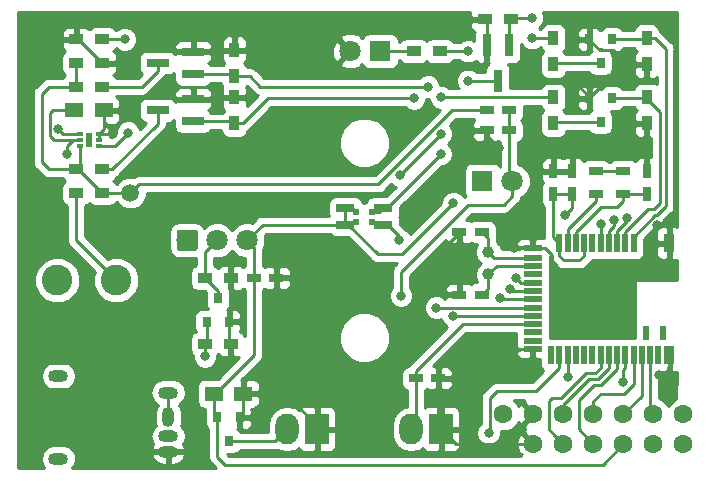
<source format=gtl>
G04 #@! TF.GenerationSoftware,KiCad,Pcbnew,5.0.2-bee76a0~70~ubuntu16.04.1*
G04 #@! TF.CreationDate,2019-02-05T22:35:56+05:30*
G04 #@! TF.ProjectId,senseBe_rev1,73656e73-6542-4655-9f72-6576312e6b69,rev?*
G04 #@! TF.SameCoordinates,Original*
G04 #@! TF.FileFunction,Copper,L1,Top*
G04 #@! TF.FilePolarity,Positive*
%FSLAX46Y46*%
G04 Gerber Fmt 4.6, Leading zero omitted, Abs format (unit mm)*
G04 Created by KiCad (PCBNEW 5.0.2-bee76a0~70~ubuntu16.04.1) date Tue Feb  5 22:35:56 2019*
%MOMM*%
%LPD*%
G01*
G04 APERTURE LIST*
G04 #@! TA.AperFunction,SMDPad,CuDef*
%ADD10R,0.800000X0.900000*%
G04 #@! TD*
G04 #@! TA.AperFunction,SMDPad,CuDef*
%ADD11R,1.200000X0.900000*%
G04 #@! TD*
G04 #@! TA.AperFunction,Conductor*
%ADD12C,0.100000*%
G04 #@! TD*
G04 #@! TA.AperFunction,ComponentPad*
%ADD13C,1.800000*%
G04 #@! TD*
G04 #@! TA.AperFunction,SMDPad,CuDef*
%ADD14R,1.500000X1.250000*%
G04 #@! TD*
G04 #@! TA.AperFunction,SMDPad,CuDef*
%ADD15R,1.600000X0.500000*%
G04 #@! TD*
G04 #@! TA.AperFunction,SMDPad,CuDef*
%ADD16R,0.500000X1.600000*%
G04 #@! TD*
G04 #@! TA.AperFunction,SMDPad,CuDef*
%ADD17R,0.900000X1.600000*%
G04 #@! TD*
G04 #@! TA.AperFunction,SMDPad,CuDef*
%ADD18R,0.500000X1.200000*%
G04 #@! TD*
G04 #@! TA.AperFunction,ComponentPad*
%ADD19O,1.700000X1.000000*%
G04 #@! TD*
G04 #@! TA.AperFunction,ComponentPad*
%ADD20O,1.000000X1.700000*%
G04 #@! TD*
G04 #@! TA.AperFunction,SMDPad,CuDef*
%ADD21R,1.600000X0.800000*%
G04 #@! TD*
G04 #@! TA.AperFunction,SMDPad,CuDef*
%ADD22R,0.750000X1.200000*%
G04 #@! TD*
G04 #@! TA.AperFunction,SMDPad,CuDef*
%ADD23R,1.200000X0.750000*%
G04 #@! TD*
G04 #@! TA.AperFunction,ComponentPad*
%ADD24R,1.800000X1.800000*%
G04 #@! TD*
G04 #@! TA.AperFunction,SMDPad,CuDef*
%ADD25R,0.600000X0.500000*%
G04 #@! TD*
G04 #@! TA.AperFunction,WasherPad*
%ADD26C,1.600000*%
G04 #@! TD*
G04 #@! TA.AperFunction,ComponentPad*
%ADD27C,1.600000*%
G04 #@! TD*
G04 #@! TA.AperFunction,SMDPad,CuDef*
%ADD28R,0.800000X1.900000*%
G04 #@! TD*
G04 #@! TA.AperFunction,SMDPad,CuDef*
%ADD29R,1.900000X0.800000*%
G04 #@! TD*
G04 #@! TA.AperFunction,SMDPad,CuDef*
%ADD30R,0.900000X1.200000*%
G04 #@! TD*
G04 #@! TA.AperFunction,ComponentPad*
%ADD31O,2.000000X2.600000*%
G04 #@! TD*
G04 #@! TA.AperFunction,ComponentPad*
%ADD32R,2.000000X2.600000*%
G04 #@! TD*
G04 #@! TA.AperFunction,BGAPad,CuDef*
%ADD33C,1.500000*%
G04 #@! TD*
G04 #@! TA.AperFunction,SMDPad,CuDef*
%ADD34R,0.600000X1.300000*%
G04 #@! TD*
G04 #@! TA.AperFunction,SMDPad,CuDef*
%ADD35R,0.600000X0.300000*%
G04 #@! TD*
G04 #@! TA.AperFunction,ComponentPad*
%ADD36C,1.000000*%
G04 #@! TD*
G04 #@! TA.AperFunction,SMDPad,CuDef*
%ADD37R,1.300000X0.700000*%
G04 #@! TD*
G04 #@! TA.AperFunction,ComponentPad*
%ADD38C,2.600000*%
G04 #@! TD*
G04 #@! TA.AperFunction,ViaPad*
%ADD39C,0.800000*%
G04 #@! TD*
G04 #@! TA.AperFunction,Conductor*
%ADD40C,0.250000*%
G04 #@! TD*
G04 #@! TA.AperFunction,Conductor*
%ADD41C,0.254000*%
G04 #@! TD*
G04 APERTURE END LIST*
D10*
G04 #@! TO.P,Q3,1*
G04 #@! TO.N,/LED_GREEN*
X50950000Y-3000000D03*
G04 #@! TO.P,Q3,2*
G04 #@! TO.N,GND*
X49050000Y-3000000D03*
G04 #@! TO.P,Q3,3*
G04 #@! TO.N,Net-(Q3-Pad3)*
X50000000Y-5000000D03*
G04 #@! TD*
D11*
G04 #@! TO.P,R14,1*
G04 #@! TO.N,Net-(C11-Pad2)*
X5600000Y-7000000D03*
G04 #@! TO.P,R14,2*
G04 #@! TO.N,Net-(Q6-Pad3)*
X7800000Y-7000000D03*
G04 #@! TD*
D12*
G04 #@! TO.N,/RX_OUT*
G04 #@! TO.C,U2*
G36*
X15674324Y-19101205D02*
X15698612Y-19104808D01*
X15722429Y-19110774D01*
X15745547Y-19119045D01*
X15767743Y-19129543D01*
X15788804Y-19142166D01*
X15808525Y-19156793D01*
X15826718Y-19173282D01*
X15843207Y-19191475D01*
X15857834Y-19211196D01*
X15870457Y-19232257D01*
X15880955Y-19254453D01*
X15889226Y-19277571D01*
X15895192Y-19301388D01*
X15898795Y-19325676D01*
X15900000Y-19350200D01*
X15900000Y-20649800D01*
X15898795Y-20674324D01*
X15895192Y-20698612D01*
X15889226Y-20722429D01*
X15880955Y-20745547D01*
X15870457Y-20767743D01*
X15857834Y-20788804D01*
X15843207Y-20808525D01*
X15826718Y-20826718D01*
X15808525Y-20843207D01*
X15788804Y-20857834D01*
X15767743Y-20870457D01*
X15745547Y-20880955D01*
X15722429Y-20889226D01*
X15698612Y-20895192D01*
X15674324Y-20898795D01*
X15649800Y-20900000D01*
X14350200Y-20900000D01*
X14325676Y-20898795D01*
X14301388Y-20895192D01*
X14277571Y-20889226D01*
X14254453Y-20880955D01*
X14232257Y-20870457D01*
X14211196Y-20857834D01*
X14191475Y-20843207D01*
X14173282Y-20826718D01*
X14156793Y-20808525D01*
X14142166Y-20788804D01*
X14129543Y-20767743D01*
X14119045Y-20745547D01*
X14110774Y-20722429D01*
X14104808Y-20698612D01*
X14101205Y-20674324D01*
X14100000Y-20649800D01*
X14100000Y-19350200D01*
X14101205Y-19325676D01*
X14104808Y-19301388D01*
X14110774Y-19277571D01*
X14119045Y-19254453D01*
X14129543Y-19232257D01*
X14142166Y-19211196D01*
X14156793Y-19191475D01*
X14173282Y-19173282D01*
X14191475Y-19156793D01*
X14211196Y-19142166D01*
X14232257Y-19129543D01*
X14254453Y-19119045D01*
X14277571Y-19110774D01*
X14301388Y-19104808D01*
X14325676Y-19101205D01*
X14350200Y-19100000D01*
X15649800Y-19100000D01*
X15674324Y-19101205D01*
X15674324Y-19101205D01*
G37*
D13*
G04 #@! TD*
G04 #@! TO.P,U2,1*
G04 #@! TO.N,/RX_OUT*
X15000000Y-20000000D03*
G04 #@! TO.P,U2,2*
G04 #@! TO.N,Net-(Q4-Pad3)*
X17540000Y-20000000D03*
G04 #@! TO.P,U2,3*
G04 #@! TO.N,VDD*
X20080000Y-20000000D03*
G04 #@! TD*
D14*
G04 #@! TO.P,C10,2*
G04 #@! TO.N,GND*
X7950000Y-9000000D03*
G04 #@! TO.P,C10,1*
G04 #@! TO.N,VDD*
X5450000Y-9000000D03*
G04 #@! TD*
D15*
G04 #@! TO.P,U1,12*
G04 #@! TO.N,GND*
X44250000Y-20700000D03*
D16*
G04 #@! TO.P,U1,2*
G04 #@! TO.N,/LED_GREEN*
X52800000Y-20250000D03*
D17*
G04 #@! TO.P,U1,1*
G04 #@! TO.N,GND*
X55800000Y-20250000D03*
D16*
G04 #@! TO.P,U1,3*
G04 #@! TO.N,/LED_RED*
X52100000Y-20250000D03*
G04 #@! TO.P,U1,4*
G04 #@! TO.N,/IR_LED_EN*
X51400000Y-20250000D03*
G04 #@! TO.P,U1,5*
G04 #@! TO.N,/REG_EN*
X50700000Y-20250000D03*
G04 #@! TO.P,U1,6*
G04 #@! TO.N,/LIGHT_SENSE_EN*
X50000000Y-20250000D03*
G04 #@! TO.P,U1,7*
G04 #@! TO.N,N/C*
X49300000Y-20250000D03*
G04 #@! TO.P,U1,8*
G04 #@! TO.N,VDD*
X48600000Y-20250000D03*
G04 #@! TO.P,U1,9*
G04 #@! TO.N,/DEC4*
X47900000Y-20250000D03*
G04 #@! TO.P,U1,10*
G04 #@! TO.N,/DCC*
X47200000Y-20250000D03*
G04 #@! TO.P,U1,11*
G04 #@! TO.N,VDD*
X46500000Y-20250000D03*
D15*
G04 #@! TO.P,U1,13*
G04 #@! TO.N,/LFCLK_XL1*
X44250000Y-21500000D03*
G04 #@! TO.P,U1,14*
G04 #@! TO.N,/LFCLK_XL2*
X44250000Y-22200000D03*
G04 #@! TO.P,U1,15*
G04 #@! TO.N,N/C*
X44250000Y-22900000D03*
G04 #@! TO.P,U1,16*
G04 #@! TO.N,/PWR1*
X44250000Y-23600000D03*
G04 #@! TO.P,U1,17*
G04 #@! TO.N,/PWR2*
X44250000Y-24300000D03*
G04 #@! TO.P,U1,18*
G04 #@! TO.N,/LIGHT_SENSE*
X44250000Y-25000000D03*
G04 #@! TO.P,U1,19*
G04 #@! TO.N,/RX_OUT*
X44250000Y-25700000D03*
G04 #@! TO.P,U1,20*
G04 #@! TO.N,/RX_EN*
X44250000Y-26400000D03*
G04 #@! TO.P,U1,21*
G04 #@! TO.N,/BUTTON*
X44250000Y-27100000D03*
G04 #@! TO.P,U1,22*
G04 #@! TO.N,N/C*
X44250000Y-27800000D03*
G04 #@! TO.P,U1,23*
X44250000Y-28500000D03*
G04 #@! TO.P,U1,24*
G04 #@! TO.N,GND*
X44250000Y-29200000D03*
D16*
G04 #@! TO.P,U1,25*
G04 #@! TO.N,N/C*
X45800000Y-29750000D03*
G04 #@! TO.P,U1,26*
G04 #@! TO.N,/FOCUS*
X46500000Y-29750000D03*
G04 #@! TO.P,U1,27*
G04 #@! TO.N,/TRIGGER*
X47200000Y-29750000D03*
G04 #@! TO.P,U1,28*
G04 #@! TO.N,N/C*
X47900000Y-29750000D03*
G04 #@! TO.P,U1,29*
X48600000Y-29750000D03*
G04 #@! TO.P,U1,30*
X49300000Y-29750000D03*
G04 #@! TO.P,U1,31*
G04 #@! TO.N,/RX*
X50000000Y-29750000D03*
G04 #@! TO.P,U1,32*
G04 #@! TO.N,/GPIO2*
X50700000Y-29750000D03*
G04 #@! TO.P,U1,33*
G04 #@! TO.N,/GPIO1*
X51400000Y-29750000D03*
G04 #@! TO.P,U1,34*
G04 #@! TO.N,/TX*
X52100000Y-29750000D03*
G04 #@! TO.P,U1,35*
G04 #@! TO.N,/RESET*
X52800000Y-29750000D03*
G04 #@! TO.P,U1,36*
G04 #@! TO.N,/SWDCLK*
X53500000Y-29750000D03*
G04 #@! TO.P,U1,37*
G04 #@! TO.N,/SWDIO*
X54200000Y-29750000D03*
G04 #@! TO.P,U1,38*
G04 #@! TO.N,N/C*
X54900000Y-29750000D03*
D17*
G04 #@! TO.P,U1,39*
G04 #@! TO.N,GND*
X55800000Y-29750000D03*
D18*
G04 #@! TO.P,U1,40*
G04 #@! TO.N,N/C*
X55250000Y-27900000D03*
G04 #@! TO.P,U1,41*
X53850000Y-27900000D03*
G04 #@! TD*
D19*
G04 #@! TO.P,J1,1*
G04 #@! TO.N,GND*
X13400000Y-37900000D03*
D20*
G04 #@! TO.P,J1,2*
G04 #@! TO.N,/TRIGGER*
X13400000Y-35000000D03*
D19*
G04 #@! TO.P,J1,3*
G04 #@! TO.N,/FOCUS*
X13400000Y-36600000D03*
G04 #@! TO.P,J1,4*
G04 #@! TO.N,/TRIGGER*
X13400000Y-32900000D03*
G04 #@! TO.P,J1,*
G04 #@! TO.N,*
X4100000Y-38500000D03*
X4100000Y-31500000D03*
G04 #@! TD*
D21*
G04 #@! TO.P,D3,2*
G04 #@! TO.N,Net-(D2-Pad4)*
X31600000Y-18700000D03*
G04 #@! TO.P,D3,1*
G04 #@! TO.N,VDD*
X28400000Y-18700000D03*
G04 #@! TO.P,D3,3*
X28400000Y-17300000D03*
G04 #@! TO.P,D3,4*
G04 #@! TO.N,Net-(D2-Pad2)*
X31600000Y-17300000D03*
G04 #@! TD*
D22*
G04 #@! TO.P,C1,1*
G04 #@! TO.N,GND*
X53900000Y-14150000D03*
G04 #@! TO.P,C1,2*
G04 #@! TO.N,/DEC4*
X53900000Y-16050000D03*
G04 #@! TD*
D23*
G04 #@! TO.P,C2,1*
G04 #@! TO.N,GND*
X36250000Y-31700000D03*
G04 #@! TO.P,C2,2*
G04 #@! TO.N,/BUTTON*
X34350000Y-31700000D03*
G04 #@! TD*
G04 #@! TO.P,C4,1*
G04 #@! TO.N,GND*
X38050000Y-19300000D03*
G04 #@! TO.P,C4,2*
G04 #@! TO.N,/LFCLK_XL1*
X39950000Y-19300000D03*
G04 #@! TD*
G04 #@! TO.P,C5,2*
G04 #@! TO.N,/LFCLK_XL2*
X39950000Y-24600000D03*
G04 #@! TO.P,C5,1*
G04 #@! TO.N,GND*
X38050000Y-24600000D03*
G04 #@! TD*
D22*
G04 #@! TO.P,C6,2*
G04 #@! TO.N,VDD*
X46000000Y-16050000D03*
G04 #@! TO.P,C6,1*
G04 #@! TO.N,GND*
X46000000Y-14150000D03*
G04 #@! TD*
G04 #@! TO.P,C7,2*
G04 #@! TO.N,VDD*
X47600000Y-16050000D03*
G04 #@! TO.P,C7,1*
G04 #@! TO.N,GND*
X47600000Y-14150000D03*
G04 #@! TD*
D23*
G04 #@! TO.P,C8,1*
G04 #@! TO.N,VDD*
X20650000Y-23200000D03*
G04 #@! TO.P,C8,2*
G04 #@! TO.N,GND*
X22550000Y-23200000D03*
G04 #@! TD*
G04 #@! TO.P,C9,1*
G04 #@! TO.N,/Sheet5C63BFE7/VLED*
X42250000Y-10700000D03*
G04 #@! TO.P,C9,2*
G04 #@! TO.N,GND*
X40350000Y-10700000D03*
G04 #@! TD*
G04 #@! TO.P,C11,2*
G04 #@! TO.N,Net-(C11-Pad2)*
X40350000Y-9000000D03*
G04 #@! TO.P,C11,1*
G04 #@! TO.N,/Sheet5C63BFE7/VLED*
X42250000Y-9000000D03*
G04 #@! TD*
D13*
G04 #@! TO.P,D1,2*
G04 #@! TO.N,GND*
X28810000Y-4000000D03*
D24*
G04 #@! TO.P,D1,1*
G04 #@! TO.N,/LIGHT_SENSE*
X31350000Y-4000000D03*
G04 #@! TD*
D25*
G04 #@! TO.P,D2,4*
G04 #@! TO.N,Net-(D2-Pad4)*
X30672000Y-18434000D03*
G04 #@! TO.P,D2,3*
G04 #@! TO.N,VDD*
X29272000Y-18434000D03*
G04 #@! TO.P,D2,1*
X29272000Y-17634000D03*
G04 #@! TO.P,D2,2*
G04 #@! TO.N,Net-(D2-Pad2)*
X30672000Y-17634000D03*
G04 #@! TD*
D24*
G04 #@! TO.P,D4,1*
G04 #@! TO.N,Net-(D4-Pad1)*
X40000000Y-15000000D03*
D13*
G04 #@! TO.P,D4,2*
G04 #@! TO.N,/Sheet5C63BFE7/VLED*
X42540000Y-15000000D03*
G04 #@! TD*
D26*
G04 #@! TO.P,P1,*
G04 #@! TO.N,*
X41780000Y-34730000D03*
X57020000Y-37270000D03*
D27*
G04 #@! TO.P,P1,1*
G04 #@! TO.N,/SWDIO*
X54480000Y-34730000D03*
G04 #@! TO.P,P1,3*
G04 #@! TO.N,/SWDCLK*
X51940000Y-34730000D03*
G04 #@! TO.P,P1,5*
G04 #@! TO.N,/RESET*
X49400000Y-34730000D03*
G04 #@! TO.P,P1,7*
G04 #@! TO.N,/GPIO2*
X46860000Y-34730000D03*
G04 #@! TO.P,P1,9*
G04 #@! TO.N,GND*
X44320000Y-34730000D03*
G04 #@! TO.P,P1,10*
X44320000Y-37270000D03*
G04 #@! TO.P,P1,8*
G04 #@! TO.N,/RX*
X46860000Y-37270000D03*
G04 #@! TO.P,P1,6*
G04 #@! TO.N,/GPIO1*
X49400000Y-37270000D03*
G04 #@! TO.P,P1,4*
G04 #@! TO.N,VDD*
X51940000Y-37270000D03*
G04 #@! TO.P,P1,2*
G04 #@! TO.N,/TX*
X54480000Y-37270000D03*
D26*
G04 #@! TO.P,P1,*
G04 #@! TO.N,*
X57020000Y-34730000D03*
G04 #@! TD*
D10*
G04 #@! TO.P,Q1,1*
G04 #@! TO.N,GND*
X19450000Y-35000000D03*
G04 #@! TO.P,Q1,2*
G04 #@! TO.N,VDD*
X17550000Y-35000000D03*
G04 #@! TO.P,Q1,3*
G04 #@! TO.N,Net-(Q1-Pad3)*
X18500000Y-37000000D03*
G04 #@! TD*
G04 #@! TO.P,Q2,3*
G04 #@! TO.N,Net-(Q2-Pad3)*
X50000000Y-10000000D03*
G04 #@! TO.P,Q2,2*
G04 #@! TO.N,GND*
X49050000Y-8000000D03*
G04 #@! TO.P,Q2,1*
G04 #@! TO.N,/LED_RED*
X50950000Y-8000000D03*
G04 #@! TD*
G04 #@! TO.P,Q4,3*
G04 #@! TO.N,Net-(Q4-Pad3)*
X17600000Y-24900000D03*
G04 #@! TO.P,Q4,2*
G04 #@! TO.N,GND*
X18550000Y-26900000D03*
G04 #@! TO.P,Q4,1*
G04 #@! TO.N,/RX_EN*
X16650000Y-26900000D03*
G04 #@! TD*
D28*
G04 #@! TO.P,Q5,3*
G04 #@! TO.N,Net-(D4-Pad1)*
X41300000Y-6500000D03*
G04 #@! TO.P,Q5,2*
G04 #@! TO.N,GND*
X40350000Y-3500000D03*
G04 #@! TO.P,Q5,1*
G04 #@! TO.N,/IR_LED_EN*
X42250000Y-3500000D03*
G04 #@! TD*
D29*
G04 #@! TO.P,Q6,1*
G04 #@! TO.N,/PWR1*
X15500000Y-5950000D03*
G04 #@! TO.P,Q6,2*
G04 #@! TO.N,GND*
X15500000Y-4050000D03*
G04 #@! TO.P,Q6,3*
G04 #@! TO.N,Net-(Q6-Pad3)*
X12500000Y-5000000D03*
G04 #@! TD*
G04 #@! TO.P,Q7,3*
G04 #@! TO.N,Net-(Q7-Pad3)*
X12500000Y-9000000D03*
G04 #@! TO.P,Q7,2*
G04 #@! TO.N,GND*
X15500000Y-8050000D03*
G04 #@! TO.P,Q7,1*
G04 #@! TO.N,/PWR2*
X15500000Y-9950000D03*
G04 #@! TD*
D11*
G04 #@! TO.P,R1,1*
G04 #@! TO.N,/LIGHT_SENSE_EN*
X36400000Y-4000000D03*
G04 #@! TO.P,R1,2*
G04 #@! TO.N,/LIGHT_SENSE*
X34200000Y-4000000D03*
G04 #@! TD*
D30*
G04 #@! TO.P,R2,1*
G04 #@! TO.N,/LED_RED*
X53900000Y-7900000D03*
G04 #@! TO.P,R2,2*
G04 #@! TO.N,GND*
X53900000Y-10100000D03*
G04 #@! TD*
G04 #@! TO.P,R3,1*
G04 #@! TO.N,Net-(Q3-Pad3)*
X46000000Y-5100000D03*
G04 #@! TO.P,R3,2*
G04 #@! TO.N,Net-(D2-Pad2)*
X46000000Y-2900000D03*
G04 #@! TD*
G04 #@! TO.P,R4,2*
G04 #@! TO.N,Net-(D2-Pad4)*
X46000000Y-7900000D03*
G04 #@! TO.P,R4,1*
G04 #@! TO.N,Net-(Q2-Pad3)*
X46000000Y-10100000D03*
G04 #@! TD*
G04 #@! TO.P,R5,2*
G04 #@! TO.N,GND*
X53900000Y-5100000D03*
G04 #@! TO.P,R5,1*
G04 #@! TO.N,/LED_GREEN*
X53900000Y-2900000D03*
G04 #@! TD*
D11*
G04 #@! TO.P,R6,2*
G04 #@! TO.N,GND*
X18700000Y-23200000D03*
G04 #@! TO.P,R6,1*
G04 #@! TO.N,Net-(Q4-Pad3)*
X16500000Y-23200000D03*
G04 #@! TD*
G04 #@! TO.P,R7,2*
G04 #@! TO.N,GND*
X18700000Y-28800000D03*
G04 #@! TO.P,R7,1*
G04 #@! TO.N,/RX_EN*
X16500000Y-28800000D03*
G04 #@! TD*
G04 #@! TO.P,R8,1*
G04 #@! TO.N,/IR_LED_EN*
X42400000Y-1300000D03*
G04 #@! TO.P,R8,2*
G04 #@! TO.N,GND*
X40200000Y-1300000D03*
G04 #@! TD*
G04 #@! TO.P,R9,2*
G04 #@! TO.N,GND*
X5600000Y-3000000D03*
G04 #@! TO.P,R9,1*
G04 #@! TO.N,/REG_EN*
X7800000Y-3000000D03*
G04 #@! TD*
D30*
G04 #@! TO.P,R10,1*
G04 #@! TO.N,/PWR1*
X19000000Y-6100000D03*
G04 #@! TO.P,R10,2*
G04 #@! TO.N,GND*
X19000000Y-3900000D03*
G04 #@! TD*
D11*
G04 #@! TO.P,R11,1*
G04 #@! TO.N,/Sheet5C63BFE7/VLED*
X5600000Y-16000000D03*
G04 #@! TO.P,R11,2*
G04 #@! TO.N,Net-(C11-Pad2)*
X7800000Y-16000000D03*
G04 #@! TD*
G04 #@! TO.P,R12,2*
G04 #@! TO.N,GND*
X7800000Y-5000000D03*
G04 #@! TO.P,R12,1*
G04 #@! TO.N,Net-(C11-Pad2)*
X5600000Y-5000000D03*
G04 #@! TD*
D30*
G04 #@! TO.P,R13,2*
G04 #@! TO.N,GND*
X19000000Y-7900000D03*
G04 #@! TO.P,R13,1*
G04 #@! TO.N,/PWR2*
X19000000Y-10100000D03*
G04 #@! TD*
D11*
G04 #@! TO.P,R15,2*
G04 #@! TO.N,Net-(Q7-Pad3)*
X7800000Y-14000000D03*
G04 #@! TO.P,R15,1*
G04 #@! TO.N,Net-(C11-Pad2)*
X5600000Y-14000000D03*
G04 #@! TD*
D31*
G04 #@! TO.P,SW1,2*
G04 #@! TO.N,Net-(Q1-Pad3)*
X23460000Y-36000000D03*
D32*
G04 #@! TO.P,SW1,1*
G04 #@! TO.N,GND*
X26000000Y-36000000D03*
G04 #@! TD*
G04 #@! TO.P,SW2,1*
G04 #@! TO.N,GND*
X36500000Y-36000000D03*
D31*
G04 #@! TO.P,SW2,2*
G04 #@! TO.N,/BUTTON*
X33960000Y-36000000D03*
G04 #@! TD*
D33*
G04 #@! TO.P,TP1,1*
G04 #@! TO.N,Net-(C11-Pad2)*
X10200000Y-16000000D03*
G04 #@! TD*
D34*
G04 #@! TO.P,U3,EP*
G04 #@! TO.N,N/C*
X6700000Y-11500000D03*
D35*
G04 #@! TO.P,U3,2*
G04 #@! TO.N,GND*
X7500000Y-11500000D03*
G04 #@! TO.P,U3,5*
G04 #@! TO.N,VDD*
X5900000Y-11500000D03*
G04 #@! TO.P,U3,4*
G04 #@! TO.N,Net-(L3-Pad1)*
X5900000Y-11000000D03*
G04 #@! TO.P,U3,6*
G04 #@! TO.N,Net-(C11-Pad2)*
X5900000Y-12000000D03*
G04 #@! TO.P,U3,1*
G04 #@! TO.N,/REG_EN*
X7500000Y-12000000D03*
G04 #@! TO.P,U3,3*
G04 #@! TO.N,GND*
X7500000Y-11000000D03*
G04 #@! TD*
D36*
G04 #@! TO.P,Y1,1*
G04 #@! TO.N,/LFCLK_XL1*
X40500000Y-21000000D03*
G04 #@! TO.P,Y1,2*
G04 #@! TO.N,/LFCLK_XL2*
X40500000Y-22900000D03*
G04 #@! TD*
D14*
G04 #@! TO.P,C3,2*
G04 #@! TO.N,GND*
X19750000Y-33000000D03*
G04 #@! TO.P,C3,1*
G04 #@! TO.N,VDD*
X17250000Y-33000000D03*
G04 #@! TD*
D37*
G04 #@! TO.P,L1,2*
G04 #@! TO.N,Net-(L1-Pad2)*
X51900000Y-14150000D03*
G04 #@! TO.P,L1,1*
G04 #@! TO.N,/DEC4*
X51900000Y-16050000D03*
G04 #@! TD*
G04 #@! TO.P,L2,1*
G04 #@! TO.N,Net-(L1-Pad2)*
X49600000Y-14150000D03*
G04 #@! TO.P,L2,2*
G04 #@! TO.N,/DCC*
X49600000Y-16050000D03*
G04 #@! TD*
D38*
G04 #@! TO.P,L3,1*
G04 #@! TO.N,Net-(L3-Pad1)*
X4000000Y-23400000D03*
G04 #@! TO.P,L3,2*
G04 #@! TO.N,/Sheet5C63BFE7/VLED*
X9000000Y-23400000D03*
G04 #@! TD*
D39*
G04 #@! TO.N,GND*
X4100000Y-3000000D03*
X41400000Y-12200000D03*
X46000000Y-12700000D03*
X47600000Y-3000000D03*
X20300000Y-3900000D03*
X20300000Y-7900000D03*
X38800000Y-1300000D03*
X23300000Y-21800000D03*
X18700000Y-30100000D03*
X20800000Y-35000000D03*
X36600000Y-20800000D03*
X8700000Y-11000000D03*
X43900000Y-30400000D03*
X42700000Y-20700000D03*
X42700000Y-19500000D03*
X43900000Y-19500000D03*
X42700000Y-30400000D03*
X42700000Y-29200000D03*
X55800000Y-22800000D03*
X55800000Y-21900000D03*
X54900000Y-21900000D03*
X54900000Y-22800000D03*
X55800000Y-18725000D03*
X54812653Y-18725000D03*
X55800000Y-31400000D03*
X54925000Y-31400000D03*
X51816000Y-22733000D03*
X51816000Y-25400000D03*
X51816000Y-27432000D03*
X47371000Y-27051000D03*
X49403000Y-24892000D03*
X46736000Y-23368000D03*
X53900000Y-12446000D03*
X47625000Y-6477000D03*
X22479000Y-13335000D03*
G04 #@! TO.N,VDD*
X4825000Y-12700000D03*
X37536724Y-16863276D03*
X47000000Y-17900000D03*
G04 #@! TO.N,/Sheet5C63BFE7/VLED*
X33100000Y-24700000D03*
G04 #@! TO.N,/LIGHT_SENSE*
X41500000Y-24900000D03*
G04 #@! TO.N,Net-(D2-Pad4)*
X36500000Y-11000000D03*
X36500000Y-7900000D03*
X33000000Y-14500000D03*
X32974840Y-19974840D03*
G04 #@! TO.N,Net-(D2-Pad2)*
X44200000Y-2900000D03*
X36500000Y-12700000D03*
G04 #@! TO.N,Net-(D4-Pad1)*
X38800000Y-6500000D03*
G04 #@! TO.N,Net-(L3-Pad1)*
X4100000Y-10600000D03*
G04 #@! TO.N,/TX*
X51900000Y-32000000D03*
G04 #@! TO.N,/RX_EN*
X37500000Y-26425000D03*
X16510000Y-29845000D03*
G04 #@! TO.N,/RX_OUT*
X36100000Y-25700000D03*
G04 #@! TO.N,/FOCUS*
X40513000Y-36322000D03*
G04 #@! TO.N,/TRIGGER*
X47200000Y-31600000D03*
G04 #@! TO.N,/LIGHT_SENSE_EN*
X50000000Y-18600000D03*
X38800000Y-4000000D03*
G04 #@! TO.N,/IR_LED_EN*
X52200000Y-18100000D03*
X44200000Y-1200000D03*
G04 #@! TO.N,/PWR1*
X42852463Y-23204321D03*
X35400000Y-7000000D03*
G04 #@! TO.N,/PWR2*
X42300000Y-24100000D03*
X34200000Y-8000000D03*
G04 #@! TO.N,/REG_EN*
X10000000Y-10900000D03*
X9700000Y-3000000D03*
X51100000Y-18300000D03*
G04 #@! TD*
D40*
G04 #@! TO.N,GND*
X19750000Y-34700000D02*
X19450000Y-35000000D01*
X19750000Y-33000000D02*
X19750000Y-34700000D01*
X40350000Y-1450000D02*
X40200000Y-1300000D01*
X40350000Y-3500000D02*
X40350000Y-1450000D01*
X18850000Y-8050000D02*
X19000000Y-7900000D01*
X15500000Y-8050000D02*
X18850000Y-8050000D01*
X18850000Y-4050000D02*
X19000000Y-3900000D01*
X15500000Y-4050000D02*
X18850000Y-4050000D01*
X18550000Y-28650000D02*
X18700000Y-28800000D01*
X18550000Y-26900000D02*
X18550000Y-28650000D01*
X7500000Y-11500000D02*
X7500000Y-11000000D01*
X5750000Y-3000000D02*
X7750000Y-5000000D01*
X7750000Y-5000000D02*
X7800000Y-5000000D01*
X5600000Y-3000000D02*
X5750000Y-3000000D01*
X7950000Y-10550000D02*
X7500000Y-11000000D01*
X7950000Y-9000000D02*
X7950000Y-10550000D01*
X5600000Y-3000000D02*
X4100000Y-3000000D01*
X46000000Y-14150000D02*
X47600000Y-14150000D01*
X40350000Y-11150000D02*
X41400000Y-12200000D01*
X40350000Y-10700000D02*
X40350000Y-11150000D01*
X46000000Y-14150000D02*
X46000000Y-12700000D01*
X49050000Y-3000000D02*
X47600000Y-3000000D01*
X53200000Y-5100000D02*
X53900000Y-5100000D01*
X51900000Y-5100000D02*
X53200000Y-5100000D01*
X49050000Y-7950000D02*
X51900000Y-5100000D01*
X49050000Y-8000000D02*
X49050000Y-7950000D01*
X19000000Y-3900000D02*
X20300000Y-3900000D01*
X19000000Y-7900000D02*
X20300000Y-7900000D01*
X40200000Y-1300000D02*
X38800000Y-1300000D01*
X18700000Y-26750000D02*
X18550000Y-26900000D01*
X18700000Y-23200000D02*
X18700000Y-26750000D01*
X22550000Y-22550000D02*
X23300000Y-21800000D01*
X22550000Y-23200000D02*
X22550000Y-22550000D01*
X18700000Y-28800000D02*
X18700000Y-30100000D01*
X19450000Y-35000000D02*
X20800000Y-35000000D01*
X36250000Y-35750000D02*
X36500000Y-36000000D01*
X36250000Y-31700000D02*
X36250000Y-35750000D01*
X38050000Y-24600000D02*
X38050000Y-19300000D01*
X38050000Y-19350000D02*
X36600000Y-20800000D01*
X38050000Y-19300000D02*
X38050000Y-19350000D01*
X7500000Y-11000000D02*
X8700000Y-11000000D01*
X44250000Y-20700000D02*
X42700000Y-20700000D01*
X44250000Y-29200000D02*
X42700000Y-29200000D01*
X55800000Y-21900000D02*
X55800000Y-20250000D01*
X55800000Y-20250000D02*
X55800000Y-18725000D01*
X55800000Y-29750000D02*
X55800000Y-31400000D01*
X45300000Y-20700000D02*
X45847000Y-21247000D01*
X44250000Y-20700000D02*
X45300000Y-20700000D01*
X45847000Y-22479000D02*
X46736000Y-23368000D01*
X45847000Y-21247000D02*
X45847000Y-22479000D01*
X41400000Y-31700000D02*
X42700000Y-30400000D01*
X36250000Y-31700000D02*
X41400000Y-31700000D01*
X37770000Y-37270000D02*
X36500000Y-36000000D01*
X44320000Y-37270000D02*
X37770000Y-37270000D01*
X53900000Y-14150000D02*
X53900000Y-12446000D01*
X53900000Y-12446000D02*
X53900000Y-10100000D01*
X51900000Y-5100000D02*
X51900000Y-4783000D01*
X51900000Y-4783000D02*
X51054000Y-3937000D01*
X49050000Y-3050000D02*
X49050000Y-3000000D01*
X49937000Y-3937000D02*
X49050000Y-3050000D01*
X51054000Y-3937000D02*
X49937000Y-3937000D01*
X49050000Y-7902000D02*
X47625000Y-6477000D01*
X49050000Y-8000000D02*
X49050000Y-7902000D01*
X20800000Y-35000000D02*
X22399000Y-33401000D01*
X26000000Y-35700000D02*
X26000000Y-36000000D01*
X23701000Y-33401000D02*
X26000000Y-35700000D01*
X22399000Y-33401000D02*
X23701000Y-33401000D01*
G04 #@! TO.N,/DEC4*
X47900000Y-20250000D02*
X47900000Y-19314998D01*
X51350000Y-17200000D02*
X50014998Y-17200000D01*
X51900000Y-16650000D02*
X51350000Y-17200000D01*
X51900000Y-16050000D02*
X51900000Y-16650000D01*
X47900000Y-19314998D02*
X50014998Y-17200000D01*
X51900000Y-16050000D02*
X53900000Y-16050000D01*
G04 #@! TO.N,/BUTTON*
X34350000Y-31075000D02*
X34350000Y-31700000D01*
X38325000Y-27100000D02*
X34350000Y-31075000D01*
X44250000Y-27100000D02*
X38325000Y-27100000D01*
X34350000Y-35610000D02*
X33960000Y-36000000D01*
X34350000Y-31700000D02*
X34350000Y-35610000D01*
G04 #@! TO.N,VDD*
X17250000Y-34700000D02*
X17550000Y-35000000D01*
X17250000Y-33000000D02*
X17250000Y-34700000D01*
X50210000Y-39000000D02*
X51940000Y-37270000D01*
X48600000Y-21300000D02*
X48200000Y-21700000D01*
X48600000Y-20250000D02*
X48600000Y-21300000D01*
X46500000Y-21300000D02*
X46500000Y-20250000D01*
X46900000Y-21700000D02*
X46500000Y-21300000D01*
X48200000Y-21700000D02*
X46900000Y-21700000D01*
X46000000Y-19750000D02*
X46500000Y-20250000D01*
X46000000Y-16050000D02*
X46000000Y-19750000D01*
X46000000Y-16050000D02*
X47600000Y-16050000D01*
X28400000Y-17300000D02*
X28400000Y-18700000D01*
X20650000Y-20570000D02*
X20080000Y-20000000D01*
X20650000Y-23200000D02*
X20650000Y-20570000D01*
X17375000Y-33000000D02*
X17250000Y-33000000D01*
X20650000Y-29725000D02*
X17375000Y-33000000D01*
X20650000Y-23200000D02*
X20650000Y-29725000D01*
X18200000Y-39000000D02*
X50210000Y-39000000D01*
X17550000Y-38350000D02*
X18200000Y-39000000D01*
X17550000Y-35000000D02*
X17550000Y-38350000D01*
X5450000Y-9000000D02*
X3600000Y-9000000D01*
X3374999Y-11174999D02*
X3700000Y-11500000D01*
X3374999Y-9225001D02*
X3374999Y-11174999D01*
X3600000Y-9000000D02*
X3374999Y-9225001D01*
X5900000Y-11500000D02*
X3700000Y-11500000D01*
X4825000Y-12025000D02*
X4825000Y-12700000D01*
X5350000Y-11500000D02*
X4825000Y-12025000D01*
X5900000Y-11500000D02*
X5350000Y-11500000D01*
X47600000Y-17300000D02*
X47000000Y-17900000D01*
X47600000Y-16050000D02*
X47600000Y-17300000D01*
X21380000Y-18700000D02*
X28400000Y-18700000D01*
X20080000Y-20000000D02*
X21380000Y-18700000D01*
X37400000Y-17000000D02*
X37536724Y-16863276D01*
X28666000Y-18434000D02*
X28400000Y-18700000D01*
X29272000Y-18434000D02*
X28666000Y-18434000D01*
X28938000Y-17300000D02*
X29272000Y-17634000D01*
X28400000Y-17300000D02*
X28938000Y-17300000D01*
X31115000Y-21209000D02*
X28606000Y-18700000D01*
X28606000Y-18700000D02*
X28400000Y-18700000D01*
X33191000Y-21209000D02*
X31115000Y-21209000D01*
X37536724Y-16863276D02*
X33191000Y-21209000D01*
G04 #@! TO.N,/LFCLK_XL1*
X43200000Y-21500000D02*
X44250000Y-21500000D01*
X40999999Y-21499999D02*
X43200000Y-21500000D01*
X40500000Y-21000000D02*
X40999999Y-21499999D01*
X40500000Y-19850000D02*
X39950000Y-19300000D01*
X40500000Y-21000000D02*
X40500000Y-19850000D01*
G04 #@! TO.N,/LFCLK_XL2*
X40500000Y-24050000D02*
X39950000Y-24600000D01*
X40500000Y-22900000D02*
X40500000Y-24050000D01*
X41200000Y-22200000D02*
X44250000Y-22200000D01*
X40500000Y-22900000D02*
X41200000Y-22200000D01*
G04 #@! TO.N,/Sheet5C63BFE7/VLED*
X42250000Y-14710000D02*
X42540000Y-15000000D01*
X42250000Y-10700000D02*
X42250000Y-14710000D01*
X42250000Y-10700000D02*
X42250000Y-9000000D01*
X33100000Y-22689998D02*
X33100000Y-24700000D01*
X38789998Y-17000000D02*
X33100000Y-22689998D01*
X41812792Y-17000000D02*
X38789998Y-17000000D01*
X42540000Y-16272792D02*
X41812792Y-17000000D01*
X42540000Y-15000000D02*
X42540000Y-16272792D01*
X5600000Y-20000000D02*
X5600000Y-16000000D01*
X9000000Y-23400000D02*
X5600000Y-20000000D01*
G04 #@! TO.N,Net-(C11-Pad2)*
X5900000Y-13700000D02*
X5600000Y-14000000D01*
X5900000Y-12000000D02*
X5900000Y-13700000D01*
X5600000Y-5000000D02*
X5600000Y-7000000D01*
X5600000Y-7000000D02*
X3300000Y-7000000D01*
X3300000Y-7000000D02*
X2700000Y-7600000D01*
X2700000Y-7600000D02*
X2700000Y-13400000D01*
X3300000Y-14000000D02*
X5600000Y-14000000D01*
X2700000Y-13400000D02*
X3300000Y-14000000D01*
X7750000Y-16000000D02*
X7800000Y-16000000D01*
X5750000Y-14000000D02*
X7750000Y-16000000D01*
X5600000Y-14000000D02*
X5750000Y-14000000D01*
X7800000Y-16000000D02*
X10200000Y-16000000D01*
X31176997Y-15250001D02*
X10949999Y-15250001D01*
X37426998Y-9000000D02*
X31176997Y-15250001D01*
X10949999Y-15250001D02*
X10200000Y-16000000D01*
X40350000Y-9000000D02*
X37426998Y-9000000D01*
G04 #@! TO.N,/LIGHT_SENSE*
X41600000Y-25000000D02*
X41500000Y-24900000D01*
X44250000Y-25000000D02*
X41600000Y-25000000D01*
X31350000Y-4000000D02*
X34200000Y-4000000D01*
G04 #@! TO.N,Net-(D2-Pad4)*
X37065685Y-7900000D02*
X46000000Y-7900000D01*
X36500000Y-7900000D02*
X37065685Y-7900000D01*
X33000000Y-14500000D02*
X36500000Y-11000000D01*
X31334000Y-18434000D02*
X31600000Y-18700000D01*
X30672000Y-18434000D02*
X31334000Y-18434000D01*
X32000000Y-18700000D02*
X32974840Y-19674840D01*
X32974840Y-19674840D02*
X32974840Y-19974840D01*
X31600000Y-18700000D02*
X32000000Y-18700000D01*
G04 #@! TO.N,Net-(D2-Pad2)*
X46000000Y-2900000D02*
X44200000Y-2900000D01*
X31266000Y-17634000D02*
X31600000Y-17300000D01*
X30672000Y-17634000D02*
X31266000Y-17634000D01*
X31900000Y-17300000D02*
X31600000Y-17300000D01*
X36500000Y-12700000D02*
X31900000Y-17300000D01*
G04 #@! TO.N,Net-(D4-Pad1)*
X41300000Y-6500000D02*
X38800000Y-6500000D01*
G04 #@! TO.N,Net-(L1-Pad2)*
X49600000Y-14150000D02*
X51900000Y-14150000D01*
G04 #@! TO.N,/DCC*
X47200000Y-19050000D02*
X47200000Y-20250000D01*
X49600000Y-16650000D02*
X47200000Y-19050000D01*
X49600000Y-16050000D02*
X49600000Y-16650000D01*
G04 #@! TO.N,Net-(L3-Pad1)*
X4500000Y-11000000D02*
X4100000Y-10600000D01*
X5900000Y-11000000D02*
X4500000Y-11000000D01*
G04 #@! TO.N,/SWDIO*
X54200000Y-34450000D02*
X54480000Y-34730000D01*
X54200000Y-29750000D02*
X54200000Y-34450000D01*
G04 #@! TO.N,/SWDCLK*
X53500000Y-33170000D02*
X51940000Y-34730000D01*
X53500000Y-29750000D02*
X53500000Y-33170000D01*
G04 #@! TO.N,/RESET*
X49400000Y-33598630D02*
X49998630Y-33000000D01*
X49400000Y-34730000D02*
X49400000Y-33598630D01*
X52800000Y-32173002D02*
X52800000Y-31900000D01*
X51973002Y-33000000D02*
X52800000Y-32173002D01*
X49998630Y-33000000D02*
X51973002Y-33000000D01*
X52800000Y-29750000D02*
X52800000Y-31900000D01*
G04 #@! TO.N,/GPIO2*
X50700000Y-30800000D02*
X50700000Y-29750000D01*
X46860000Y-33912000D02*
X49022000Y-31750000D01*
X49022000Y-31750000D02*
X49750000Y-31750000D01*
X46860000Y-34730000D02*
X46860000Y-33912000D01*
X49750000Y-31750000D02*
X50700000Y-30800000D01*
G04 #@! TO.N,/RX*
X49558000Y-31242000D02*
X48768000Y-31242000D01*
X48768000Y-31242000D02*
X46609000Y-33401000D01*
X46609000Y-33401000D02*
X45847000Y-33401000D01*
X45593000Y-36003000D02*
X46060001Y-36470001D01*
X46060001Y-36470001D02*
X46860000Y-37270000D01*
X45847000Y-33401000D02*
X45593000Y-33655000D01*
X50000000Y-30800000D02*
X49558000Y-31242000D01*
X50000000Y-29750000D02*
X50000000Y-30800000D01*
X45593000Y-33655000D02*
X45593000Y-36003000D01*
G04 #@! TO.N,/GPIO1*
X49400000Y-37270000D02*
X48133000Y-36003000D01*
X48133000Y-36003000D02*
X48133000Y-33528000D01*
X48133000Y-33528000D02*
X49403000Y-32258000D01*
X49403000Y-32258000D02*
X50038000Y-32258000D01*
X51400000Y-30896000D02*
X51400000Y-29750000D01*
X50038000Y-32258000D02*
X51400000Y-30896000D01*
G04 #@! TO.N,/TX*
X51900000Y-31000000D02*
X51900000Y-32000000D01*
X52100000Y-30800000D02*
X51900000Y-31000000D01*
X52100000Y-29750000D02*
X52100000Y-30800000D01*
G04 #@! TO.N,Net-(Q1-Pad3)*
X22460000Y-37000000D02*
X23460000Y-36000000D01*
X18500000Y-37000000D02*
X22460000Y-37000000D01*
G04 #@! TO.N,Net-(Q2-Pad3)*
X46100000Y-10000000D02*
X46000000Y-10100000D01*
X50000000Y-10000000D02*
X46100000Y-10000000D01*
G04 #@! TO.N,/LED_RED*
X52100000Y-20250000D02*
X52100000Y-19314998D01*
X53800000Y-8000000D02*
X53900000Y-7900000D01*
X50950000Y-8000000D02*
X53800000Y-8000000D01*
X52100000Y-19314998D02*
X54014998Y-17400000D01*
X54014998Y-17400000D02*
X54482000Y-17400000D01*
X54482000Y-17400000D02*
X54991000Y-16891000D01*
X54991000Y-9141000D02*
X53900000Y-8050000D01*
X53900000Y-8050000D02*
X53900000Y-7900000D01*
X54991000Y-16891000D02*
X54991000Y-9141000D01*
G04 #@! TO.N,/LED_GREEN*
X53800000Y-3000000D02*
X53900000Y-2900000D01*
X50950000Y-3000000D02*
X53800000Y-3000000D01*
X52800000Y-19700000D02*
X54593000Y-17907000D01*
X52800000Y-20250000D02*
X52800000Y-19700000D01*
X54593000Y-17907000D02*
X54737000Y-17907000D01*
X54737000Y-17907000D02*
X55499000Y-17145000D01*
X55499000Y-3799000D02*
X54600000Y-2900000D01*
X55499000Y-17145000D02*
X55499000Y-3799000D01*
X54600000Y-2900000D02*
X53900000Y-2900000D01*
G04 #@! TO.N,Net-(Q3-Pad3)*
X46100000Y-5000000D02*
X46000000Y-5100000D01*
X50000000Y-5000000D02*
X46100000Y-5000000D01*
G04 #@! TO.N,Net-(Q4-Pad3)*
X17600000Y-20060000D02*
X17540000Y-20000000D01*
X17600000Y-24300000D02*
X16500000Y-23200000D01*
X17600000Y-24900000D02*
X17600000Y-24300000D01*
X16500000Y-21040000D02*
X17540000Y-20000000D01*
X16500000Y-23200000D02*
X16500000Y-21040000D01*
G04 #@! TO.N,/RX_EN*
X16650000Y-28650000D02*
X16500000Y-28800000D01*
X16650000Y-26900000D02*
X16650000Y-28650000D01*
X37525000Y-26400000D02*
X37500000Y-26425000D01*
X44250000Y-26400000D02*
X37525000Y-26400000D01*
X16500000Y-29835000D02*
X16510000Y-29845000D01*
X16500000Y-28800000D02*
X16500000Y-29835000D01*
G04 #@! TO.N,Net-(Q6-Pad3)*
X12500000Y-5650000D02*
X12500000Y-5000000D01*
X11150000Y-7000000D02*
X12500000Y-5650000D01*
X7800000Y-7000000D02*
X11150000Y-7000000D01*
G04 #@! TO.N,Net-(Q7-Pad3)*
X12500000Y-9650000D02*
X12500000Y-9000000D01*
X12500000Y-10150000D02*
X12500000Y-9650000D01*
X8650000Y-14000000D02*
X12500000Y-10150000D01*
X7800000Y-14000000D02*
X8650000Y-14000000D01*
G04 #@! TO.N,/RX_OUT*
X44250000Y-25700000D02*
X36100000Y-25700000D01*
G04 #@! TO.N,/FOCUS*
X44500000Y-32800000D02*
X46500000Y-30800000D01*
X46500000Y-30800000D02*
X46500000Y-29750000D01*
X41200000Y-32800000D02*
X44500000Y-32800000D01*
X40600000Y-33400000D02*
X41200000Y-32800000D01*
X40600000Y-36235000D02*
X40513000Y-36322000D01*
X40600000Y-33400000D02*
X40600000Y-36235000D01*
G04 #@! TO.N,/TRIGGER*
X47200000Y-29750000D02*
X47200000Y-31600000D01*
X13400000Y-35000000D02*
X13400000Y-32900000D01*
G04 #@! TO.N,/LIGHT_SENSE_EN*
X50000000Y-20250000D02*
X50000000Y-18600000D01*
X38800000Y-4000000D02*
X36400000Y-4000000D01*
G04 #@! TO.N,/IR_LED_EN*
X52200000Y-18400000D02*
X52200000Y-18100000D01*
X51400000Y-19200000D02*
X52200000Y-18400000D01*
X51400000Y-20250000D02*
X51400000Y-19200000D01*
X42500000Y-1200000D02*
X42400000Y-1300000D01*
X44200000Y-1200000D02*
X42500000Y-1200000D01*
X42250000Y-1450000D02*
X42400000Y-1300000D01*
X42250000Y-3500000D02*
X42250000Y-1450000D01*
G04 #@! TO.N,/PWR1*
X43248142Y-23600000D02*
X42852463Y-23204321D01*
X44250000Y-23600000D02*
X43248142Y-23600000D01*
X20300000Y-6100000D02*
X19000000Y-6100000D01*
X21200000Y-7000000D02*
X20300000Y-6100000D01*
X35400000Y-7000000D02*
X21200000Y-7000000D01*
X18850000Y-5950000D02*
X19000000Y-6100000D01*
X15500000Y-5950000D02*
X18850000Y-5950000D01*
G04 #@! TO.N,/PWR2*
X44250000Y-24300000D02*
X42500000Y-24300000D01*
X42500000Y-24300000D02*
X42300000Y-24100000D01*
X18850000Y-9950000D02*
X19000000Y-10100000D01*
X15500000Y-9950000D02*
X18850000Y-9950000D01*
X21800000Y-8000000D02*
X24100000Y-8000000D01*
X19700000Y-10100000D02*
X21800000Y-8000000D01*
X34200000Y-8000000D02*
X24100000Y-8000000D01*
X19000000Y-10100000D02*
X19700000Y-10100000D01*
X24100000Y-8000000D02*
X23800000Y-8000000D01*
G04 #@! TO.N,/REG_EN*
X8900000Y-12000000D02*
X10000000Y-10900000D01*
X7500000Y-12000000D02*
X8900000Y-12000000D01*
X9700000Y-3000000D02*
X7800000Y-3000000D01*
X51100000Y-18800000D02*
X51100000Y-18300000D01*
X50700000Y-19200000D02*
X51100000Y-18800000D01*
X50700000Y-20250000D02*
X50700000Y-19200000D01*
G04 #@! TD*
D41*
G04 #@! TO.N,GND*
G36*
X38965000Y-723690D02*
X38965000Y-1014250D01*
X39123750Y-1173000D01*
X40073000Y-1173000D01*
X40073000Y-1153000D01*
X40327000Y-1153000D01*
X40327000Y-1173000D01*
X40347000Y-1173000D01*
X40347000Y-1427000D01*
X40327000Y-1427000D01*
X40327000Y-1447000D01*
X40073000Y-1447000D01*
X40073000Y-1427000D01*
X39123750Y-1427000D01*
X38965000Y-1585750D01*
X38965000Y-1876310D01*
X39061673Y-2109699D01*
X39240302Y-2288327D01*
X39351919Y-2334560D01*
X39315000Y-2423691D01*
X39315000Y-3093044D01*
X39005874Y-2965000D01*
X38594126Y-2965000D01*
X38213720Y-3122569D01*
X38096289Y-3240000D01*
X37556573Y-3240000D01*
X37457809Y-3092191D01*
X37247765Y-2951843D01*
X37000000Y-2902560D01*
X35800000Y-2902560D01*
X35552235Y-2951843D01*
X35342191Y-3092191D01*
X35300000Y-3155334D01*
X35257809Y-3092191D01*
X35047765Y-2951843D01*
X34800000Y-2902560D01*
X33600000Y-2902560D01*
X33352235Y-2951843D01*
X33142191Y-3092191D01*
X33043427Y-3240000D01*
X32897440Y-3240000D01*
X32897440Y-3100000D01*
X32848157Y-2852235D01*
X32707809Y-2642191D01*
X32497765Y-2501843D01*
X32250000Y-2452560D01*
X30450000Y-2452560D01*
X30202235Y-2501843D01*
X29992191Y-2642191D01*
X29859942Y-2840114D01*
X29825110Y-2805282D01*
X29710553Y-2919839D01*
X29624148Y-2663357D01*
X29050664Y-2453542D01*
X28440540Y-2479161D01*
X27995852Y-2663357D01*
X27909446Y-2919841D01*
X28810000Y-3820395D01*
X28824143Y-3806253D01*
X29003748Y-3985858D01*
X28989605Y-4000000D01*
X29003748Y-4014143D01*
X28824143Y-4193748D01*
X28810000Y-4179605D01*
X27909446Y-5080159D01*
X27995852Y-5336643D01*
X28569336Y-5546458D01*
X29179460Y-5520839D01*
X29624148Y-5336643D01*
X29710553Y-5080161D01*
X29825110Y-5194718D01*
X29859942Y-5159886D01*
X29992191Y-5357809D01*
X30202235Y-5498157D01*
X30450000Y-5547440D01*
X32250000Y-5547440D01*
X32497765Y-5498157D01*
X32707809Y-5357809D01*
X32848157Y-5147765D01*
X32897440Y-4900000D01*
X32897440Y-4760000D01*
X33043427Y-4760000D01*
X33142191Y-4907809D01*
X33352235Y-5048157D01*
X33600000Y-5097440D01*
X34800000Y-5097440D01*
X35047765Y-5048157D01*
X35257809Y-4907809D01*
X35300000Y-4844666D01*
X35342191Y-4907809D01*
X35552235Y-5048157D01*
X35800000Y-5097440D01*
X37000000Y-5097440D01*
X37247765Y-5048157D01*
X37457809Y-4907809D01*
X37556573Y-4760000D01*
X38096289Y-4760000D01*
X38213720Y-4877431D01*
X38594126Y-5035000D01*
X39005874Y-5035000D01*
X39386280Y-4877431D01*
X39432843Y-4830868D01*
X39590301Y-4988327D01*
X39823690Y-5085000D01*
X40064250Y-5085000D01*
X40223000Y-4926250D01*
X40223000Y-3627000D01*
X40203000Y-3627000D01*
X40203000Y-3373000D01*
X40223000Y-3373000D01*
X40223000Y-3353000D01*
X40477000Y-3353000D01*
X40477000Y-3373000D01*
X40497000Y-3373000D01*
X40497000Y-3627000D01*
X40477000Y-3627000D01*
X40477000Y-4926250D01*
X40562531Y-5011781D01*
X40442191Y-5092191D01*
X40301843Y-5302235D01*
X40252560Y-5550000D01*
X40252560Y-5740000D01*
X39503711Y-5740000D01*
X39386280Y-5622569D01*
X39005874Y-5465000D01*
X38594126Y-5465000D01*
X38213720Y-5622569D01*
X37922569Y-5913720D01*
X37765000Y-6294126D01*
X37765000Y-6705874D01*
X37922569Y-7086280D01*
X37976289Y-7140000D01*
X37203711Y-7140000D01*
X37086280Y-7022569D01*
X36705874Y-6865000D01*
X36435000Y-6865000D01*
X36435000Y-6794126D01*
X36277431Y-6413720D01*
X35986280Y-6122569D01*
X35605874Y-5965000D01*
X35194126Y-5965000D01*
X34813720Y-6122569D01*
X34696289Y-6240000D01*
X21514802Y-6240000D01*
X20890331Y-5615530D01*
X20847929Y-5552071D01*
X20596537Y-5384096D01*
X20374852Y-5340000D01*
X20374847Y-5340000D01*
X20300000Y-5325112D01*
X20225153Y-5340000D01*
X20065614Y-5340000D01*
X20048157Y-5252235D01*
X19907809Y-5042191D01*
X19846680Y-5001346D01*
X19988327Y-4859698D01*
X20085000Y-4626309D01*
X20085000Y-4185750D01*
X19926250Y-4027000D01*
X19127000Y-4027000D01*
X19127000Y-4047000D01*
X18873000Y-4047000D01*
X18873000Y-4027000D01*
X18073750Y-4027000D01*
X17915000Y-4185750D01*
X17915000Y-4626309D01*
X18011673Y-4859698D01*
X18153320Y-5001346D01*
X18092191Y-5042191D01*
X17993427Y-5190000D01*
X16973163Y-5190000D01*
X16907809Y-5092191D01*
X16774306Y-5002987D01*
X16809698Y-4988327D01*
X16988327Y-4809699D01*
X17085000Y-4576310D01*
X17085000Y-4335750D01*
X16926250Y-4177000D01*
X15627000Y-4177000D01*
X15627000Y-4197000D01*
X15373000Y-4197000D01*
X15373000Y-4177000D01*
X14073750Y-4177000D01*
X13988219Y-4262531D01*
X13907809Y-4142191D01*
X13697765Y-4001843D01*
X13450000Y-3952560D01*
X11550000Y-3952560D01*
X11302235Y-4001843D01*
X11092191Y-4142191D01*
X10951843Y-4352235D01*
X10902560Y-4600000D01*
X10902560Y-5400000D01*
X10951843Y-5647765D01*
X11092191Y-5857809D01*
X11167242Y-5907957D01*
X10835199Y-6240000D01*
X8956573Y-6240000D01*
X8857809Y-6092191D01*
X8724306Y-6002987D01*
X8759698Y-5988327D01*
X8938327Y-5809699D01*
X9035000Y-5576310D01*
X9035000Y-5285750D01*
X8876250Y-5127000D01*
X7927000Y-5127000D01*
X7927000Y-5147000D01*
X7673000Y-5147000D01*
X7673000Y-5127000D01*
X7653000Y-5127000D01*
X7653000Y-4873000D01*
X7673000Y-4873000D01*
X7673000Y-4853000D01*
X7927000Y-4853000D01*
X7927000Y-4873000D01*
X8876250Y-4873000D01*
X9035000Y-4714250D01*
X9035000Y-4423690D01*
X8938327Y-4190301D01*
X8759698Y-4011673D01*
X8724306Y-3997013D01*
X8857809Y-3907809D01*
X8956573Y-3760000D01*
X8996289Y-3760000D01*
X9113720Y-3877431D01*
X9494126Y-4035000D01*
X9905874Y-4035000D01*
X10286280Y-3877431D01*
X10577431Y-3586280D01*
X10603356Y-3523690D01*
X13915000Y-3523690D01*
X13915000Y-3764250D01*
X14073750Y-3923000D01*
X15373000Y-3923000D01*
X15373000Y-3173750D01*
X15627000Y-3173750D01*
X15627000Y-3923000D01*
X16926250Y-3923000D01*
X17085000Y-3764250D01*
X17085000Y-3523690D01*
X16988327Y-3290301D01*
X16871717Y-3173691D01*
X17915000Y-3173691D01*
X17915000Y-3614250D01*
X18073750Y-3773000D01*
X18873000Y-3773000D01*
X18873000Y-2823750D01*
X19127000Y-2823750D01*
X19127000Y-3773000D01*
X19926250Y-3773000D01*
X19939914Y-3759336D01*
X27263542Y-3759336D01*
X27289161Y-4369460D01*
X27473357Y-4814148D01*
X27729841Y-4900554D01*
X28630395Y-4000000D01*
X27729841Y-3099446D01*
X27473357Y-3185852D01*
X27263542Y-3759336D01*
X19939914Y-3759336D01*
X20085000Y-3614250D01*
X20085000Y-3173691D01*
X19988327Y-2940302D01*
X19809699Y-2761673D01*
X19576310Y-2665000D01*
X19285750Y-2665000D01*
X19127000Y-2823750D01*
X18873000Y-2823750D01*
X18714250Y-2665000D01*
X18423690Y-2665000D01*
X18190301Y-2761673D01*
X18011673Y-2940302D01*
X17915000Y-3173691D01*
X16871717Y-3173691D01*
X16809698Y-3111673D01*
X16576309Y-3015000D01*
X15785750Y-3015000D01*
X15627000Y-3173750D01*
X15373000Y-3173750D01*
X15214250Y-3015000D01*
X14423691Y-3015000D01*
X14190302Y-3111673D01*
X14011673Y-3290301D01*
X13915000Y-3523690D01*
X10603356Y-3523690D01*
X10735000Y-3205874D01*
X10735000Y-2794126D01*
X10577431Y-2413720D01*
X10286280Y-2122569D01*
X9905874Y-1965000D01*
X9494126Y-1965000D01*
X9113720Y-2122569D01*
X8996289Y-2240000D01*
X8956573Y-2240000D01*
X8857809Y-2092191D01*
X8647765Y-1951843D01*
X8400000Y-1902560D01*
X7200000Y-1902560D01*
X6952235Y-1951843D01*
X6742191Y-2092191D01*
X6701346Y-2153320D01*
X6559698Y-2011673D01*
X6326309Y-1915000D01*
X5885750Y-1915000D01*
X5727000Y-2073750D01*
X5727000Y-2873000D01*
X5747000Y-2873000D01*
X5747000Y-3127000D01*
X5727000Y-3127000D01*
X5727000Y-3147000D01*
X5473000Y-3147000D01*
X5473000Y-3127000D01*
X4523750Y-3127000D01*
X4365000Y-3285750D01*
X4365000Y-3576310D01*
X4461673Y-3809699D01*
X4640302Y-3988327D01*
X4675694Y-4002987D01*
X4542191Y-4092191D01*
X4401843Y-4302235D01*
X4352560Y-4550000D01*
X4352560Y-5450000D01*
X4401843Y-5697765D01*
X4542191Y-5907809D01*
X4680164Y-6000000D01*
X4542191Y-6092191D01*
X4443427Y-6240000D01*
X3374846Y-6240000D01*
X3299999Y-6225112D01*
X3225152Y-6240000D01*
X3225148Y-6240000D01*
X3003463Y-6284096D01*
X2752071Y-6452071D01*
X2709671Y-6515527D01*
X2215530Y-7009669D01*
X2152071Y-7052071D01*
X1984096Y-7303464D01*
X1940000Y-7525149D01*
X1940000Y-7525153D01*
X1925112Y-7600000D01*
X1940000Y-7674847D01*
X1940001Y-13325148D01*
X1925112Y-13400000D01*
X1940001Y-13474852D01*
X1969384Y-13622569D01*
X1984097Y-13696537D01*
X2088952Y-13853463D01*
X2152072Y-13947929D01*
X2215528Y-13990329D01*
X2709670Y-14484472D01*
X2752071Y-14547929D01*
X3003463Y-14715904D01*
X3225148Y-14760000D01*
X3225152Y-14760000D01*
X3299999Y-14774888D01*
X3374846Y-14760000D01*
X4443427Y-14760000D01*
X4542191Y-14907809D01*
X4680164Y-15000000D01*
X4542191Y-15092191D01*
X4401843Y-15302235D01*
X4352560Y-15550000D01*
X4352560Y-16450000D01*
X4401843Y-16697765D01*
X4542191Y-16907809D01*
X4752235Y-17048157D01*
X4840001Y-17065615D01*
X4840000Y-19925153D01*
X4825112Y-20000000D01*
X4840000Y-20074847D01*
X4840000Y-20074851D01*
X4884096Y-20296536D01*
X5052071Y-20547929D01*
X5115530Y-20590331D01*
X7204213Y-22679015D01*
X7065000Y-23015105D01*
X7065000Y-23784895D01*
X7359586Y-24496090D01*
X7903910Y-25040414D01*
X8615105Y-25335000D01*
X9384895Y-25335000D01*
X10096090Y-25040414D01*
X10640414Y-24496090D01*
X10935000Y-23784895D01*
X10935000Y-23015105D01*
X10640414Y-22303910D01*
X10096090Y-21759586D01*
X9384895Y-21465000D01*
X8615105Y-21465000D01*
X8279015Y-21604213D01*
X6360000Y-19685199D01*
X6360000Y-17065614D01*
X6447765Y-17048157D01*
X6657809Y-16907809D01*
X6700000Y-16844666D01*
X6742191Y-16907809D01*
X6952235Y-17048157D01*
X7200000Y-17097440D01*
X8400000Y-17097440D01*
X8647765Y-17048157D01*
X8857809Y-16907809D01*
X8956573Y-16760000D01*
X9015688Y-16760000D01*
X9025853Y-16784540D01*
X9415460Y-17174147D01*
X9924506Y-17385000D01*
X10475494Y-17385000D01*
X10984540Y-17174147D01*
X11374147Y-16784540D01*
X11585000Y-16275494D01*
X11585000Y-16010001D01*
X31102150Y-16010001D01*
X31176997Y-16024889D01*
X31251844Y-16010001D01*
X31251849Y-16010001D01*
X31473534Y-15965905D01*
X31724926Y-15797930D01*
X31767328Y-15734471D01*
X32269044Y-15232755D01*
X32413720Y-15377431D01*
X32649927Y-15475271D01*
X31872639Y-16252560D01*
X30800000Y-16252560D01*
X30552235Y-16301843D01*
X30342191Y-16442191D01*
X30201843Y-16652235D01*
X30177369Y-16775274D01*
X30124235Y-16785843D01*
X29972000Y-16887564D01*
X29825495Y-16789671D01*
X29798157Y-16652235D01*
X29657809Y-16442191D01*
X29447765Y-16301843D01*
X29200000Y-16252560D01*
X27600000Y-16252560D01*
X27352235Y-16301843D01*
X27142191Y-16442191D01*
X27001843Y-16652235D01*
X26952560Y-16900000D01*
X26952560Y-17700000D01*
X27000298Y-17940000D01*
X21454848Y-17940000D01*
X21380000Y-17925112D01*
X21305152Y-17940000D01*
X21305148Y-17940000D01*
X21083463Y-17984096D01*
X20832071Y-18152071D01*
X20789671Y-18215527D01*
X20494838Y-18510360D01*
X20385330Y-18465000D01*
X19774670Y-18465000D01*
X19210493Y-18698690D01*
X18810000Y-19099183D01*
X18409507Y-18698690D01*
X17845330Y-18465000D01*
X17234670Y-18465000D01*
X16670493Y-18698690D01*
X16432401Y-18936782D01*
X16284527Y-18715473D01*
X15993312Y-18520889D01*
X15649800Y-18452560D01*
X14350200Y-18452560D01*
X14006688Y-18520889D01*
X13715473Y-18715473D01*
X13520889Y-19006688D01*
X13452560Y-19350200D01*
X13452560Y-20649800D01*
X13520889Y-20993312D01*
X13715473Y-21284527D01*
X14006688Y-21479111D01*
X14350200Y-21547440D01*
X15649800Y-21547440D01*
X15740001Y-21529498D01*
X15740000Y-22134386D01*
X15652235Y-22151843D01*
X15442191Y-22292191D01*
X15301843Y-22502235D01*
X15252560Y-22750000D01*
X15252560Y-23650000D01*
X15301843Y-23897765D01*
X15442191Y-24107809D01*
X15652235Y-24248157D01*
X15900000Y-24297440D01*
X16522638Y-24297440D01*
X16572907Y-24347708D01*
X16552560Y-24450000D01*
X16552560Y-25350000D01*
X16601843Y-25597765D01*
X16738684Y-25802560D01*
X16250000Y-25802560D01*
X16002235Y-25851843D01*
X15792191Y-25992191D01*
X15651843Y-26202235D01*
X15602560Y-26450000D01*
X15602560Y-27350000D01*
X15651843Y-27597765D01*
X15742763Y-27733836D01*
X15652235Y-27751843D01*
X15442191Y-27892191D01*
X15301843Y-28102235D01*
X15252560Y-28350000D01*
X15252560Y-29250000D01*
X15301843Y-29497765D01*
X15442191Y-29707809D01*
X15475000Y-29729731D01*
X15475000Y-30050874D01*
X15632569Y-30431280D01*
X15923720Y-30722431D01*
X16304126Y-30880000D01*
X16715874Y-30880000D01*
X17096280Y-30722431D01*
X17387431Y-30431280D01*
X17545000Y-30050874D01*
X17545000Y-29716368D01*
X17557809Y-29707809D01*
X17598654Y-29646680D01*
X17740302Y-29788327D01*
X17973691Y-29885000D01*
X18414250Y-29885000D01*
X18573000Y-29726250D01*
X18573000Y-28927000D01*
X18553000Y-28927000D01*
X18553000Y-28673000D01*
X18573000Y-28673000D01*
X18573000Y-28653000D01*
X18827000Y-28653000D01*
X18827000Y-28673000D01*
X18847000Y-28673000D01*
X18847000Y-28927000D01*
X18827000Y-28927000D01*
X18827000Y-29726250D01*
X18985750Y-29885000D01*
X19415197Y-29885000D01*
X17572639Y-31727560D01*
X16500000Y-31727560D01*
X16252235Y-31776843D01*
X16042191Y-31917191D01*
X15901843Y-32127235D01*
X15852560Y-32375000D01*
X15852560Y-33625000D01*
X15901843Y-33872765D01*
X16042191Y-34082809D01*
X16252235Y-34223157D01*
X16490001Y-34270451D01*
X16490001Y-34625149D01*
X16475112Y-34700000D01*
X16490001Y-34774852D01*
X16502560Y-34837990D01*
X16502560Y-35450000D01*
X16551843Y-35697765D01*
X16692191Y-35907809D01*
X16790000Y-35973164D01*
X16790001Y-38275148D01*
X16775112Y-38350000D01*
X16834097Y-38646537D01*
X16881156Y-38716965D01*
X17002072Y-38897929D01*
X17065528Y-38940329D01*
X17415198Y-39290000D01*
X5287191Y-39290000D01*
X5519146Y-38942855D01*
X5607235Y-38500000D01*
X5547935Y-38201874D01*
X11955881Y-38201874D01*
X12157632Y-38612763D01*
X12498322Y-38900002D01*
X12923000Y-39035000D01*
X13273000Y-39035000D01*
X13273000Y-38027000D01*
X13527000Y-38027000D01*
X13527000Y-39035000D01*
X13877000Y-39035000D01*
X14301678Y-38900002D01*
X14642368Y-38612763D01*
X14844119Y-38201874D01*
X14717954Y-38027000D01*
X13527000Y-38027000D01*
X13273000Y-38027000D01*
X12082046Y-38027000D01*
X11955881Y-38201874D01*
X5547935Y-38201874D01*
X5519146Y-38057145D01*
X5268289Y-37681711D01*
X4892855Y-37430854D01*
X4561783Y-37365000D01*
X3638217Y-37365000D01*
X3307145Y-37430854D01*
X2931711Y-37681711D01*
X2680854Y-38057145D01*
X2592765Y-38500000D01*
X2680854Y-38942855D01*
X2912809Y-39290000D01*
X710000Y-39290000D01*
X710000Y-32900000D01*
X11892765Y-32900000D01*
X11980854Y-33342855D01*
X12231711Y-33718289D01*
X12526075Y-33914977D01*
X12330854Y-34207145D01*
X12265000Y-34538217D01*
X12265000Y-35461782D01*
X12317266Y-35724545D01*
X12231711Y-35781711D01*
X11980854Y-36157145D01*
X11892765Y-36600000D01*
X11980854Y-37042855D01*
X12123616Y-37256514D01*
X11955881Y-37598126D01*
X12082046Y-37773000D01*
X13273000Y-37773000D01*
X13273000Y-37753000D01*
X13527000Y-37753000D01*
X13527000Y-37773000D01*
X14717954Y-37773000D01*
X14844119Y-37598126D01*
X14676384Y-37256514D01*
X14819146Y-37042855D01*
X14907235Y-36600000D01*
X14819146Y-36157145D01*
X14568289Y-35781711D01*
X14482734Y-35724545D01*
X14535000Y-35461783D01*
X14535000Y-34538218D01*
X14469146Y-34207145D01*
X14273925Y-33914977D01*
X14568289Y-33718289D01*
X14819146Y-33342855D01*
X14907235Y-32900000D01*
X14819146Y-32457145D01*
X14568289Y-32081711D01*
X14192855Y-31830854D01*
X13861783Y-31765000D01*
X12938217Y-31765000D01*
X12607145Y-31830854D01*
X12231711Y-32081711D01*
X11980854Y-32457145D01*
X11892765Y-32900000D01*
X710000Y-32900000D01*
X710000Y-31500000D01*
X2592765Y-31500000D01*
X2680854Y-31942855D01*
X2931711Y-32318289D01*
X3307145Y-32569146D01*
X3638217Y-32635000D01*
X4561783Y-32635000D01*
X4892855Y-32569146D01*
X5268289Y-32318289D01*
X5519146Y-31942855D01*
X5607235Y-31500000D01*
X5519146Y-31057145D01*
X5268289Y-30681711D01*
X4892855Y-30430854D01*
X4561783Y-30365000D01*
X3638217Y-30365000D01*
X3307145Y-30430854D01*
X2931711Y-30681711D01*
X2680854Y-31057145D01*
X2592765Y-31500000D01*
X710000Y-31500000D01*
X710000Y-23015105D01*
X2065000Y-23015105D01*
X2065000Y-23784895D01*
X2359586Y-24496090D01*
X2903910Y-25040414D01*
X3615105Y-25335000D01*
X4384895Y-25335000D01*
X5096090Y-25040414D01*
X5640414Y-24496090D01*
X5935000Y-23784895D01*
X5935000Y-23015105D01*
X5640414Y-22303910D01*
X5096090Y-21759586D01*
X4384895Y-21465000D01*
X3615105Y-21465000D01*
X2903910Y-21759586D01*
X2359586Y-22303910D01*
X2065000Y-23015105D01*
X710000Y-23015105D01*
X710000Y-2423690D01*
X4365000Y-2423690D01*
X4365000Y-2714250D01*
X4523750Y-2873000D01*
X5473000Y-2873000D01*
X5473000Y-2073750D01*
X5314250Y-1915000D01*
X4873691Y-1915000D01*
X4640302Y-2011673D01*
X4461673Y-2190301D01*
X4365000Y-2423690D01*
X710000Y-2423690D01*
X710000Y-710000D01*
X38970671Y-710000D01*
X38965000Y-723690D01*
X38965000Y-723690D01*
G37*
X38965000Y-723690D02*
X38965000Y-1014250D01*
X39123750Y-1173000D01*
X40073000Y-1173000D01*
X40073000Y-1153000D01*
X40327000Y-1153000D01*
X40327000Y-1173000D01*
X40347000Y-1173000D01*
X40347000Y-1427000D01*
X40327000Y-1427000D01*
X40327000Y-1447000D01*
X40073000Y-1447000D01*
X40073000Y-1427000D01*
X39123750Y-1427000D01*
X38965000Y-1585750D01*
X38965000Y-1876310D01*
X39061673Y-2109699D01*
X39240302Y-2288327D01*
X39351919Y-2334560D01*
X39315000Y-2423691D01*
X39315000Y-3093044D01*
X39005874Y-2965000D01*
X38594126Y-2965000D01*
X38213720Y-3122569D01*
X38096289Y-3240000D01*
X37556573Y-3240000D01*
X37457809Y-3092191D01*
X37247765Y-2951843D01*
X37000000Y-2902560D01*
X35800000Y-2902560D01*
X35552235Y-2951843D01*
X35342191Y-3092191D01*
X35300000Y-3155334D01*
X35257809Y-3092191D01*
X35047765Y-2951843D01*
X34800000Y-2902560D01*
X33600000Y-2902560D01*
X33352235Y-2951843D01*
X33142191Y-3092191D01*
X33043427Y-3240000D01*
X32897440Y-3240000D01*
X32897440Y-3100000D01*
X32848157Y-2852235D01*
X32707809Y-2642191D01*
X32497765Y-2501843D01*
X32250000Y-2452560D01*
X30450000Y-2452560D01*
X30202235Y-2501843D01*
X29992191Y-2642191D01*
X29859942Y-2840114D01*
X29825110Y-2805282D01*
X29710553Y-2919839D01*
X29624148Y-2663357D01*
X29050664Y-2453542D01*
X28440540Y-2479161D01*
X27995852Y-2663357D01*
X27909446Y-2919841D01*
X28810000Y-3820395D01*
X28824143Y-3806253D01*
X29003748Y-3985858D01*
X28989605Y-4000000D01*
X29003748Y-4014143D01*
X28824143Y-4193748D01*
X28810000Y-4179605D01*
X27909446Y-5080159D01*
X27995852Y-5336643D01*
X28569336Y-5546458D01*
X29179460Y-5520839D01*
X29624148Y-5336643D01*
X29710553Y-5080161D01*
X29825110Y-5194718D01*
X29859942Y-5159886D01*
X29992191Y-5357809D01*
X30202235Y-5498157D01*
X30450000Y-5547440D01*
X32250000Y-5547440D01*
X32497765Y-5498157D01*
X32707809Y-5357809D01*
X32848157Y-5147765D01*
X32897440Y-4900000D01*
X32897440Y-4760000D01*
X33043427Y-4760000D01*
X33142191Y-4907809D01*
X33352235Y-5048157D01*
X33600000Y-5097440D01*
X34800000Y-5097440D01*
X35047765Y-5048157D01*
X35257809Y-4907809D01*
X35300000Y-4844666D01*
X35342191Y-4907809D01*
X35552235Y-5048157D01*
X35800000Y-5097440D01*
X37000000Y-5097440D01*
X37247765Y-5048157D01*
X37457809Y-4907809D01*
X37556573Y-4760000D01*
X38096289Y-4760000D01*
X38213720Y-4877431D01*
X38594126Y-5035000D01*
X39005874Y-5035000D01*
X39386280Y-4877431D01*
X39432843Y-4830868D01*
X39590301Y-4988327D01*
X39823690Y-5085000D01*
X40064250Y-5085000D01*
X40223000Y-4926250D01*
X40223000Y-3627000D01*
X40203000Y-3627000D01*
X40203000Y-3373000D01*
X40223000Y-3373000D01*
X40223000Y-3353000D01*
X40477000Y-3353000D01*
X40477000Y-3373000D01*
X40497000Y-3373000D01*
X40497000Y-3627000D01*
X40477000Y-3627000D01*
X40477000Y-4926250D01*
X40562531Y-5011781D01*
X40442191Y-5092191D01*
X40301843Y-5302235D01*
X40252560Y-5550000D01*
X40252560Y-5740000D01*
X39503711Y-5740000D01*
X39386280Y-5622569D01*
X39005874Y-5465000D01*
X38594126Y-5465000D01*
X38213720Y-5622569D01*
X37922569Y-5913720D01*
X37765000Y-6294126D01*
X37765000Y-6705874D01*
X37922569Y-7086280D01*
X37976289Y-7140000D01*
X37203711Y-7140000D01*
X37086280Y-7022569D01*
X36705874Y-6865000D01*
X36435000Y-6865000D01*
X36435000Y-6794126D01*
X36277431Y-6413720D01*
X35986280Y-6122569D01*
X35605874Y-5965000D01*
X35194126Y-5965000D01*
X34813720Y-6122569D01*
X34696289Y-6240000D01*
X21514802Y-6240000D01*
X20890331Y-5615530D01*
X20847929Y-5552071D01*
X20596537Y-5384096D01*
X20374852Y-5340000D01*
X20374847Y-5340000D01*
X20300000Y-5325112D01*
X20225153Y-5340000D01*
X20065614Y-5340000D01*
X20048157Y-5252235D01*
X19907809Y-5042191D01*
X19846680Y-5001346D01*
X19988327Y-4859698D01*
X20085000Y-4626309D01*
X20085000Y-4185750D01*
X19926250Y-4027000D01*
X19127000Y-4027000D01*
X19127000Y-4047000D01*
X18873000Y-4047000D01*
X18873000Y-4027000D01*
X18073750Y-4027000D01*
X17915000Y-4185750D01*
X17915000Y-4626309D01*
X18011673Y-4859698D01*
X18153320Y-5001346D01*
X18092191Y-5042191D01*
X17993427Y-5190000D01*
X16973163Y-5190000D01*
X16907809Y-5092191D01*
X16774306Y-5002987D01*
X16809698Y-4988327D01*
X16988327Y-4809699D01*
X17085000Y-4576310D01*
X17085000Y-4335750D01*
X16926250Y-4177000D01*
X15627000Y-4177000D01*
X15627000Y-4197000D01*
X15373000Y-4197000D01*
X15373000Y-4177000D01*
X14073750Y-4177000D01*
X13988219Y-4262531D01*
X13907809Y-4142191D01*
X13697765Y-4001843D01*
X13450000Y-3952560D01*
X11550000Y-3952560D01*
X11302235Y-4001843D01*
X11092191Y-4142191D01*
X10951843Y-4352235D01*
X10902560Y-4600000D01*
X10902560Y-5400000D01*
X10951843Y-5647765D01*
X11092191Y-5857809D01*
X11167242Y-5907957D01*
X10835199Y-6240000D01*
X8956573Y-6240000D01*
X8857809Y-6092191D01*
X8724306Y-6002987D01*
X8759698Y-5988327D01*
X8938327Y-5809699D01*
X9035000Y-5576310D01*
X9035000Y-5285750D01*
X8876250Y-5127000D01*
X7927000Y-5127000D01*
X7927000Y-5147000D01*
X7673000Y-5147000D01*
X7673000Y-5127000D01*
X7653000Y-5127000D01*
X7653000Y-4873000D01*
X7673000Y-4873000D01*
X7673000Y-4853000D01*
X7927000Y-4853000D01*
X7927000Y-4873000D01*
X8876250Y-4873000D01*
X9035000Y-4714250D01*
X9035000Y-4423690D01*
X8938327Y-4190301D01*
X8759698Y-4011673D01*
X8724306Y-3997013D01*
X8857809Y-3907809D01*
X8956573Y-3760000D01*
X8996289Y-3760000D01*
X9113720Y-3877431D01*
X9494126Y-4035000D01*
X9905874Y-4035000D01*
X10286280Y-3877431D01*
X10577431Y-3586280D01*
X10603356Y-3523690D01*
X13915000Y-3523690D01*
X13915000Y-3764250D01*
X14073750Y-3923000D01*
X15373000Y-3923000D01*
X15373000Y-3173750D01*
X15627000Y-3173750D01*
X15627000Y-3923000D01*
X16926250Y-3923000D01*
X17085000Y-3764250D01*
X17085000Y-3523690D01*
X16988327Y-3290301D01*
X16871717Y-3173691D01*
X17915000Y-3173691D01*
X17915000Y-3614250D01*
X18073750Y-3773000D01*
X18873000Y-3773000D01*
X18873000Y-2823750D01*
X19127000Y-2823750D01*
X19127000Y-3773000D01*
X19926250Y-3773000D01*
X19939914Y-3759336D01*
X27263542Y-3759336D01*
X27289161Y-4369460D01*
X27473357Y-4814148D01*
X27729841Y-4900554D01*
X28630395Y-4000000D01*
X27729841Y-3099446D01*
X27473357Y-3185852D01*
X27263542Y-3759336D01*
X19939914Y-3759336D01*
X20085000Y-3614250D01*
X20085000Y-3173691D01*
X19988327Y-2940302D01*
X19809699Y-2761673D01*
X19576310Y-2665000D01*
X19285750Y-2665000D01*
X19127000Y-2823750D01*
X18873000Y-2823750D01*
X18714250Y-2665000D01*
X18423690Y-2665000D01*
X18190301Y-2761673D01*
X18011673Y-2940302D01*
X17915000Y-3173691D01*
X16871717Y-3173691D01*
X16809698Y-3111673D01*
X16576309Y-3015000D01*
X15785750Y-3015000D01*
X15627000Y-3173750D01*
X15373000Y-3173750D01*
X15214250Y-3015000D01*
X14423691Y-3015000D01*
X14190302Y-3111673D01*
X14011673Y-3290301D01*
X13915000Y-3523690D01*
X10603356Y-3523690D01*
X10735000Y-3205874D01*
X10735000Y-2794126D01*
X10577431Y-2413720D01*
X10286280Y-2122569D01*
X9905874Y-1965000D01*
X9494126Y-1965000D01*
X9113720Y-2122569D01*
X8996289Y-2240000D01*
X8956573Y-2240000D01*
X8857809Y-2092191D01*
X8647765Y-1951843D01*
X8400000Y-1902560D01*
X7200000Y-1902560D01*
X6952235Y-1951843D01*
X6742191Y-2092191D01*
X6701346Y-2153320D01*
X6559698Y-2011673D01*
X6326309Y-1915000D01*
X5885750Y-1915000D01*
X5727000Y-2073750D01*
X5727000Y-2873000D01*
X5747000Y-2873000D01*
X5747000Y-3127000D01*
X5727000Y-3127000D01*
X5727000Y-3147000D01*
X5473000Y-3147000D01*
X5473000Y-3127000D01*
X4523750Y-3127000D01*
X4365000Y-3285750D01*
X4365000Y-3576310D01*
X4461673Y-3809699D01*
X4640302Y-3988327D01*
X4675694Y-4002987D01*
X4542191Y-4092191D01*
X4401843Y-4302235D01*
X4352560Y-4550000D01*
X4352560Y-5450000D01*
X4401843Y-5697765D01*
X4542191Y-5907809D01*
X4680164Y-6000000D01*
X4542191Y-6092191D01*
X4443427Y-6240000D01*
X3374846Y-6240000D01*
X3299999Y-6225112D01*
X3225152Y-6240000D01*
X3225148Y-6240000D01*
X3003463Y-6284096D01*
X2752071Y-6452071D01*
X2709671Y-6515527D01*
X2215530Y-7009669D01*
X2152071Y-7052071D01*
X1984096Y-7303464D01*
X1940000Y-7525149D01*
X1940000Y-7525153D01*
X1925112Y-7600000D01*
X1940000Y-7674847D01*
X1940001Y-13325148D01*
X1925112Y-13400000D01*
X1940001Y-13474852D01*
X1969384Y-13622569D01*
X1984097Y-13696537D01*
X2088952Y-13853463D01*
X2152072Y-13947929D01*
X2215528Y-13990329D01*
X2709670Y-14484472D01*
X2752071Y-14547929D01*
X3003463Y-14715904D01*
X3225148Y-14760000D01*
X3225152Y-14760000D01*
X3299999Y-14774888D01*
X3374846Y-14760000D01*
X4443427Y-14760000D01*
X4542191Y-14907809D01*
X4680164Y-15000000D01*
X4542191Y-15092191D01*
X4401843Y-15302235D01*
X4352560Y-15550000D01*
X4352560Y-16450000D01*
X4401843Y-16697765D01*
X4542191Y-16907809D01*
X4752235Y-17048157D01*
X4840001Y-17065615D01*
X4840000Y-19925153D01*
X4825112Y-20000000D01*
X4840000Y-20074847D01*
X4840000Y-20074851D01*
X4884096Y-20296536D01*
X5052071Y-20547929D01*
X5115530Y-20590331D01*
X7204213Y-22679015D01*
X7065000Y-23015105D01*
X7065000Y-23784895D01*
X7359586Y-24496090D01*
X7903910Y-25040414D01*
X8615105Y-25335000D01*
X9384895Y-25335000D01*
X10096090Y-25040414D01*
X10640414Y-24496090D01*
X10935000Y-23784895D01*
X10935000Y-23015105D01*
X10640414Y-22303910D01*
X10096090Y-21759586D01*
X9384895Y-21465000D01*
X8615105Y-21465000D01*
X8279015Y-21604213D01*
X6360000Y-19685199D01*
X6360000Y-17065614D01*
X6447765Y-17048157D01*
X6657809Y-16907809D01*
X6700000Y-16844666D01*
X6742191Y-16907809D01*
X6952235Y-17048157D01*
X7200000Y-17097440D01*
X8400000Y-17097440D01*
X8647765Y-17048157D01*
X8857809Y-16907809D01*
X8956573Y-16760000D01*
X9015688Y-16760000D01*
X9025853Y-16784540D01*
X9415460Y-17174147D01*
X9924506Y-17385000D01*
X10475494Y-17385000D01*
X10984540Y-17174147D01*
X11374147Y-16784540D01*
X11585000Y-16275494D01*
X11585000Y-16010001D01*
X31102150Y-16010001D01*
X31176997Y-16024889D01*
X31251844Y-16010001D01*
X31251849Y-16010001D01*
X31473534Y-15965905D01*
X31724926Y-15797930D01*
X31767328Y-15734471D01*
X32269044Y-15232755D01*
X32413720Y-15377431D01*
X32649927Y-15475271D01*
X31872639Y-16252560D01*
X30800000Y-16252560D01*
X30552235Y-16301843D01*
X30342191Y-16442191D01*
X30201843Y-16652235D01*
X30177369Y-16775274D01*
X30124235Y-16785843D01*
X29972000Y-16887564D01*
X29825495Y-16789671D01*
X29798157Y-16652235D01*
X29657809Y-16442191D01*
X29447765Y-16301843D01*
X29200000Y-16252560D01*
X27600000Y-16252560D01*
X27352235Y-16301843D01*
X27142191Y-16442191D01*
X27001843Y-16652235D01*
X26952560Y-16900000D01*
X26952560Y-17700000D01*
X27000298Y-17940000D01*
X21454848Y-17940000D01*
X21380000Y-17925112D01*
X21305152Y-17940000D01*
X21305148Y-17940000D01*
X21083463Y-17984096D01*
X20832071Y-18152071D01*
X20789671Y-18215527D01*
X20494838Y-18510360D01*
X20385330Y-18465000D01*
X19774670Y-18465000D01*
X19210493Y-18698690D01*
X18810000Y-19099183D01*
X18409507Y-18698690D01*
X17845330Y-18465000D01*
X17234670Y-18465000D01*
X16670493Y-18698690D01*
X16432401Y-18936782D01*
X16284527Y-18715473D01*
X15993312Y-18520889D01*
X15649800Y-18452560D01*
X14350200Y-18452560D01*
X14006688Y-18520889D01*
X13715473Y-18715473D01*
X13520889Y-19006688D01*
X13452560Y-19350200D01*
X13452560Y-20649800D01*
X13520889Y-20993312D01*
X13715473Y-21284527D01*
X14006688Y-21479111D01*
X14350200Y-21547440D01*
X15649800Y-21547440D01*
X15740001Y-21529498D01*
X15740000Y-22134386D01*
X15652235Y-22151843D01*
X15442191Y-22292191D01*
X15301843Y-22502235D01*
X15252560Y-22750000D01*
X15252560Y-23650000D01*
X15301843Y-23897765D01*
X15442191Y-24107809D01*
X15652235Y-24248157D01*
X15900000Y-24297440D01*
X16522638Y-24297440D01*
X16572907Y-24347708D01*
X16552560Y-24450000D01*
X16552560Y-25350000D01*
X16601843Y-25597765D01*
X16738684Y-25802560D01*
X16250000Y-25802560D01*
X16002235Y-25851843D01*
X15792191Y-25992191D01*
X15651843Y-26202235D01*
X15602560Y-26450000D01*
X15602560Y-27350000D01*
X15651843Y-27597765D01*
X15742763Y-27733836D01*
X15652235Y-27751843D01*
X15442191Y-27892191D01*
X15301843Y-28102235D01*
X15252560Y-28350000D01*
X15252560Y-29250000D01*
X15301843Y-29497765D01*
X15442191Y-29707809D01*
X15475000Y-29729731D01*
X15475000Y-30050874D01*
X15632569Y-30431280D01*
X15923720Y-30722431D01*
X16304126Y-30880000D01*
X16715874Y-30880000D01*
X17096280Y-30722431D01*
X17387431Y-30431280D01*
X17545000Y-30050874D01*
X17545000Y-29716368D01*
X17557809Y-29707809D01*
X17598654Y-29646680D01*
X17740302Y-29788327D01*
X17973691Y-29885000D01*
X18414250Y-29885000D01*
X18573000Y-29726250D01*
X18573000Y-28927000D01*
X18553000Y-28927000D01*
X18553000Y-28673000D01*
X18573000Y-28673000D01*
X18573000Y-28653000D01*
X18827000Y-28653000D01*
X18827000Y-28673000D01*
X18847000Y-28673000D01*
X18847000Y-28927000D01*
X18827000Y-28927000D01*
X18827000Y-29726250D01*
X18985750Y-29885000D01*
X19415197Y-29885000D01*
X17572639Y-31727560D01*
X16500000Y-31727560D01*
X16252235Y-31776843D01*
X16042191Y-31917191D01*
X15901843Y-32127235D01*
X15852560Y-32375000D01*
X15852560Y-33625000D01*
X15901843Y-33872765D01*
X16042191Y-34082809D01*
X16252235Y-34223157D01*
X16490001Y-34270451D01*
X16490001Y-34625149D01*
X16475112Y-34700000D01*
X16490001Y-34774852D01*
X16502560Y-34837990D01*
X16502560Y-35450000D01*
X16551843Y-35697765D01*
X16692191Y-35907809D01*
X16790000Y-35973164D01*
X16790001Y-38275148D01*
X16775112Y-38350000D01*
X16834097Y-38646537D01*
X16881156Y-38716965D01*
X17002072Y-38897929D01*
X17065528Y-38940329D01*
X17415198Y-39290000D01*
X5287191Y-39290000D01*
X5519146Y-38942855D01*
X5607235Y-38500000D01*
X5547935Y-38201874D01*
X11955881Y-38201874D01*
X12157632Y-38612763D01*
X12498322Y-38900002D01*
X12923000Y-39035000D01*
X13273000Y-39035000D01*
X13273000Y-38027000D01*
X13527000Y-38027000D01*
X13527000Y-39035000D01*
X13877000Y-39035000D01*
X14301678Y-38900002D01*
X14642368Y-38612763D01*
X14844119Y-38201874D01*
X14717954Y-38027000D01*
X13527000Y-38027000D01*
X13273000Y-38027000D01*
X12082046Y-38027000D01*
X11955881Y-38201874D01*
X5547935Y-38201874D01*
X5519146Y-38057145D01*
X5268289Y-37681711D01*
X4892855Y-37430854D01*
X4561783Y-37365000D01*
X3638217Y-37365000D01*
X3307145Y-37430854D01*
X2931711Y-37681711D01*
X2680854Y-38057145D01*
X2592765Y-38500000D01*
X2680854Y-38942855D01*
X2912809Y-39290000D01*
X710000Y-39290000D01*
X710000Y-32900000D01*
X11892765Y-32900000D01*
X11980854Y-33342855D01*
X12231711Y-33718289D01*
X12526075Y-33914977D01*
X12330854Y-34207145D01*
X12265000Y-34538217D01*
X12265000Y-35461782D01*
X12317266Y-35724545D01*
X12231711Y-35781711D01*
X11980854Y-36157145D01*
X11892765Y-36600000D01*
X11980854Y-37042855D01*
X12123616Y-37256514D01*
X11955881Y-37598126D01*
X12082046Y-37773000D01*
X13273000Y-37773000D01*
X13273000Y-37753000D01*
X13527000Y-37753000D01*
X13527000Y-37773000D01*
X14717954Y-37773000D01*
X14844119Y-37598126D01*
X14676384Y-37256514D01*
X14819146Y-37042855D01*
X14907235Y-36600000D01*
X14819146Y-36157145D01*
X14568289Y-35781711D01*
X14482734Y-35724545D01*
X14535000Y-35461783D01*
X14535000Y-34538218D01*
X14469146Y-34207145D01*
X14273925Y-33914977D01*
X14568289Y-33718289D01*
X14819146Y-33342855D01*
X14907235Y-32900000D01*
X14819146Y-32457145D01*
X14568289Y-32081711D01*
X14192855Y-31830854D01*
X13861783Y-31765000D01*
X12938217Y-31765000D01*
X12607145Y-31830854D01*
X12231711Y-32081711D01*
X11980854Y-32457145D01*
X11892765Y-32900000D01*
X710000Y-32900000D01*
X710000Y-31500000D01*
X2592765Y-31500000D01*
X2680854Y-31942855D01*
X2931711Y-32318289D01*
X3307145Y-32569146D01*
X3638217Y-32635000D01*
X4561783Y-32635000D01*
X4892855Y-32569146D01*
X5268289Y-32318289D01*
X5519146Y-31942855D01*
X5607235Y-31500000D01*
X5519146Y-31057145D01*
X5268289Y-30681711D01*
X4892855Y-30430854D01*
X4561783Y-30365000D01*
X3638217Y-30365000D01*
X3307145Y-30430854D01*
X2931711Y-30681711D01*
X2680854Y-31057145D01*
X2592765Y-31500000D01*
X710000Y-31500000D01*
X710000Y-23015105D01*
X2065000Y-23015105D01*
X2065000Y-23784895D01*
X2359586Y-24496090D01*
X2903910Y-25040414D01*
X3615105Y-25335000D01*
X4384895Y-25335000D01*
X5096090Y-25040414D01*
X5640414Y-24496090D01*
X5935000Y-23784895D01*
X5935000Y-23015105D01*
X5640414Y-22303910D01*
X5096090Y-21759586D01*
X4384895Y-21465000D01*
X3615105Y-21465000D01*
X2903910Y-21759586D01*
X2359586Y-22303910D01*
X2065000Y-23015105D01*
X710000Y-23015105D01*
X710000Y-2423690D01*
X4365000Y-2423690D01*
X4365000Y-2714250D01*
X4523750Y-2873000D01*
X5473000Y-2873000D01*
X5473000Y-2073750D01*
X5314250Y-1915000D01*
X4873691Y-1915000D01*
X4640302Y-2011673D01*
X4461673Y-2190301D01*
X4365000Y-2423690D01*
X710000Y-2423690D01*
X710000Y-710000D01*
X38970671Y-710000D01*
X38965000Y-723690D01*
G36*
X38177000Y-19173000D02*
X38197000Y-19173000D01*
X38197000Y-19427000D01*
X38177000Y-19427000D01*
X38177000Y-20151250D01*
X38335750Y-20310000D01*
X38776309Y-20310000D01*
X39009698Y-20213327D01*
X39010898Y-20212127D01*
X39102235Y-20273157D01*
X39350000Y-20322440D01*
X39572427Y-20322440D01*
X39537793Y-20357074D01*
X39365000Y-20774234D01*
X39365000Y-21225766D01*
X39537793Y-21642926D01*
X39844867Y-21950000D01*
X39537793Y-22257074D01*
X39365000Y-22674234D01*
X39365000Y-23125766D01*
X39537793Y-23542926D01*
X39572427Y-23577560D01*
X39350000Y-23577560D01*
X39102235Y-23626843D01*
X39010898Y-23687873D01*
X39009698Y-23686673D01*
X38776309Y-23590000D01*
X38335750Y-23590000D01*
X38177000Y-23748750D01*
X38177000Y-24473000D01*
X38197000Y-24473000D01*
X38197000Y-24727000D01*
X38177000Y-24727000D01*
X38177000Y-24747000D01*
X37923000Y-24747000D01*
X37923000Y-24727000D01*
X36973750Y-24727000D01*
X36815000Y-24885750D01*
X36815000Y-24940000D01*
X36803711Y-24940000D01*
X36686280Y-24822569D01*
X36305874Y-24665000D01*
X35894126Y-24665000D01*
X35513720Y-24822569D01*
X35222569Y-25113720D01*
X35065000Y-25494126D01*
X35065000Y-25905874D01*
X35222569Y-26286280D01*
X35513720Y-26577431D01*
X35894126Y-26735000D01*
X36305874Y-26735000D01*
X36478511Y-26663492D01*
X36622569Y-27011280D01*
X36913720Y-27302431D01*
X37008506Y-27341692D01*
X33865530Y-30484669D01*
X33802071Y-30527071D01*
X33694086Y-30688682D01*
X33502235Y-30726843D01*
X33292191Y-30867191D01*
X33151843Y-31077235D01*
X33102560Y-31325000D01*
X33102560Y-32075000D01*
X33151843Y-32322765D01*
X33292191Y-32532809D01*
X33502235Y-32673157D01*
X33590000Y-32690614D01*
X33590001Y-34106566D01*
X33322056Y-34159864D01*
X32781231Y-34521231D01*
X32419864Y-35062055D01*
X32325000Y-35538969D01*
X32325000Y-36461030D01*
X32419864Y-36937944D01*
X32781231Y-37478769D01*
X33322055Y-37840136D01*
X33960000Y-37967031D01*
X34597944Y-37840136D01*
X34941365Y-37610670D01*
X34961673Y-37659699D01*
X35140302Y-37838327D01*
X35373691Y-37935000D01*
X36214250Y-37935000D01*
X36373000Y-37776250D01*
X36373000Y-36127000D01*
X36627000Y-36127000D01*
X36627000Y-37776250D01*
X36785750Y-37935000D01*
X37626309Y-37935000D01*
X37859698Y-37838327D01*
X38038327Y-37659699D01*
X38135000Y-37426310D01*
X38135000Y-36285750D01*
X37976250Y-36127000D01*
X36627000Y-36127000D01*
X36373000Y-36127000D01*
X36353000Y-36127000D01*
X36353000Y-35873000D01*
X36373000Y-35873000D01*
X36373000Y-34223750D01*
X36627000Y-34223750D01*
X36627000Y-35873000D01*
X37976250Y-35873000D01*
X38135000Y-35714250D01*
X38135000Y-34573690D01*
X38038327Y-34340301D01*
X37859698Y-34161673D01*
X37626309Y-34065000D01*
X36785750Y-34065000D01*
X36627000Y-34223750D01*
X36373000Y-34223750D01*
X36214250Y-34065000D01*
X35373691Y-34065000D01*
X35140302Y-34161673D01*
X35110000Y-34191975D01*
X35110000Y-32690614D01*
X35197765Y-32673157D01*
X35289102Y-32612127D01*
X35290302Y-32613327D01*
X35523691Y-32710000D01*
X35964250Y-32710000D01*
X36123000Y-32551250D01*
X36123000Y-31827000D01*
X36377000Y-31827000D01*
X36377000Y-32551250D01*
X36535750Y-32710000D01*
X36976309Y-32710000D01*
X37209698Y-32613327D01*
X37388327Y-32434699D01*
X37485000Y-32201310D01*
X37485000Y-31985750D01*
X37326250Y-31827000D01*
X36377000Y-31827000D01*
X36123000Y-31827000D01*
X36103000Y-31827000D01*
X36103000Y-31573000D01*
X36123000Y-31573000D01*
X36123000Y-30848750D01*
X36377000Y-30848750D01*
X36377000Y-31573000D01*
X37326250Y-31573000D01*
X37485000Y-31414250D01*
X37485000Y-31198690D01*
X37388327Y-30965301D01*
X37209698Y-30786673D01*
X36976309Y-30690000D01*
X36535750Y-30690000D01*
X36377000Y-30848750D01*
X36123000Y-30848750D01*
X35964250Y-30690000D01*
X35809801Y-30690000D01*
X38639802Y-27860000D01*
X42802560Y-27860000D01*
X42802560Y-28050000D01*
X42822451Y-28150000D01*
X42802560Y-28250000D01*
X42802560Y-28750000D01*
X42816498Y-28820074D01*
X42815000Y-28823691D01*
X42815000Y-28916250D01*
X42840751Y-28942001D01*
X42851843Y-28997765D01*
X42992191Y-29207809D01*
X43167578Y-29325000D01*
X42973750Y-29325000D01*
X42815000Y-29483750D01*
X42815000Y-29576309D01*
X42911673Y-29809698D01*
X43090301Y-29988327D01*
X43323690Y-30085000D01*
X43964250Y-30085000D01*
X44123000Y-29926250D01*
X44123000Y-29397440D01*
X44377000Y-29397440D01*
X44377000Y-29926250D01*
X44535750Y-30085000D01*
X44902560Y-30085000D01*
X44902560Y-30550000D01*
X44951843Y-30797765D01*
X45092191Y-31007809D01*
X45167242Y-31057957D01*
X44185199Y-32040000D01*
X41274846Y-32040000D01*
X41199999Y-32025112D01*
X41125152Y-32040000D01*
X41125148Y-32040000D01*
X40903463Y-32084096D01*
X40652071Y-32252071D01*
X40609671Y-32315527D01*
X40115530Y-32809669D01*
X40052071Y-32852071D01*
X39884096Y-33103464D01*
X39840000Y-33325149D01*
X39840000Y-33325153D01*
X39825112Y-33400000D01*
X39840000Y-33474847D01*
X39840001Y-35531288D01*
X39635569Y-35735720D01*
X39478000Y-36116126D01*
X39478000Y-36527874D01*
X39635569Y-36908280D01*
X39926720Y-37199431D01*
X40307126Y-37357000D01*
X40718874Y-37357000D01*
X41099280Y-37199431D01*
X41390431Y-36908280D01*
X41548000Y-36527874D01*
X41548000Y-36165000D01*
X42065439Y-36165000D01*
X42592862Y-35946534D01*
X42996534Y-35542862D01*
X43043525Y-35429417D01*
X43066136Y-35484005D01*
X43312255Y-35558139D01*
X44140395Y-34730000D01*
X43312255Y-33901861D01*
X43066136Y-33975995D01*
X43045126Y-34034448D01*
X42996534Y-33917138D01*
X42639396Y-33560000D01*
X43540734Y-33560000D01*
X43491861Y-33722255D01*
X44320000Y-34550395D01*
X44334142Y-34536252D01*
X44513748Y-34715858D01*
X44499605Y-34730000D01*
X44513748Y-34744142D01*
X44334143Y-34923748D01*
X44320000Y-34909605D01*
X43491861Y-35737745D01*
X43565995Y-35983864D01*
X43607709Y-35998858D01*
X43565995Y-36016136D01*
X43491861Y-36262255D01*
X44320000Y-37090395D01*
X44334142Y-37076252D01*
X44513748Y-37255858D01*
X44499605Y-37270000D01*
X44513748Y-37284142D01*
X44334142Y-37463748D01*
X44320000Y-37449605D01*
X44305858Y-37463748D01*
X44126252Y-37284142D01*
X44140395Y-37270000D01*
X43312255Y-36441861D01*
X43066136Y-36515995D01*
X42873035Y-37053223D01*
X42900222Y-37623454D01*
X43066136Y-38024005D01*
X43312253Y-38098139D01*
X43197378Y-38213014D01*
X43224364Y-38240000D01*
X18514802Y-38240000D01*
X18372241Y-38097440D01*
X18900000Y-38097440D01*
X19147765Y-38048157D01*
X19357809Y-37907809D01*
X19456573Y-37760000D01*
X22385153Y-37760000D01*
X22460000Y-37774888D01*
X22534847Y-37760000D01*
X22534852Y-37760000D01*
X22663751Y-37734360D01*
X22822055Y-37840136D01*
X23460000Y-37967031D01*
X24097944Y-37840136D01*
X24441365Y-37610670D01*
X24461673Y-37659699D01*
X24640302Y-37838327D01*
X24873691Y-37935000D01*
X25714250Y-37935000D01*
X25873000Y-37776250D01*
X25873000Y-36127000D01*
X26127000Y-36127000D01*
X26127000Y-37776250D01*
X26285750Y-37935000D01*
X27126309Y-37935000D01*
X27359698Y-37838327D01*
X27538327Y-37659699D01*
X27635000Y-37426310D01*
X27635000Y-36285750D01*
X27476250Y-36127000D01*
X26127000Y-36127000D01*
X25873000Y-36127000D01*
X25853000Y-36127000D01*
X25853000Y-35873000D01*
X25873000Y-35873000D01*
X25873000Y-34223750D01*
X26127000Y-34223750D01*
X26127000Y-35873000D01*
X27476250Y-35873000D01*
X27635000Y-35714250D01*
X27635000Y-34573690D01*
X27538327Y-34340301D01*
X27359698Y-34161673D01*
X27126309Y-34065000D01*
X26285750Y-34065000D01*
X26127000Y-34223750D01*
X25873000Y-34223750D01*
X25714250Y-34065000D01*
X24873691Y-34065000D01*
X24640302Y-34161673D01*
X24461673Y-34340301D01*
X24441365Y-34389330D01*
X24097945Y-34159864D01*
X23460000Y-34032969D01*
X22822056Y-34159864D01*
X22281231Y-34521231D01*
X21919864Y-35062055D01*
X21825000Y-35538969D01*
X21825000Y-36240000D01*
X19456573Y-36240000D01*
X19357809Y-36092191D01*
X19237469Y-36011781D01*
X19323000Y-35926250D01*
X19323000Y-35127000D01*
X19577000Y-35127000D01*
X19577000Y-35926250D01*
X19735750Y-36085000D01*
X19976310Y-36085000D01*
X20209699Y-35988327D01*
X20388327Y-35809698D01*
X20485000Y-35576309D01*
X20485000Y-35285750D01*
X20326250Y-35127000D01*
X19577000Y-35127000D01*
X19323000Y-35127000D01*
X19303000Y-35127000D01*
X19303000Y-34873000D01*
X19323000Y-34873000D01*
X19323000Y-34853000D01*
X19577000Y-34853000D01*
X19577000Y-34873000D01*
X20326250Y-34873000D01*
X20485000Y-34714250D01*
X20485000Y-34423691D01*
X20417197Y-34260000D01*
X20626309Y-34260000D01*
X20859698Y-34163327D01*
X21038327Y-33984699D01*
X21135000Y-33751310D01*
X21135000Y-33285750D01*
X20976250Y-33127000D01*
X19877000Y-33127000D01*
X19877000Y-33147000D01*
X19623000Y-33147000D01*
X19623000Y-33127000D01*
X19603000Y-33127000D01*
X19603000Y-32873000D01*
X19623000Y-32873000D01*
X19623000Y-31898750D01*
X19877000Y-31898750D01*
X19877000Y-32873000D01*
X20976250Y-32873000D01*
X21135000Y-32714250D01*
X21135000Y-32248690D01*
X21038327Y-32015301D01*
X20859698Y-31836673D01*
X20626309Y-31740000D01*
X20035750Y-31740000D01*
X19877000Y-31898750D01*
X19623000Y-31898750D01*
X19587026Y-31862776D01*
X21134476Y-30315327D01*
X21197929Y-30272929D01*
X21240327Y-30209476D01*
X21240329Y-30209474D01*
X21324103Y-30084096D01*
X21365904Y-30021537D01*
X21410000Y-29799852D01*
X21410000Y-29799848D01*
X21424888Y-29725001D01*
X21410000Y-29650154D01*
X21410000Y-27825322D01*
X27865000Y-27825322D01*
X27865000Y-28674678D01*
X28190034Y-29459380D01*
X28790620Y-30059966D01*
X29575322Y-30385000D01*
X30424678Y-30385000D01*
X31209380Y-30059966D01*
X31809966Y-29459380D01*
X32135000Y-28674678D01*
X32135000Y-27825322D01*
X31809966Y-27040620D01*
X31209380Y-26440034D01*
X30424678Y-26115000D01*
X29575322Y-26115000D01*
X28790620Y-26440034D01*
X28190034Y-27040620D01*
X27865000Y-27825322D01*
X21410000Y-27825322D01*
X21410000Y-24190614D01*
X21497765Y-24173157D01*
X21589102Y-24112127D01*
X21590302Y-24113327D01*
X21823691Y-24210000D01*
X22264250Y-24210000D01*
X22423000Y-24051250D01*
X22423000Y-23327000D01*
X22677000Y-23327000D01*
X22677000Y-24051250D01*
X22835750Y-24210000D01*
X23276309Y-24210000D01*
X23509698Y-24113327D01*
X23688327Y-23934699D01*
X23785000Y-23701310D01*
X23785000Y-23485750D01*
X23626250Y-23327000D01*
X22677000Y-23327000D01*
X22423000Y-23327000D01*
X22403000Y-23327000D01*
X22403000Y-23073000D01*
X22423000Y-23073000D01*
X22423000Y-22348750D01*
X22677000Y-22348750D01*
X22677000Y-23073000D01*
X23626250Y-23073000D01*
X23785000Y-22914250D01*
X23785000Y-22698690D01*
X23688327Y-22465301D01*
X23509698Y-22286673D01*
X23276309Y-22190000D01*
X22835750Y-22190000D01*
X22677000Y-22348750D01*
X22423000Y-22348750D01*
X22264250Y-22190000D01*
X21823691Y-22190000D01*
X21590302Y-22286673D01*
X21589102Y-22287873D01*
X21497765Y-22226843D01*
X21410000Y-22209386D01*
X21410000Y-20800243D01*
X21615000Y-20305330D01*
X21615000Y-19694670D01*
X21569640Y-19585162D01*
X21694802Y-19460000D01*
X27076837Y-19460000D01*
X27142191Y-19557809D01*
X27352235Y-19698157D01*
X27600000Y-19747440D01*
X28578639Y-19747440D01*
X30524671Y-21693473D01*
X30567071Y-21756929D01*
X30630527Y-21799329D01*
X30818462Y-21924904D01*
X30866605Y-21934480D01*
X31040148Y-21969000D01*
X31040152Y-21969000D01*
X31115000Y-21983888D01*
X31189848Y-21969000D01*
X32746197Y-21969000D01*
X32615530Y-22099667D01*
X32552071Y-22142069D01*
X32384096Y-22393462D01*
X32340000Y-22615147D01*
X32340000Y-22615151D01*
X32325112Y-22689998D01*
X32340000Y-22764845D01*
X32340001Y-23996288D01*
X32222569Y-24113720D01*
X32065000Y-24494126D01*
X32065000Y-24905874D01*
X32222569Y-25286280D01*
X32513720Y-25577431D01*
X32894126Y-25735000D01*
X33305874Y-25735000D01*
X33686280Y-25577431D01*
X33977431Y-25286280D01*
X34135000Y-24905874D01*
X34135000Y-24494126D01*
X33977431Y-24113720D01*
X33962401Y-24098690D01*
X36815000Y-24098690D01*
X36815000Y-24314250D01*
X36973750Y-24473000D01*
X37923000Y-24473000D01*
X37923000Y-23748750D01*
X37764250Y-23590000D01*
X37323691Y-23590000D01*
X37090302Y-23686673D01*
X36911673Y-23865301D01*
X36815000Y-24098690D01*
X33962401Y-24098690D01*
X33860000Y-23996289D01*
X33860000Y-23004799D01*
X36887781Y-19977019D01*
X36911673Y-20034699D01*
X37090302Y-20213327D01*
X37323691Y-20310000D01*
X37764250Y-20310000D01*
X37923000Y-20151250D01*
X37923000Y-19427000D01*
X37903000Y-19427000D01*
X37903000Y-19173000D01*
X37923000Y-19173000D01*
X37923000Y-19153000D01*
X38177000Y-19153000D01*
X38177000Y-19173000D01*
X38177000Y-19173000D01*
G37*
X38177000Y-19173000D02*
X38197000Y-19173000D01*
X38197000Y-19427000D01*
X38177000Y-19427000D01*
X38177000Y-20151250D01*
X38335750Y-20310000D01*
X38776309Y-20310000D01*
X39009698Y-20213327D01*
X39010898Y-20212127D01*
X39102235Y-20273157D01*
X39350000Y-20322440D01*
X39572427Y-20322440D01*
X39537793Y-20357074D01*
X39365000Y-20774234D01*
X39365000Y-21225766D01*
X39537793Y-21642926D01*
X39844867Y-21950000D01*
X39537793Y-22257074D01*
X39365000Y-22674234D01*
X39365000Y-23125766D01*
X39537793Y-23542926D01*
X39572427Y-23577560D01*
X39350000Y-23577560D01*
X39102235Y-23626843D01*
X39010898Y-23687873D01*
X39009698Y-23686673D01*
X38776309Y-23590000D01*
X38335750Y-23590000D01*
X38177000Y-23748750D01*
X38177000Y-24473000D01*
X38197000Y-24473000D01*
X38197000Y-24727000D01*
X38177000Y-24727000D01*
X38177000Y-24747000D01*
X37923000Y-24747000D01*
X37923000Y-24727000D01*
X36973750Y-24727000D01*
X36815000Y-24885750D01*
X36815000Y-24940000D01*
X36803711Y-24940000D01*
X36686280Y-24822569D01*
X36305874Y-24665000D01*
X35894126Y-24665000D01*
X35513720Y-24822569D01*
X35222569Y-25113720D01*
X35065000Y-25494126D01*
X35065000Y-25905874D01*
X35222569Y-26286280D01*
X35513720Y-26577431D01*
X35894126Y-26735000D01*
X36305874Y-26735000D01*
X36478511Y-26663492D01*
X36622569Y-27011280D01*
X36913720Y-27302431D01*
X37008506Y-27341692D01*
X33865530Y-30484669D01*
X33802071Y-30527071D01*
X33694086Y-30688682D01*
X33502235Y-30726843D01*
X33292191Y-30867191D01*
X33151843Y-31077235D01*
X33102560Y-31325000D01*
X33102560Y-32075000D01*
X33151843Y-32322765D01*
X33292191Y-32532809D01*
X33502235Y-32673157D01*
X33590000Y-32690614D01*
X33590001Y-34106566D01*
X33322056Y-34159864D01*
X32781231Y-34521231D01*
X32419864Y-35062055D01*
X32325000Y-35538969D01*
X32325000Y-36461030D01*
X32419864Y-36937944D01*
X32781231Y-37478769D01*
X33322055Y-37840136D01*
X33960000Y-37967031D01*
X34597944Y-37840136D01*
X34941365Y-37610670D01*
X34961673Y-37659699D01*
X35140302Y-37838327D01*
X35373691Y-37935000D01*
X36214250Y-37935000D01*
X36373000Y-37776250D01*
X36373000Y-36127000D01*
X36627000Y-36127000D01*
X36627000Y-37776250D01*
X36785750Y-37935000D01*
X37626309Y-37935000D01*
X37859698Y-37838327D01*
X38038327Y-37659699D01*
X38135000Y-37426310D01*
X38135000Y-36285750D01*
X37976250Y-36127000D01*
X36627000Y-36127000D01*
X36373000Y-36127000D01*
X36353000Y-36127000D01*
X36353000Y-35873000D01*
X36373000Y-35873000D01*
X36373000Y-34223750D01*
X36627000Y-34223750D01*
X36627000Y-35873000D01*
X37976250Y-35873000D01*
X38135000Y-35714250D01*
X38135000Y-34573690D01*
X38038327Y-34340301D01*
X37859698Y-34161673D01*
X37626309Y-34065000D01*
X36785750Y-34065000D01*
X36627000Y-34223750D01*
X36373000Y-34223750D01*
X36214250Y-34065000D01*
X35373691Y-34065000D01*
X35140302Y-34161673D01*
X35110000Y-34191975D01*
X35110000Y-32690614D01*
X35197765Y-32673157D01*
X35289102Y-32612127D01*
X35290302Y-32613327D01*
X35523691Y-32710000D01*
X35964250Y-32710000D01*
X36123000Y-32551250D01*
X36123000Y-31827000D01*
X36377000Y-31827000D01*
X36377000Y-32551250D01*
X36535750Y-32710000D01*
X36976309Y-32710000D01*
X37209698Y-32613327D01*
X37388327Y-32434699D01*
X37485000Y-32201310D01*
X37485000Y-31985750D01*
X37326250Y-31827000D01*
X36377000Y-31827000D01*
X36123000Y-31827000D01*
X36103000Y-31827000D01*
X36103000Y-31573000D01*
X36123000Y-31573000D01*
X36123000Y-30848750D01*
X36377000Y-30848750D01*
X36377000Y-31573000D01*
X37326250Y-31573000D01*
X37485000Y-31414250D01*
X37485000Y-31198690D01*
X37388327Y-30965301D01*
X37209698Y-30786673D01*
X36976309Y-30690000D01*
X36535750Y-30690000D01*
X36377000Y-30848750D01*
X36123000Y-30848750D01*
X35964250Y-30690000D01*
X35809801Y-30690000D01*
X38639802Y-27860000D01*
X42802560Y-27860000D01*
X42802560Y-28050000D01*
X42822451Y-28150000D01*
X42802560Y-28250000D01*
X42802560Y-28750000D01*
X42816498Y-28820074D01*
X42815000Y-28823691D01*
X42815000Y-28916250D01*
X42840751Y-28942001D01*
X42851843Y-28997765D01*
X42992191Y-29207809D01*
X43167578Y-29325000D01*
X42973750Y-29325000D01*
X42815000Y-29483750D01*
X42815000Y-29576309D01*
X42911673Y-29809698D01*
X43090301Y-29988327D01*
X43323690Y-30085000D01*
X43964250Y-30085000D01*
X44123000Y-29926250D01*
X44123000Y-29397440D01*
X44377000Y-29397440D01*
X44377000Y-29926250D01*
X44535750Y-30085000D01*
X44902560Y-30085000D01*
X44902560Y-30550000D01*
X44951843Y-30797765D01*
X45092191Y-31007809D01*
X45167242Y-31057957D01*
X44185199Y-32040000D01*
X41274846Y-32040000D01*
X41199999Y-32025112D01*
X41125152Y-32040000D01*
X41125148Y-32040000D01*
X40903463Y-32084096D01*
X40652071Y-32252071D01*
X40609671Y-32315527D01*
X40115530Y-32809669D01*
X40052071Y-32852071D01*
X39884096Y-33103464D01*
X39840000Y-33325149D01*
X39840000Y-33325153D01*
X39825112Y-33400000D01*
X39840000Y-33474847D01*
X39840001Y-35531288D01*
X39635569Y-35735720D01*
X39478000Y-36116126D01*
X39478000Y-36527874D01*
X39635569Y-36908280D01*
X39926720Y-37199431D01*
X40307126Y-37357000D01*
X40718874Y-37357000D01*
X41099280Y-37199431D01*
X41390431Y-36908280D01*
X41548000Y-36527874D01*
X41548000Y-36165000D01*
X42065439Y-36165000D01*
X42592862Y-35946534D01*
X42996534Y-35542862D01*
X43043525Y-35429417D01*
X43066136Y-35484005D01*
X43312255Y-35558139D01*
X44140395Y-34730000D01*
X43312255Y-33901861D01*
X43066136Y-33975995D01*
X43045126Y-34034448D01*
X42996534Y-33917138D01*
X42639396Y-33560000D01*
X43540734Y-33560000D01*
X43491861Y-33722255D01*
X44320000Y-34550395D01*
X44334142Y-34536252D01*
X44513748Y-34715858D01*
X44499605Y-34730000D01*
X44513748Y-34744142D01*
X44334143Y-34923748D01*
X44320000Y-34909605D01*
X43491861Y-35737745D01*
X43565995Y-35983864D01*
X43607709Y-35998858D01*
X43565995Y-36016136D01*
X43491861Y-36262255D01*
X44320000Y-37090395D01*
X44334142Y-37076252D01*
X44513748Y-37255858D01*
X44499605Y-37270000D01*
X44513748Y-37284142D01*
X44334142Y-37463748D01*
X44320000Y-37449605D01*
X44305858Y-37463748D01*
X44126252Y-37284142D01*
X44140395Y-37270000D01*
X43312255Y-36441861D01*
X43066136Y-36515995D01*
X42873035Y-37053223D01*
X42900222Y-37623454D01*
X43066136Y-38024005D01*
X43312253Y-38098139D01*
X43197378Y-38213014D01*
X43224364Y-38240000D01*
X18514802Y-38240000D01*
X18372241Y-38097440D01*
X18900000Y-38097440D01*
X19147765Y-38048157D01*
X19357809Y-37907809D01*
X19456573Y-37760000D01*
X22385153Y-37760000D01*
X22460000Y-37774888D01*
X22534847Y-37760000D01*
X22534852Y-37760000D01*
X22663751Y-37734360D01*
X22822055Y-37840136D01*
X23460000Y-37967031D01*
X24097944Y-37840136D01*
X24441365Y-37610670D01*
X24461673Y-37659699D01*
X24640302Y-37838327D01*
X24873691Y-37935000D01*
X25714250Y-37935000D01*
X25873000Y-37776250D01*
X25873000Y-36127000D01*
X26127000Y-36127000D01*
X26127000Y-37776250D01*
X26285750Y-37935000D01*
X27126309Y-37935000D01*
X27359698Y-37838327D01*
X27538327Y-37659699D01*
X27635000Y-37426310D01*
X27635000Y-36285750D01*
X27476250Y-36127000D01*
X26127000Y-36127000D01*
X25873000Y-36127000D01*
X25853000Y-36127000D01*
X25853000Y-35873000D01*
X25873000Y-35873000D01*
X25873000Y-34223750D01*
X26127000Y-34223750D01*
X26127000Y-35873000D01*
X27476250Y-35873000D01*
X27635000Y-35714250D01*
X27635000Y-34573690D01*
X27538327Y-34340301D01*
X27359698Y-34161673D01*
X27126309Y-34065000D01*
X26285750Y-34065000D01*
X26127000Y-34223750D01*
X25873000Y-34223750D01*
X25714250Y-34065000D01*
X24873691Y-34065000D01*
X24640302Y-34161673D01*
X24461673Y-34340301D01*
X24441365Y-34389330D01*
X24097945Y-34159864D01*
X23460000Y-34032969D01*
X22822056Y-34159864D01*
X22281231Y-34521231D01*
X21919864Y-35062055D01*
X21825000Y-35538969D01*
X21825000Y-36240000D01*
X19456573Y-36240000D01*
X19357809Y-36092191D01*
X19237469Y-36011781D01*
X19323000Y-35926250D01*
X19323000Y-35127000D01*
X19577000Y-35127000D01*
X19577000Y-35926250D01*
X19735750Y-36085000D01*
X19976310Y-36085000D01*
X20209699Y-35988327D01*
X20388327Y-35809698D01*
X20485000Y-35576309D01*
X20485000Y-35285750D01*
X20326250Y-35127000D01*
X19577000Y-35127000D01*
X19323000Y-35127000D01*
X19303000Y-35127000D01*
X19303000Y-34873000D01*
X19323000Y-34873000D01*
X19323000Y-34853000D01*
X19577000Y-34853000D01*
X19577000Y-34873000D01*
X20326250Y-34873000D01*
X20485000Y-34714250D01*
X20485000Y-34423691D01*
X20417197Y-34260000D01*
X20626309Y-34260000D01*
X20859698Y-34163327D01*
X21038327Y-33984699D01*
X21135000Y-33751310D01*
X21135000Y-33285750D01*
X20976250Y-33127000D01*
X19877000Y-33127000D01*
X19877000Y-33147000D01*
X19623000Y-33147000D01*
X19623000Y-33127000D01*
X19603000Y-33127000D01*
X19603000Y-32873000D01*
X19623000Y-32873000D01*
X19623000Y-31898750D01*
X19877000Y-31898750D01*
X19877000Y-32873000D01*
X20976250Y-32873000D01*
X21135000Y-32714250D01*
X21135000Y-32248690D01*
X21038327Y-32015301D01*
X20859698Y-31836673D01*
X20626309Y-31740000D01*
X20035750Y-31740000D01*
X19877000Y-31898750D01*
X19623000Y-31898750D01*
X19587026Y-31862776D01*
X21134476Y-30315327D01*
X21197929Y-30272929D01*
X21240327Y-30209476D01*
X21240329Y-30209474D01*
X21324103Y-30084096D01*
X21365904Y-30021537D01*
X21410000Y-29799852D01*
X21410000Y-29799848D01*
X21424888Y-29725001D01*
X21410000Y-29650154D01*
X21410000Y-27825322D01*
X27865000Y-27825322D01*
X27865000Y-28674678D01*
X28190034Y-29459380D01*
X28790620Y-30059966D01*
X29575322Y-30385000D01*
X30424678Y-30385000D01*
X31209380Y-30059966D01*
X31809966Y-29459380D01*
X32135000Y-28674678D01*
X32135000Y-27825322D01*
X31809966Y-27040620D01*
X31209380Y-26440034D01*
X30424678Y-26115000D01*
X29575322Y-26115000D01*
X28790620Y-26440034D01*
X28190034Y-27040620D01*
X27865000Y-27825322D01*
X21410000Y-27825322D01*
X21410000Y-24190614D01*
X21497765Y-24173157D01*
X21589102Y-24112127D01*
X21590302Y-24113327D01*
X21823691Y-24210000D01*
X22264250Y-24210000D01*
X22423000Y-24051250D01*
X22423000Y-23327000D01*
X22677000Y-23327000D01*
X22677000Y-24051250D01*
X22835750Y-24210000D01*
X23276309Y-24210000D01*
X23509698Y-24113327D01*
X23688327Y-23934699D01*
X23785000Y-23701310D01*
X23785000Y-23485750D01*
X23626250Y-23327000D01*
X22677000Y-23327000D01*
X22423000Y-23327000D01*
X22403000Y-23327000D01*
X22403000Y-23073000D01*
X22423000Y-23073000D01*
X22423000Y-22348750D01*
X22677000Y-22348750D01*
X22677000Y-23073000D01*
X23626250Y-23073000D01*
X23785000Y-22914250D01*
X23785000Y-22698690D01*
X23688327Y-22465301D01*
X23509698Y-22286673D01*
X23276309Y-22190000D01*
X22835750Y-22190000D01*
X22677000Y-22348750D01*
X22423000Y-22348750D01*
X22264250Y-22190000D01*
X21823691Y-22190000D01*
X21590302Y-22286673D01*
X21589102Y-22287873D01*
X21497765Y-22226843D01*
X21410000Y-22209386D01*
X21410000Y-20800243D01*
X21615000Y-20305330D01*
X21615000Y-19694670D01*
X21569640Y-19585162D01*
X21694802Y-19460000D01*
X27076837Y-19460000D01*
X27142191Y-19557809D01*
X27352235Y-19698157D01*
X27600000Y-19747440D01*
X28578639Y-19747440D01*
X30524671Y-21693473D01*
X30567071Y-21756929D01*
X30630527Y-21799329D01*
X30818462Y-21924904D01*
X30866605Y-21934480D01*
X31040148Y-21969000D01*
X31040152Y-21969000D01*
X31115000Y-21983888D01*
X31189848Y-21969000D01*
X32746197Y-21969000D01*
X32615530Y-22099667D01*
X32552071Y-22142069D01*
X32384096Y-22393462D01*
X32340000Y-22615147D01*
X32340000Y-22615151D01*
X32325112Y-22689998D01*
X32340000Y-22764845D01*
X32340001Y-23996288D01*
X32222569Y-24113720D01*
X32065000Y-24494126D01*
X32065000Y-24905874D01*
X32222569Y-25286280D01*
X32513720Y-25577431D01*
X32894126Y-25735000D01*
X33305874Y-25735000D01*
X33686280Y-25577431D01*
X33977431Y-25286280D01*
X34135000Y-24905874D01*
X34135000Y-24494126D01*
X33977431Y-24113720D01*
X33962401Y-24098690D01*
X36815000Y-24098690D01*
X36815000Y-24314250D01*
X36973750Y-24473000D01*
X37923000Y-24473000D01*
X37923000Y-23748750D01*
X37764250Y-23590000D01*
X37323691Y-23590000D01*
X37090302Y-23686673D01*
X36911673Y-23865301D01*
X36815000Y-24098690D01*
X33962401Y-24098690D01*
X33860000Y-23996289D01*
X33860000Y-23004799D01*
X36887781Y-19977019D01*
X36911673Y-20034699D01*
X37090302Y-20213327D01*
X37323691Y-20310000D01*
X37764250Y-20310000D01*
X37923000Y-20151250D01*
X37923000Y-19427000D01*
X37903000Y-19427000D01*
X37903000Y-19173000D01*
X37923000Y-19173000D01*
X37923000Y-19153000D01*
X38177000Y-19153000D01*
X38177000Y-19173000D01*
G36*
X55927000Y-29623000D02*
X55947000Y-29623000D01*
X55947000Y-29877000D01*
X55927000Y-29877000D01*
X55927000Y-31026250D01*
X56085750Y-31185000D01*
X56376310Y-31185000D01*
X56451686Y-31153778D01*
X56405677Y-33431229D01*
X56207138Y-33513466D01*
X55803466Y-33917138D01*
X55750000Y-34046216D01*
X55696534Y-33917138D01*
X55292862Y-33513466D01*
X54960000Y-33375590D01*
X54960000Y-31197440D01*
X55150000Y-31197440D01*
X55220073Y-31183502D01*
X55223690Y-31185000D01*
X55514250Y-31185000D01*
X55673000Y-31026250D01*
X55673000Y-30910245D01*
X55748157Y-30797765D01*
X55797440Y-30550000D01*
X55797440Y-29603000D01*
X55927000Y-29603000D01*
X55927000Y-29623000D01*
X55927000Y-29623000D01*
G37*
X55927000Y-29623000D02*
X55947000Y-29623000D01*
X55947000Y-29877000D01*
X55927000Y-29877000D01*
X55927000Y-31026250D01*
X56085750Y-31185000D01*
X56376310Y-31185000D01*
X56451686Y-31153778D01*
X56405677Y-33431229D01*
X56207138Y-33513466D01*
X55803466Y-33917138D01*
X55750000Y-34046216D01*
X55696534Y-33917138D01*
X55292862Y-33513466D01*
X54960000Y-33375590D01*
X54960000Y-31197440D01*
X55150000Y-31197440D01*
X55220073Y-31183502D01*
X55223690Y-31185000D01*
X55514250Y-31185000D01*
X55673000Y-31026250D01*
X55673000Y-30910245D01*
X55748157Y-30797765D01*
X55797440Y-30550000D01*
X55797440Y-29603000D01*
X55927000Y-29603000D01*
X55927000Y-29623000D01*
G36*
X56473000Y-18855050D02*
X56376310Y-18815000D01*
X56085750Y-18815000D01*
X55927000Y-18973750D01*
X55927000Y-20123000D01*
X55947000Y-20123000D01*
X55947000Y-20377000D01*
X55927000Y-20377000D01*
X55927000Y-21526250D01*
X56085750Y-21685000D01*
X56376310Y-21685000D01*
X56473000Y-21644950D01*
X56473000Y-23373000D01*
X53000000Y-23373000D01*
X52951399Y-23382667D01*
X52910197Y-23410197D01*
X52882667Y-23451399D01*
X52873000Y-23500000D01*
X52873000Y-28302560D01*
X52550000Y-28302560D01*
X52450000Y-28322451D01*
X52350000Y-28302560D01*
X51850000Y-28302560D01*
X51750000Y-28322451D01*
X51650000Y-28302560D01*
X51150000Y-28302560D01*
X51050000Y-28322451D01*
X50950000Y-28302560D01*
X50450000Y-28302560D01*
X50350000Y-28322451D01*
X50250000Y-28302560D01*
X49750000Y-28302560D01*
X49650000Y-28322451D01*
X49550000Y-28302560D01*
X49050000Y-28302560D01*
X48950000Y-28322451D01*
X48850000Y-28302560D01*
X48350000Y-28302560D01*
X48250000Y-28322451D01*
X48150000Y-28302560D01*
X47650000Y-28302560D01*
X47550000Y-28322451D01*
X47450000Y-28302560D01*
X46950000Y-28302560D01*
X46850000Y-28322451D01*
X46750000Y-28302560D01*
X46250000Y-28302560D01*
X46150000Y-28322451D01*
X46050000Y-28302560D01*
X45697440Y-28302560D01*
X45697440Y-28250000D01*
X45677549Y-28150000D01*
X45697440Y-28050000D01*
X45697440Y-27550000D01*
X45677549Y-27450000D01*
X45697440Y-27350000D01*
X45697440Y-26850000D01*
X45677549Y-26750000D01*
X45697440Y-26650000D01*
X45697440Y-26150000D01*
X45677549Y-26050000D01*
X45697440Y-25950000D01*
X45697440Y-25450000D01*
X45677549Y-25350000D01*
X45697440Y-25250000D01*
X45697440Y-24750000D01*
X45677549Y-24650000D01*
X45697440Y-24550000D01*
X45697440Y-24050000D01*
X45677549Y-23950000D01*
X45697440Y-23850000D01*
X45697440Y-23350000D01*
X45677549Y-23250000D01*
X45697440Y-23150000D01*
X45697440Y-22650000D01*
X45677549Y-22550000D01*
X45697440Y-22450000D01*
X45697440Y-21950000D01*
X45677549Y-21850000D01*
X45697440Y-21750000D01*
X45697440Y-21366005D01*
X45755535Y-21452950D01*
X45784096Y-21596536D01*
X45952071Y-21847929D01*
X46015529Y-21890331D01*
X46309671Y-22184472D01*
X46352071Y-22247929D01*
X46603463Y-22415904D01*
X46825148Y-22460000D01*
X46825152Y-22460000D01*
X46899999Y-22474888D01*
X46974846Y-22460000D01*
X48125153Y-22460000D01*
X48200000Y-22474888D01*
X48274847Y-22460000D01*
X48274852Y-22460000D01*
X48496537Y-22415904D01*
X48747929Y-22247929D01*
X48790331Y-22184471D01*
X49084472Y-21890329D01*
X49147929Y-21847929D01*
X49248483Y-21697440D01*
X49550000Y-21697440D01*
X49650000Y-21677549D01*
X49750000Y-21697440D01*
X50250000Y-21697440D01*
X50350000Y-21677549D01*
X50450000Y-21697440D01*
X50950000Y-21697440D01*
X51050000Y-21677549D01*
X51150000Y-21697440D01*
X51650000Y-21697440D01*
X51750000Y-21677549D01*
X51850000Y-21697440D01*
X52350000Y-21697440D01*
X52450000Y-21677549D01*
X52550000Y-21697440D01*
X53050000Y-21697440D01*
X53297765Y-21648157D01*
X53507809Y-21507809D01*
X53648157Y-21297765D01*
X53697440Y-21050000D01*
X53697440Y-20535750D01*
X54715000Y-20535750D01*
X54715000Y-21176309D01*
X54811673Y-21409698D01*
X54990301Y-21588327D01*
X55223690Y-21685000D01*
X55514250Y-21685000D01*
X55673000Y-21526250D01*
X55673000Y-20377000D01*
X54873750Y-20377000D01*
X54715000Y-20535750D01*
X53697440Y-20535750D01*
X53697440Y-19877361D01*
X54251110Y-19323691D01*
X54715000Y-19323691D01*
X54715000Y-19964250D01*
X54873750Y-20123000D01*
X55673000Y-20123000D01*
X55673000Y-18973750D01*
X55514250Y-18815000D01*
X55223690Y-18815000D01*
X54990301Y-18911673D01*
X54811673Y-19090302D01*
X54715000Y-19323691D01*
X54251110Y-19323691D01*
X54931627Y-18643175D01*
X55033537Y-18622904D01*
X55284929Y-18454929D01*
X55327331Y-18391470D01*
X55983473Y-17735329D01*
X56046929Y-17692929D01*
X56106708Y-17603463D01*
X56214904Y-17441538D01*
X56228045Y-17375473D01*
X56259000Y-17219852D01*
X56259000Y-17219848D01*
X56273888Y-17145000D01*
X56259000Y-17070152D01*
X56259000Y-3873847D01*
X56273888Y-3799000D01*
X56259000Y-3724153D01*
X56259000Y-3724148D01*
X56214904Y-3502463D01*
X56046929Y-3251071D01*
X55983473Y-3208671D01*
X55190331Y-2415530D01*
X55147929Y-2352071D01*
X54986318Y-2244086D01*
X54948157Y-2052235D01*
X54807809Y-1842191D01*
X54597765Y-1701843D01*
X54350000Y-1652560D01*
X53450000Y-1652560D01*
X53202235Y-1701843D01*
X52992191Y-1842191D01*
X52851843Y-2052235D01*
X52814495Y-2240000D01*
X51906573Y-2240000D01*
X51807809Y-2092191D01*
X51597765Y-1951843D01*
X51350000Y-1902560D01*
X50550000Y-1902560D01*
X50302235Y-1951843D01*
X50092191Y-2092191D01*
X50002987Y-2225694D01*
X49988327Y-2190302D01*
X49809699Y-2011673D01*
X49576310Y-1915000D01*
X49335750Y-1915000D01*
X49177000Y-2073750D01*
X49177000Y-2873000D01*
X49197000Y-2873000D01*
X49197000Y-3127000D01*
X49177000Y-3127000D01*
X49177000Y-3926250D01*
X49262531Y-4011781D01*
X49142191Y-4092191D01*
X49043427Y-4240000D01*
X47039982Y-4240000D01*
X46907809Y-4042191D01*
X46844666Y-4000000D01*
X46907809Y-3957809D01*
X47048157Y-3747765D01*
X47097440Y-3500000D01*
X47097440Y-3285750D01*
X48015000Y-3285750D01*
X48015000Y-3576309D01*
X48111673Y-3809698D01*
X48290301Y-3988327D01*
X48523690Y-4085000D01*
X48764250Y-4085000D01*
X48923000Y-3926250D01*
X48923000Y-3127000D01*
X48173750Y-3127000D01*
X48015000Y-3285750D01*
X47097440Y-3285750D01*
X47097440Y-2423691D01*
X48015000Y-2423691D01*
X48015000Y-2714250D01*
X48173750Y-2873000D01*
X48923000Y-2873000D01*
X48923000Y-2073750D01*
X48764250Y-1915000D01*
X48523690Y-1915000D01*
X48290301Y-2011673D01*
X48111673Y-2190302D01*
X48015000Y-2423691D01*
X47097440Y-2423691D01*
X47097440Y-2300000D01*
X47048157Y-2052235D01*
X46907809Y-1842191D01*
X46697765Y-1701843D01*
X46450000Y-1652560D01*
X45550000Y-1652560D01*
X45302235Y-1701843D01*
X45092191Y-1842191D01*
X44951843Y-2052235D01*
X44934386Y-2140000D01*
X44903711Y-2140000D01*
X44813711Y-2050000D01*
X45077431Y-1786280D01*
X45235000Y-1405874D01*
X45235000Y-994126D01*
X45117311Y-710000D01*
X56473000Y-710000D01*
X56473000Y-18855050D01*
X56473000Y-18855050D01*
G37*
X56473000Y-18855050D02*
X56376310Y-18815000D01*
X56085750Y-18815000D01*
X55927000Y-18973750D01*
X55927000Y-20123000D01*
X55947000Y-20123000D01*
X55947000Y-20377000D01*
X55927000Y-20377000D01*
X55927000Y-21526250D01*
X56085750Y-21685000D01*
X56376310Y-21685000D01*
X56473000Y-21644950D01*
X56473000Y-23373000D01*
X53000000Y-23373000D01*
X52951399Y-23382667D01*
X52910197Y-23410197D01*
X52882667Y-23451399D01*
X52873000Y-23500000D01*
X52873000Y-28302560D01*
X52550000Y-28302560D01*
X52450000Y-28322451D01*
X52350000Y-28302560D01*
X51850000Y-28302560D01*
X51750000Y-28322451D01*
X51650000Y-28302560D01*
X51150000Y-28302560D01*
X51050000Y-28322451D01*
X50950000Y-28302560D01*
X50450000Y-28302560D01*
X50350000Y-28322451D01*
X50250000Y-28302560D01*
X49750000Y-28302560D01*
X49650000Y-28322451D01*
X49550000Y-28302560D01*
X49050000Y-28302560D01*
X48950000Y-28322451D01*
X48850000Y-28302560D01*
X48350000Y-28302560D01*
X48250000Y-28322451D01*
X48150000Y-28302560D01*
X47650000Y-28302560D01*
X47550000Y-28322451D01*
X47450000Y-28302560D01*
X46950000Y-28302560D01*
X46850000Y-28322451D01*
X46750000Y-28302560D01*
X46250000Y-28302560D01*
X46150000Y-28322451D01*
X46050000Y-28302560D01*
X45697440Y-28302560D01*
X45697440Y-28250000D01*
X45677549Y-28150000D01*
X45697440Y-28050000D01*
X45697440Y-27550000D01*
X45677549Y-27450000D01*
X45697440Y-27350000D01*
X45697440Y-26850000D01*
X45677549Y-26750000D01*
X45697440Y-26650000D01*
X45697440Y-26150000D01*
X45677549Y-26050000D01*
X45697440Y-25950000D01*
X45697440Y-25450000D01*
X45677549Y-25350000D01*
X45697440Y-25250000D01*
X45697440Y-24750000D01*
X45677549Y-24650000D01*
X45697440Y-24550000D01*
X45697440Y-24050000D01*
X45677549Y-23950000D01*
X45697440Y-23850000D01*
X45697440Y-23350000D01*
X45677549Y-23250000D01*
X45697440Y-23150000D01*
X45697440Y-22650000D01*
X45677549Y-22550000D01*
X45697440Y-22450000D01*
X45697440Y-21950000D01*
X45677549Y-21850000D01*
X45697440Y-21750000D01*
X45697440Y-21366005D01*
X45755535Y-21452950D01*
X45784096Y-21596536D01*
X45952071Y-21847929D01*
X46015529Y-21890331D01*
X46309671Y-22184472D01*
X46352071Y-22247929D01*
X46603463Y-22415904D01*
X46825148Y-22460000D01*
X46825152Y-22460000D01*
X46899999Y-22474888D01*
X46974846Y-22460000D01*
X48125153Y-22460000D01*
X48200000Y-22474888D01*
X48274847Y-22460000D01*
X48274852Y-22460000D01*
X48496537Y-22415904D01*
X48747929Y-22247929D01*
X48790331Y-22184471D01*
X49084472Y-21890329D01*
X49147929Y-21847929D01*
X49248483Y-21697440D01*
X49550000Y-21697440D01*
X49650000Y-21677549D01*
X49750000Y-21697440D01*
X50250000Y-21697440D01*
X50350000Y-21677549D01*
X50450000Y-21697440D01*
X50950000Y-21697440D01*
X51050000Y-21677549D01*
X51150000Y-21697440D01*
X51650000Y-21697440D01*
X51750000Y-21677549D01*
X51850000Y-21697440D01*
X52350000Y-21697440D01*
X52450000Y-21677549D01*
X52550000Y-21697440D01*
X53050000Y-21697440D01*
X53297765Y-21648157D01*
X53507809Y-21507809D01*
X53648157Y-21297765D01*
X53697440Y-21050000D01*
X53697440Y-20535750D01*
X54715000Y-20535750D01*
X54715000Y-21176309D01*
X54811673Y-21409698D01*
X54990301Y-21588327D01*
X55223690Y-21685000D01*
X55514250Y-21685000D01*
X55673000Y-21526250D01*
X55673000Y-20377000D01*
X54873750Y-20377000D01*
X54715000Y-20535750D01*
X53697440Y-20535750D01*
X53697440Y-19877361D01*
X54251110Y-19323691D01*
X54715000Y-19323691D01*
X54715000Y-19964250D01*
X54873750Y-20123000D01*
X55673000Y-20123000D01*
X55673000Y-18973750D01*
X55514250Y-18815000D01*
X55223690Y-18815000D01*
X54990301Y-18911673D01*
X54811673Y-19090302D01*
X54715000Y-19323691D01*
X54251110Y-19323691D01*
X54931627Y-18643175D01*
X55033537Y-18622904D01*
X55284929Y-18454929D01*
X55327331Y-18391470D01*
X55983473Y-17735329D01*
X56046929Y-17692929D01*
X56106708Y-17603463D01*
X56214904Y-17441538D01*
X56228045Y-17375473D01*
X56259000Y-17219852D01*
X56259000Y-17219848D01*
X56273888Y-17145000D01*
X56259000Y-17070152D01*
X56259000Y-3873847D01*
X56273888Y-3799000D01*
X56259000Y-3724153D01*
X56259000Y-3724148D01*
X56214904Y-3502463D01*
X56046929Y-3251071D01*
X55983473Y-3208671D01*
X55190331Y-2415530D01*
X55147929Y-2352071D01*
X54986318Y-2244086D01*
X54948157Y-2052235D01*
X54807809Y-1842191D01*
X54597765Y-1701843D01*
X54350000Y-1652560D01*
X53450000Y-1652560D01*
X53202235Y-1701843D01*
X52992191Y-1842191D01*
X52851843Y-2052235D01*
X52814495Y-2240000D01*
X51906573Y-2240000D01*
X51807809Y-2092191D01*
X51597765Y-1951843D01*
X51350000Y-1902560D01*
X50550000Y-1902560D01*
X50302235Y-1951843D01*
X50092191Y-2092191D01*
X50002987Y-2225694D01*
X49988327Y-2190302D01*
X49809699Y-2011673D01*
X49576310Y-1915000D01*
X49335750Y-1915000D01*
X49177000Y-2073750D01*
X49177000Y-2873000D01*
X49197000Y-2873000D01*
X49197000Y-3127000D01*
X49177000Y-3127000D01*
X49177000Y-3926250D01*
X49262531Y-4011781D01*
X49142191Y-4092191D01*
X49043427Y-4240000D01*
X47039982Y-4240000D01*
X46907809Y-4042191D01*
X46844666Y-4000000D01*
X46907809Y-3957809D01*
X47048157Y-3747765D01*
X47097440Y-3500000D01*
X47097440Y-3285750D01*
X48015000Y-3285750D01*
X48015000Y-3576309D01*
X48111673Y-3809698D01*
X48290301Y-3988327D01*
X48523690Y-4085000D01*
X48764250Y-4085000D01*
X48923000Y-3926250D01*
X48923000Y-3127000D01*
X48173750Y-3127000D01*
X48015000Y-3285750D01*
X47097440Y-3285750D01*
X47097440Y-2423691D01*
X48015000Y-2423691D01*
X48015000Y-2714250D01*
X48173750Y-2873000D01*
X48923000Y-2873000D01*
X48923000Y-2073750D01*
X48764250Y-1915000D01*
X48523690Y-1915000D01*
X48290301Y-2011673D01*
X48111673Y-2190302D01*
X48015000Y-2423691D01*
X47097440Y-2423691D01*
X47097440Y-2300000D01*
X47048157Y-2052235D01*
X46907809Y-1842191D01*
X46697765Y-1701843D01*
X46450000Y-1652560D01*
X45550000Y-1652560D01*
X45302235Y-1701843D01*
X45092191Y-1842191D01*
X44951843Y-2052235D01*
X44934386Y-2140000D01*
X44903711Y-2140000D01*
X44813711Y-2050000D01*
X45077431Y-1786280D01*
X45235000Y-1405874D01*
X45235000Y-994126D01*
X45117311Y-710000D01*
X56473000Y-710000D01*
X56473000Y-18855050D01*
G36*
X19210493Y-21301310D02*
X19774670Y-21535000D01*
X19890001Y-21535000D01*
X19890000Y-22209386D01*
X19802235Y-22226843D01*
X19725885Y-22277859D01*
X19659698Y-22211673D01*
X19426309Y-22115000D01*
X18985750Y-22115000D01*
X18827000Y-22273750D01*
X18827000Y-23073000D01*
X18847000Y-23073000D01*
X18847000Y-23327000D01*
X18827000Y-23327000D01*
X18827000Y-24126250D01*
X18985750Y-24285000D01*
X19426309Y-24285000D01*
X19659698Y-24188327D01*
X19725885Y-24122141D01*
X19802235Y-24173157D01*
X19890000Y-24190614D01*
X19890001Y-28115052D01*
X19838327Y-27990301D01*
X19659698Y-27811673D01*
X19466413Y-27731612D01*
X19488327Y-27709698D01*
X19585000Y-27476309D01*
X19585000Y-27185750D01*
X19426250Y-27027000D01*
X18677000Y-27027000D01*
X18677000Y-27047000D01*
X18423000Y-27047000D01*
X18423000Y-27027000D01*
X18403000Y-27027000D01*
X18403000Y-26773000D01*
X18423000Y-26773000D01*
X18423000Y-25973750D01*
X18677000Y-25973750D01*
X18677000Y-26773000D01*
X19426250Y-26773000D01*
X19585000Y-26614250D01*
X19585000Y-26323691D01*
X19488327Y-26090302D01*
X19309699Y-25911673D01*
X19076310Y-25815000D01*
X18835750Y-25815000D01*
X18677000Y-25973750D01*
X18423000Y-25973750D01*
X18337469Y-25888219D01*
X18457809Y-25807809D01*
X18598157Y-25597765D01*
X18647440Y-25350000D01*
X18647440Y-24450000D01*
X18598157Y-24202235D01*
X18557645Y-24141605D01*
X18573000Y-24126250D01*
X18573000Y-23327000D01*
X18553000Y-23327000D01*
X18553000Y-23073000D01*
X18573000Y-23073000D01*
X18573000Y-22273750D01*
X18414250Y-22115000D01*
X17973691Y-22115000D01*
X17740302Y-22211673D01*
X17598654Y-22353320D01*
X17557809Y-22292191D01*
X17347765Y-22151843D01*
X17260000Y-22134386D01*
X17260000Y-21535000D01*
X17845330Y-21535000D01*
X18409507Y-21301310D01*
X18810000Y-20900817D01*
X19210493Y-21301310D01*
X19210493Y-21301310D01*
G37*
X19210493Y-21301310D02*
X19774670Y-21535000D01*
X19890001Y-21535000D01*
X19890000Y-22209386D01*
X19802235Y-22226843D01*
X19725885Y-22277859D01*
X19659698Y-22211673D01*
X19426309Y-22115000D01*
X18985750Y-22115000D01*
X18827000Y-22273750D01*
X18827000Y-23073000D01*
X18847000Y-23073000D01*
X18847000Y-23327000D01*
X18827000Y-23327000D01*
X18827000Y-24126250D01*
X18985750Y-24285000D01*
X19426309Y-24285000D01*
X19659698Y-24188327D01*
X19725885Y-24122141D01*
X19802235Y-24173157D01*
X19890000Y-24190614D01*
X19890001Y-28115052D01*
X19838327Y-27990301D01*
X19659698Y-27811673D01*
X19466413Y-27731612D01*
X19488327Y-27709698D01*
X19585000Y-27476309D01*
X19585000Y-27185750D01*
X19426250Y-27027000D01*
X18677000Y-27027000D01*
X18677000Y-27047000D01*
X18423000Y-27047000D01*
X18423000Y-27027000D01*
X18403000Y-27027000D01*
X18403000Y-26773000D01*
X18423000Y-26773000D01*
X18423000Y-25973750D01*
X18677000Y-25973750D01*
X18677000Y-26773000D01*
X19426250Y-26773000D01*
X19585000Y-26614250D01*
X19585000Y-26323691D01*
X19488327Y-26090302D01*
X19309699Y-25911673D01*
X19076310Y-25815000D01*
X18835750Y-25815000D01*
X18677000Y-25973750D01*
X18423000Y-25973750D01*
X18337469Y-25888219D01*
X18457809Y-25807809D01*
X18598157Y-25597765D01*
X18647440Y-25350000D01*
X18647440Y-24450000D01*
X18598157Y-24202235D01*
X18557645Y-24141605D01*
X18573000Y-24126250D01*
X18573000Y-23327000D01*
X18553000Y-23327000D01*
X18553000Y-23073000D01*
X18573000Y-23073000D01*
X18573000Y-22273750D01*
X18414250Y-22115000D01*
X17973691Y-22115000D01*
X17740302Y-22211673D01*
X17598654Y-22353320D01*
X17557809Y-22292191D01*
X17347765Y-22151843D01*
X17260000Y-22134386D01*
X17260000Y-21535000D01*
X17845330Y-21535000D01*
X18409507Y-21301310D01*
X18810000Y-20900817D01*
X19210493Y-21301310D01*
G36*
X44951843Y-8747765D02*
X45092191Y-8957809D01*
X45155334Y-9000000D01*
X45092191Y-9042191D01*
X44951843Y-9252235D01*
X44902560Y-9500000D01*
X44902560Y-10700000D01*
X44951843Y-10947765D01*
X45092191Y-11157809D01*
X45302235Y-11298157D01*
X45550000Y-11347440D01*
X46450000Y-11347440D01*
X46697765Y-11298157D01*
X46907809Y-11157809D01*
X47048157Y-10947765D01*
X47085505Y-10760000D01*
X49043427Y-10760000D01*
X49142191Y-10907809D01*
X49352235Y-11048157D01*
X49600000Y-11097440D01*
X50400000Y-11097440D01*
X50647765Y-11048157D01*
X50857809Y-10907809D01*
X50998157Y-10697765D01*
X51047440Y-10450000D01*
X51047440Y-10385750D01*
X52815000Y-10385750D01*
X52815000Y-10826309D01*
X52911673Y-11059698D01*
X53090301Y-11238327D01*
X53323690Y-11335000D01*
X53614250Y-11335000D01*
X53773000Y-11176250D01*
X53773000Y-10227000D01*
X52973750Y-10227000D01*
X52815000Y-10385750D01*
X51047440Y-10385750D01*
X51047440Y-9550000D01*
X50998157Y-9302235D01*
X50861316Y-9097440D01*
X51350000Y-9097440D01*
X51597765Y-9048157D01*
X51807809Y-8907809D01*
X51906573Y-8760000D01*
X52860018Y-8760000D01*
X52992191Y-8957809D01*
X53053320Y-8998654D01*
X52911673Y-9140302D01*
X52815000Y-9373691D01*
X52815000Y-9814250D01*
X52973750Y-9973000D01*
X53773000Y-9973000D01*
X53773000Y-9953000D01*
X54027000Y-9953000D01*
X54027000Y-9973000D01*
X54047000Y-9973000D01*
X54047000Y-10227000D01*
X54027000Y-10227000D01*
X54027000Y-11176250D01*
X54185750Y-11335000D01*
X54231001Y-11335000D01*
X54231001Y-12915000D01*
X54185750Y-12915000D01*
X54027000Y-13073750D01*
X54027000Y-14023000D01*
X54047000Y-14023000D01*
X54047000Y-14277000D01*
X54027000Y-14277000D01*
X54027000Y-14297000D01*
X53773000Y-14297000D01*
X53773000Y-14277000D01*
X53753000Y-14277000D01*
X53753000Y-14023000D01*
X53773000Y-14023000D01*
X53773000Y-13073750D01*
X53614250Y-12915000D01*
X53398690Y-12915000D01*
X53165301Y-13011673D01*
X52986673Y-13190302D01*
X52941978Y-13298204D01*
X52797765Y-13201843D01*
X52550000Y-13152560D01*
X51250000Y-13152560D01*
X51002235Y-13201843D01*
X50792191Y-13342191D01*
X50760246Y-13390000D01*
X50739754Y-13390000D01*
X50707809Y-13342191D01*
X50497765Y-13201843D01*
X50250000Y-13152560D01*
X48950000Y-13152560D01*
X48702235Y-13201843D01*
X48558022Y-13298204D01*
X48513327Y-13190302D01*
X48334699Y-13011673D01*
X48101310Y-12915000D01*
X47885750Y-12915000D01*
X47727000Y-13073750D01*
X47727000Y-14023000D01*
X47747000Y-14023000D01*
X47747000Y-14277000D01*
X47727000Y-14277000D01*
X47727000Y-14297000D01*
X47473000Y-14297000D01*
X47473000Y-14277000D01*
X46127000Y-14277000D01*
X46127000Y-14297000D01*
X45873000Y-14297000D01*
X45873000Y-14277000D01*
X45148750Y-14277000D01*
X44990000Y-14435750D01*
X44990000Y-14876309D01*
X45086673Y-15109698D01*
X45087873Y-15110898D01*
X45026843Y-15202235D01*
X44977560Y-15450000D01*
X44977560Y-16650000D01*
X45026843Y-16897765D01*
X45167191Y-17107809D01*
X45240000Y-17156459D01*
X45240001Y-19675148D01*
X45225112Y-19750000D01*
X45243584Y-19842866D01*
X45176310Y-19815000D01*
X44535750Y-19815000D01*
X44377000Y-19973750D01*
X44377000Y-20575000D01*
X44397000Y-20575000D01*
X44397000Y-20602560D01*
X43450000Y-20602560D01*
X43202235Y-20651843D01*
X43070299Y-20740001D01*
X41620820Y-20740000D01*
X41462207Y-20357074D01*
X41428824Y-20323691D01*
X42815000Y-20323691D01*
X42815000Y-20416250D01*
X42973750Y-20575000D01*
X44123000Y-20575000D01*
X44123000Y-19973750D01*
X43964250Y-19815000D01*
X43323690Y-19815000D01*
X43090301Y-19911673D01*
X42911673Y-20090302D01*
X42815000Y-20323691D01*
X41428824Y-20323691D01*
X41260000Y-20154867D01*
X41260000Y-19924846D01*
X41274888Y-19849999D01*
X41260000Y-19775152D01*
X41260000Y-19775148D01*
X41215904Y-19553463D01*
X41197440Y-19525830D01*
X41197440Y-18925000D01*
X41148157Y-18677235D01*
X41007809Y-18467191D01*
X40797765Y-18326843D01*
X40550000Y-18277560D01*
X39350000Y-18277560D01*
X39102235Y-18326843D01*
X39010898Y-18387873D01*
X39009698Y-18386673D01*
X38776309Y-18290000D01*
X38574801Y-18290000D01*
X39104801Y-17760000D01*
X41737945Y-17760000D01*
X41812792Y-17774888D01*
X41887639Y-17760000D01*
X41887644Y-17760000D01*
X42109329Y-17715904D01*
X42360721Y-17547929D01*
X42403123Y-17484471D01*
X43024475Y-16863120D01*
X43087929Y-16820721D01*
X43130327Y-16757268D01*
X43130329Y-16757266D01*
X43255903Y-16569330D01*
X43255904Y-16569329D01*
X43300000Y-16347644D01*
X43300000Y-16347640D01*
X43300210Y-16346582D01*
X43409507Y-16301310D01*
X43841310Y-15869507D01*
X44075000Y-15305330D01*
X44075000Y-14694670D01*
X43841310Y-14130493D01*
X43409507Y-13698690D01*
X43010000Y-13533209D01*
X43010000Y-13423691D01*
X44990000Y-13423691D01*
X44990000Y-13864250D01*
X45148750Y-14023000D01*
X45873000Y-14023000D01*
X45873000Y-13073750D01*
X46127000Y-13073750D01*
X46127000Y-14023000D01*
X47473000Y-14023000D01*
X47473000Y-13073750D01*
X47314250Y-12915000D01*
X47098690Y-12915000D01*
X46865301Y-13011673D01*
X46800000Y-13076974D01*
X46734699Y-13011673D01*
X46501310Y-12915000D01*
X46285750Y-12915000D01*
X46127000Y-13073750D01*
X45873000Y-13073750D01*
X45714250Y-12915000D01*
X45498690Y-12915000D01*
X45265301Y-13011673D01*
X45086673Y-13190302D01*
X44990000Y-13423691D01*
X43010000Y-13423691D01*
X43010000Y-11690614D01*
X43097765Y-11673157D01*
X43307809Y-11532809D01*
X43448157Y-11322765D01*
X43497440Y-11075000D01*
X43497440Y-10325000D01*
X43448157Y-10077235D01*
X43307809Y-9867191D01*
X43282081Y-9850000D01*
X43307809Y-9832809D01*
X43448157Y-9622765D01*
X43497440Y-9375000D01*
X43497440Y-8660000D01*
X44934386Y-8660000D01*
X44951843Y-8747765D01*
X44951843Y-8747765D01*
G37*
X44951843Y-8747765D02*
X45092191Y-8957809D01*
X45155334Y-9000000D01*
X45092191Y-9042191D01*
X44951843Y-9252235D01*
X44902560Y-9500000D01*
X44902560Y-10700000D01*
X44951843Y-10947765D01*
X45092191Y-11157809D01*
X45302235Y-11298157D01*
X45550000Y-11347440D01*
X46450000Y-11347440D01*
X46697765Y-11298157D01*
X46907809Y-11157809D01*
X47048157Y-10947765D01*
X47085505Y-10760000D01*
X49043427Y-10760000D01*
X49142191Y-10907809D01*
X49352235Y-11048157D01*
X49600000Y-11097440D01*
X50400000Y-11097440D01*
X50647765Y-11048157D01*
X50857809Y-10907809D01*
X50998157Y-10697765D01*
X51047440Y-10450000D01*
X51047440Y-10385750D01*
X52815000Y-10385750D01*
X52815000Y-10826309D01*
X52911673Y-11059698D01*
X53090301Y-11238327D01*
X53323690Y-11335000D01*
X53614250Y-11335000D01*
X53773000Y-11176250D01*
X53773000Y-10227000D01*
X52973750Y-10227000D01*
X52815000Y-10385750D01*
X51047440Y-10385750D01*
X51047440Y-9550000D01*
X50998157Y-9302235D01*
X50861316Y-9097440D01*
X51350000Y-9097440D01*
X51597765Y-9048157D01*
X51807809Y-8907809D01*
X51906573Y-8760000D01*
X52860018Y-8760000D01*
X52992191Y-8957809D01*
X53053320Y-8998654D01*
X52911673Y-9140302D01*
X52815000Y-9373691D01*
X52815000Y-9814250D01*
X52973750Y-9973000D01*
X53773000Y-9973000D01*
X53773000Y-9953000D01*
X54027000Y-9953000D01*
X54027000Y-9973000D01*
X54047000Y-9973000D01*
X54047000Y-10227000D01*
X54027000Y-10227000D01*
X54027000Y-11176250D01*
X54185750Y-11335000D01*
X54231001Y-11335000D01*
X54231001Y-12915000D01*
X54185750Y-12915000D01*
X54027000Y-13073750D01*
X54027000Y-14023000D01*
X54047000Y-14023000D01*
X54047000Y-14277000D01*
X54027000Y-14277000D01*
X54027000Y-14297000D01*
X53773000Y-14297000D01*
X53773000Y-14277000D01*
X53753000Y-14277000D01*
X53753000Y-14023000D01*
X53773000Y-14023000D01*
X53773000Y-13073750D01*
X53614250Y-12915000D01*
X53398690Y-12915000D01*
X53165301Y-13011673D01*
X52986673Y-13190302D01*
X52941978Y-13298204D01*
X52797765Y-13201843D01*
X52550000Y-13152560D01*
X51250000Y-13152560D01*
X51002235Y-13201843D01*
X50792191Y-13342191D01*
X50760246Y-13390000D01*
X50739754Y-13390000D01*
X50707809Y-13342191D01*
X50497765Y-13201843D01*
X50250000Y-13152560D01*
X48950000Y-13152560D01*
X48702235Y-13201843D01*
X48558022Y-13298204D01*
X48513327Y-13190302D01*
X48334699Y-13011673D01*
X48101310Y-12915000D01*
X47885750Y-12915000D01*
X47727000Y-13073750D01*
X47727000Y-14023000D01*
X47747000Y-14023000D01*
X47747000Y-14277000D01*
X47727000Y-14277000D01*
X47727000Y-14297000D01*
X47473000Y-14297000D01*
X47473000Y-14277000D01*
X46127000Y-14277000D01*
X46127000Y-14297000D01*
X45873000Y-14297000D01*
X45873000Y-14277000D01*
X45148750Y-14277000D01*
X44990000Y-14435750D01*
X44990000Y-14876309D01*
X45086673Y-15109698D01*
X45087873Y-15110898D01*
X45026843Y-15202235D01*
X44977560Y-15450000D01*
X44977560Y-16650000D01*
X45026843Y-16897765D01*
X45167191Y-17107809D01*
X45240000Y-17156459D01*
X45240001Y-19675148D01*
X45225112Y-19750000D01*
X45243584Y-19842866D01*
X45176310Y-19815000D01*
X44535750Y-19815000D01*
X44377000Y-19973750D01*
X44377000Y-20575000D01*
X44397000Y-20575000D01*
X44397000Y-20602560D01*
X43450000Y-20602560D01*
X43202235Y-20651843D01*
X43070299Y-20740001D01*
X41620820Y-20740000D01*
X41462207Y-20357074D01*
X41428824Y-20323691D01*
X42815000Y-20323691D01*
X42815000Y-20416250D01*
X42973750Y-20575000D01*
X44123000Y-20575000D01*
X44123000Y-19973750D01*
X43964250Y-19815000D01*
X43323690Y-19815000D01*
X43090301Y-19911673D01*
X42911673Y-20090302D01*
X42815000Y-20323691D01*
X41428824Y-20323691D01*
X41260000Y-20154867D01*
X41260000Y-19924846D01*
X41274888Y-19849999D01*
X41260000Y-19775152D01*
X41260000Y-19775148D01*
X41215904Y-19553463D01*
X41197440Y-19525830D01*
X41197440Y-18925000D01*
X41148157Y-18677235D01*
X41007809Y-18467191D01*
X40797765Y-18326843D01*
X40550000Y-18277560D01*
X39350000Y-18277560D01*
X39102235Y-18326843D01*
X39010898Y-18387873D01*
X39009698Y-18386673D01*
X38776309Y-18290000D01*
X38574801Y-18290000D01*
X39104801Y-17760000D01*
X41737945Y-17760000D01*
X41812792Y-17774888D01*
X41887639Y-17760000D01*
X41887644Y-17760000D01*
X42109329Y-17715904D01*
X42360721Y-17547929D01*
X42403123Y-17484471D01*
X43024475Y-16863120D01*
X43087929Y-16820721D01*
X43130327Y-16757268D01*
X43130329Y-16757266D01*
X43255903Y-16569330D01*
X43255904Y-16569329D01*
X43300000Y-16347644D01*
X43300000Y-16347640D01*
X43300210Y-16346582D01*
X43409507Y-16301310D01*
X43841310Y-15869507D01*
X44075000Y-15305330D01*
X44075000Y-14694670D01*
X43841310Y-14130493D01*
X43409507Y-13698690D01*
X43010000Y-13533209D01*
X43010000Y-13423691D01*
X44990000Y-13423691D01*
X44990000Y-13864250D01*
X45148750Y-14023000D01*
X45873000Y-14023000D01*
X45873000Y-13073750D01*
X46127000Y-13073750D01*
X46127000Y-14023000D01*
X47473000Y-14023000D01*
X47473000Y-13073750D01*
X47314250Y-12915000D01*
X47098690Y-12915000D01*
X46865301Y-13011673D01*
X46800000Y-13076974D01*
X46734699Y-13011673D01*
X46501310Y-12915000D01*
X46285750Y-12915000D01*
X46127000Y-13073750D01*
X45873000Y-13073750D01*
X45714250Y-12915000D01*
X45498690Y-12915000D01*
X45265301Y-13011673D01*
X45086673Y-13190302D01*
X44990000Y-13423691D01*
X43010000Y-13423691D01*
X43010000Y-11690614D01*
X43097765Y-11673157D01*
X43307809Y-11532809D01*
X43448157Y-11322765D01*
X43497440Y-11075000D01*
X43497440Y-10325000D01*
X43448157Y-10077235D01*
X43307809Y-9867191D01*
X43282081Y-9850000D01*
X43307809Y-9832809D01*
X43448157Y-9622765D01*
X43497440Y-9375000D01*
X43497440Y-8660000D01*
X44934386Y-8660000D01*
X44951843Y-8747765D01*
G36*
X39292191Y-9832809D02*
X39323347Y-9853627D01*
X39211673Y-9965301D01*
X39115000Y-10198690D01*
X39115000Y-10414250D01*
X39273750Y-10573000D01*
X40223000Y-10573000D01*
X40223000Y-10553000D01*
X40477000Y-10553000D01*
X40477000Y-10573000D01*
X40497000Y-10573000D01*
X40497000Y-10827000D01*
X40477000Y-10827000D01*
X40477000Y-11551250D01*
X40635750Y-11710000D01*
X41076309Y-11710000D01*
X41309698Y-11613327D01*
X41310898Y-11612127D01*
X41402235Y-11673157D01*
X41490000Y-11690614D01*
X41490001Y-13840028D01*
X41357809Y-13642191D01*
X41147765Y-13501843D01*
X40900000Y-13452560D01*
X39100000Y-13452560D01*
X38852235Y-13501843D01*
X38642191Y-13642191D01*
X38501843Y-13852235D01*
X38452560Y-14100000D01*
X38452560Y-15900000D01*
X38501843Y-16147765D01*
X38581267Y-16266630D01*
X38493461Y-16284096D01*
X38466901Y-16301843D01*
X38433650Y-16324061D01*
X38414155Y-16276996D01*
X38123004Y-15985845D01*
X37742598Y-15828276D01*
X37330850Y-15828276D01*
X36950444Y-15985845D01*
X36659293Y-16276996D01*
X36501724Y-16657402D01*
X36501724Y-16823474D01*
X33876982Y-19448217D01*
X33852271Y-19388560D01*
X33561120Y-19097409D01*
X33409343Y-19034541D01*
X33047440Y-18672638D01*
X33047440Y-18300000D01*
X32998157Y-18052235D01*
X32963254Y-18000000D01*
X32998157Y-17947765D01*
X33047440Y-17700000D01*
X33047440Y-17227361D01*
X36539803Y-13735000D01*
X36705874Y-13735000D01*
X37086280Y-13577431D01*
X37377431Y-13286280D01*
X37535000Y-12905874D01*
X37535000Y-12494126D01*
X37377431Y-12113720D01*
X37113711Y-11850000D01*
X37377431Y-11586280D01*
X37535000Y-11205874D01*
X37535000Y-10985750D01*
X39115000Y-10985750D01*
X39115000Y-11201310D01*
X39211673Y-11434699D01*
X39390302Y-11613327D01*
X39623691Y-11710000D01*
X40064250Y-11710000D01*
X40223000Y-11551250D01*
X40223000Y-10827000D01*
X39273750Y-10827000D01*
X39115000Y-10985750D01*
X37535000Y-10985750D01*
X37535000Y-10794126D01*
X37377431Y-10413720D01*
X37232755Y-10269044D01*
X37741800Y-9760000D01*
X39243541Y-9760000D01*
X39292191Y-9832809D01*
X39292191Y-9832809D01*
G37*
X39292191Y-9832809D02*
X39323347Y-9853627D01*
X39211673Y-9965301D01*
X39115000Y-10198690D01*
X39115000Y-10414250D01*
X39273750Y-10573000D01*
X40223000Y-10573000D01*
X40223000Y-10553000D01*
X40477000Y-10553000D01*
X40477000Y-10573000D01*
X40497000Y-10573000D01*
X40497000Y-10827000D01*
X40477000Y-10827000D01*
X40477000Y-11551250D01*
X40635750Y-11710000D01*
X41076309Y-11710000D01*
X41309698Y-11613327D01*
X41310898Y-11612127D01*
X41402235Y-11673157D01*
X41490000Y-11690614D01*
X41490001Y-13840028D01*
X41357809Y-13642191D01*
X41147765Y-13501843D01*
X40900000Y-13452560D01*
X39100000Y-13452560D01*
X38852235Y-13501843D01*
X38642191Y-13642191D01*
X38501843Y-13852235D01*
X38452560Y-14100000D01*
X38452560Y-15900000D01*
X38501843Y-16147765D01*
X38581267Y-16266630D01*
X38493461Y-16284096D01*
X38466901Y-16301843D01*
X38433650Y-16324061D01*
X38414155Y-16276996D01*
X38123004Y-15985845D01*
X37742598Y-15828276D01*
X37330850Y-15828276D01*
X36950444Y-15985845D01*
X36659293Y-16276996D01*
X36501724Y-16657402D01*
X36501724Y-16823474D01*
X33876982Y-19448217D01*
X33852271Y-19388560D01*
X33561120Y-19097409D01*
X33409343Y-19034541D01*
X33047440Y-18672638D01*
X33047440Y-18300000D01*
X32998157Y-18052235D01*
X32963254Y-18000000D01*
X32998157Y-17947765D01*
X33047440Y-17700000D01*
X33047440Y-17227361D01*
X36539803Y-13735000D01*
X36705874Y-13735000D01*
X37086280Y-13577431D01*
X37377431Y-13286280D01*
X37535000Y-12905874D01*
X37535000Y-12494126D01*
X37377431Y-12113720D01*
X37113711Y-11850000D01*
X37377431Y-11586280D01*
X37535000Y-11205874D01*
X37535000Y-10985750D01*
X39115000Y-10985750D01*
X39115000Y-11201310D01*
X39211673Y-11434699D01*
X39390302Y-11613327D01*
X39623691Y-11710000D01*
X40064250Y-11710000D01*
X40223000Y-11551250D01*
X40223000Y-10827000D01*
X39273750Y-10827000D01*
X39115000Y-10985750D01*
X37535000Y-10985750D01*
X37535000Y-10794126D01*
X37377431Y-10413720D01*
X37232755Y-10269044D01*
X37741800Y-9760000D01*
X39243541Y-9760000D01*
X39292191Y-9832809D01*
G36*
X35465000Y-8105874D02*
X35622569Y-8486280D01*
X35913720Y-8777431D01*
X36294126Y-8935000D01*
X36417196Y-8935000D01*
X30862196Y-14490001D01*
X11024847Y-14490001D01*
X10949999Y-14475113D01*
X10875151Y-14490001D01*
X10875147Y-14490001D01*
X10701604Y-14524521D01*
X10653461Y-14534097D01*
X10532382Y-14615000D01*
X10510612Y-14629546D01*
X10475494Y-14615000D01*
X9924506Y-14615000D01*
X9415460Y-14825853D01*
X9025853Y-15215460D01*
X9015688Y-15240000D01*
X8956573Y-15240000D01*
X8857809Y-15092191D01*
X8719836Y-15000000D01*
X8857809Y-14907809D01*
X8998157Y-14697765D01*
X9001908Y-14678906D01*
X9197929Y-14547929D01*
X9240331Y-14484470D01*
X12984473Y-10740329D01*
X13047929Y-10697929D01*
X13215904Y-10446537D01*
X13260000Y-10224852D01*
X13260000Y-10224848D01*
X13274888Y-10150001D01*
X13260000Y-10075154D01*
X13260000Y-10047440D01*
X13450000Y-10047440D01*
X13697765Y-9998157D01*
X13902560Y-9861316D01*
X13902560Y-10350000D01*
X13951843Y-10597765D01*
X14092191Y-10807809D01*
X14302235Y-10948157D01*
X14550000Y-10997440D01*
X16450000Y-10997440D01*
X16697765Y-10948157D01*
X16907809Y-10807809D01*
X16973163Y-10710000D01*
X17904549Y-10710000D01*
X17951843Y-10947765D01*
X18092191Y-11157809D01*
X18302235Y-11298157D01*
X18550000Y-11347440D01*
X19450000Y-11347440D01*
X19561195Y-11325322D01*
X27865000Y-11325322D01*
X27865000Y-12174678D01*
X28190034Y-12959380D01*
X28790620Y-13559966D01*
X29575322Y-13885000D01*
X30424678Y-13885000D01*
X31209380Y-13559966D01*
X31809966Y-12959380D01*
X32135000Y-12174678D01*
X32135000Y-11325322D01*
X31809966Y-10540620D01*
X31209380Y-9940034D01*
X30424678Y-9615000D01*
X29575322Y-9615000D01*
X28790620Y-9940034D01*
X28190034Y-10540620D01*
X27865000Y-11325322D01*
X19561195Y-11325322D01*
X19697765Y-11298157D01*
X19907809Y-11157809D01*
X20048157Y-10947765D01*
X20086318Y-10755914D01*
X20247929Y-10647929D01*
X20290331Y-10584470D01*
X22114803Y-8760000D01*
X33496289Y-8760000D01*
X33613720Y-8877431D01*
X33994126Y-9035000D01*
X34405874Y-9035000D01*
X34786280Y-8877431D01*
X35077431Y-8586280D01*
X35235000Y-8205874D01*
X35235000Y-8035000D01*
X35465000Y-8035000D01*
X35465000Y-8105874D01*
X35465000Y-8105874D01*
G37*
X35465000Y-8105874D02*
X35622569Y-8486280D01*
X35913720Y-8777431D01*
X36294126Y-8935000D01*
X36417196Y-8935000D01*
X30862196Y-14490001D01*
X11024847Y-14490001D01*
X10949999Y-14475113D01*
X10875151Y-14490001D01*
X10875147Y-14490001D01*
X10701604Y-14524521D01*
X10653461Y-14534097D01*
X10532382Y-14615000D01*
X10510612Y-14629546D01*
X10475494Y-14615000D01*
X9924506Y-14615000D01*
X9415460Y-14825853D01*
X9025853Y-15215460D01*
X9015688Y-15240000D01*
X8956573Y-15240000D01*
X8857809Y-15092191D01*
X8719836Y-15000000D01*
X8857809Y-14907809D01*
X8998157Y-14697765D01*
X9001908Y-14678906D01*
X9197929Y-14547929D01*
X9240331Y-14484470D01*
X12984473Y-10740329D01*
X13047929Y-10697929D01*
X13215904Y-10446537D01*
X13260000Y-10224852D01*
X13260000Y-10224848D01*
X13274888Y-10150001D01*
X13260000Y-10075154D01*
X13260000Y-10047440D01*
X13450000Y-10047440D01*
X13697765Y-9998157D01*
X13902560Y-9861316D01*
X13902560Y-10350000D01*
X13951843Y-10597765D01*
X14092191Y-10807809D01*
X14302235Y-10948157D01*
X14550000Y-10997440D01*
X16450000Y-10997440D01*
X16697765Y-10948157D01*
X16907809Y-10807809D01*
X16973163Y-10710000D01*
X17904549Y-10710000D01*
X17951843Y-10947765D01*
X18092191Y-11157809D01*
X18302235Y-11298157D01*
X18550000Y-11347440D01*
X19450000Y-11347440D01*
X19561195Y-11325322D01*
X27865000Y-11325322D01*
X27865000Y-12174678D01*
X28190034Y-12959380D01*
X28790620Y-13559966D01*
X29575322Y-13885000D01*
X30424678Y-13885000D01*
X31209380Y-13559966D01*
X31809966Y-12959380D01*
X32135000Y-12174678D01*
X32135000Y-11325322D01*
X31809966Y-10540620D01*
X31209380Y-9940034D01*
X30424678Y-9615000D01*
X29575322Y-9615000D01*
X28790620Y-9940034D01*
X28190034Y-10540620D01*
X27865000Y-11325322D01*
X19561195Y-11325322D01*
X19697765Y-11298157D01*
X19907809Y-11157809D01*
X20048157Y-10947765D01*
X20086318Y-10755914D01*
X20247929Y-10647929D01*
X20290331Y-10584470D01*
X22114803Y-8760000D01*
X33496289Y-8760000D01*
X33613720Y-8877431D01*
X33994126Y-9035000D01*
X34405874Y-9035000D01*
X34786280Y-8877431D01*
X35077431Y-8586280D01*
X35235000Y-8205874D01*
X35235000Y-8035000D01*
X35465000Y-8035000D01*
X35465000Y-8105874D01*
G36*
X13902560Y-6350000D02*
X13951843Y-6597765D01*
X14092191Y-6807809D01*
X14302235Y-6948157D01*
X14550000Y-6997440D01*
X16450000Y-6997440D01*
X16697765Y-6948157D01*
X16907809Y-6807809D01*
X16973163Y-6710000D01*
X17904549Y-6710000D01*
X17951843Y-6947765D01*
X17986869Y-7000184D01*
X17915000Y-7173691D01*
X17915000Y-7614250D01*
X18073750Y-7773000D01*
X18873000Y-7773000D01*
X18873000Y-7753000D01*
X19127000Y-7753000D01*
X19127000Y-7773000D01*
X19926250Y-7773000D01*
X20085000Y-7614250D01*
X20085000Y-7173691D01*
X20013131Y-7000184D01*
X20048157Y-6947765D01*
X20052273Y-6927074D01*
X20609671Y-7484473D01*
X20652071Y-7547929D01*
X20903463Y-7715904D01*
X20991735Y-7733462D01*
X20075179Y-8650019D01*
X20085000Y-8626309D01*
X20085000Y-8185750D01*
X19926250Y-8027000D01*
X19127000Y-8027000D01*
X19127000Y-8047000D01*
X18873000Y-8047000D01*
X18873000Y-8027000D01*
X18073750Y-8027000D01*
X17915000Y-8185750D01*
X17915000Y-8626309D01*
X18011673Y-8859698D01*
X18153320Y-9001346D01*
X18092191Y-9042191D01*
X17993427Y-9190000D01*
X16973163Y-9190000D01*
X16907809Y-9092191D01*
X16774306Y-9002987D01*
X16809698Y-8988327D01*
X16988327Y-8809699D01*
X17085000Y-8576310D01*
X17085000Y-8335750D01*
X16926250Y-8177000D01*
X15627000Y-8177000D01*
X15627000Y-8197000D01*
X15373000Y-8197000D01*
X15373000Y-8177000D01*
X14073750Y-8177000D01*
X13988219Y-8262531D01*
X13907809Y-8142191D01*
X13697765Y-8001843D01*
X13450000Y-7952560D01*
X11550000Y-7952560D01*
X11302235Y-8001843D01*
X11092191Y-8142191D01*
X10951843Y-8352235D01*
X10902560Y-8600000D01*
X10902560Y-9400000D01*
X10951843Y-9647765D01*
X11092191Y-9857809D01*
X11302235Y-9998157D01*
X11531448Y-10043750D01*
X10989916Y-10585283D01*
X10877431Y-10313720D01*
X10586280Y-10022569D01*
X10205874Y-9865000D01*
X9794126Y-9865000D01*
X9413720Y-10022569D01*
X9122569Y-10313720D01*
X8965000Y-10694126D01*
X8965000Y-10860198D01*
X8585199Y-11240000D01*
X8435000Y-11240000D01*
X8435000Y-11223691D01*
X8338327Y-10990302D01*
X8273025Y-10925000D01*
X8276250Y-10925000D01*
X8435000Y-10766250D01*
X8435000Y-10723691D01*
X8338327Y-10490302D01*
X8159699Y-10311673D01*
X8034949Y-10260000D01*
X8077002Y-10260000D01*
X8077002Y-10101252D01*
X8235750Y-10260000D01*
X8826309Y-10260000D01*
X9059698Y-10163327D01*
X9238327Y-9984699D01*
X9335000Y-9751310D01*
X9335000Y-9285750D01*
X9176250Y-9127000D01*
X8077000Y-9127000D01*
X8077000Y-9147000D01*
X7823000Y-9147000D01*
X7823000Y-9127000D01*
X7803000Y-9127000D01*
X7803000Y-8873000D01*
X7823000Y-8873000D01*
X7823000Y-8853000D01*
X8077000Y-8853000D01*
X8077000Y-8873000D01*
X9176250Y-8873000D01*
X9335000Y-8714250D01*
X9335000Y-8248690D01*
X9238327Y-8015301D01*
X9059698Y-7836673D01*
X8938802Y-7786596D01*
X8956573Y-7760000D01*
X11075153Y-7760000D01*
X11150000Y-7774888D01*
X11224847Y-7760000D01*
X11224852Y-7760000D01*
X11446537Y-7715904D01*
X11697929Y-7547929D01*
X11714125Y-7523690D01*
X13915000Y-7523690D01*
X13915000Y-7764250D01*
X14073750Y-7923000D01*
X15373000Y-7923000D01*
X15373000Y-7173750D01*
X15627000Y-7173750D01*
X15627000Y-7923000D01*
X16926250Y-7923000D01*
X17085000Y-7764250D01*
X17085000Y-7523690D01*
X16988327Y-7290301D01*
X16809698Y-7111673D01*
X16576309Y-7015000D01*
X15785750Y-7015000D01*
X15627000Y-7173750D01*
X15373000Y-7173750D01*
X15214250Y-7015000D01*
X14423691Y-7015000D01*
X14190302Y-7111673D01*
X14011673Y-7290301D01*
X13915000Y-7523690D01*
X11714125Y-7523690D01*
X11740331Y-7484470D01*
X12984476Y-6240327D01*
X13047929Y-6197929D01*
X13090327Y-6134476D01*
X13090329Y-6134474D01*
X13148483Y-6047440D01*
X13450000Y-6047440D01*
X13697765Y-5998157D01*
X13902560Y-5861316D01*
X13902560Y-6350000D01*
X13902560Y-6350000D01*
G37*
X13902560Y-6350000D02*
X13951843Y-6597765D01*
X14092191Y-6807809D01*
X14302235Y-6948157D01*
X14550000Y-6997440D01*
X16450000Y-6997440D01*
X16697765Y-6948157D01*
X16907809Y-6807809D01*
X16973163Y-6710000D01*
X17904549Y-6710000D01*
X17951843Y-6947765D01*
X17986869Y-7000184D01*
X17915000Y-7173691D01*
X17915000Y-7614250D01*
X18073750Y-7773000D01*
X18873000Y-7773000D01*
X18873000Y-7753000D01*
X19127000Y-7753000D01*
X19127000Y-7773000D01*
X19926250Y-7773000D01*
X20085000Y-7614250D01*
X20085000Y-7173691D01*
X20013131Y-7000184D01*
X20048157Y-6947765D01*
X20052273Y-6927074D01*
X20609671Y-7484473D01*
X20652071Y-7547929D01*
X20903463Y-7715904D01*
X20991735Y-7733462D01*
X20075179Y-8650019D01*
X20085000Y-8626309D01*
X20085000Y-8185750D01*
X19926250Y-8027000D01*
X19127000Y-8027000D01*
X19127000Y-8047000D01*
X18873000Y-8047000D01*
X18873000Y-8027000D01*
X18073750Y-8027000D01*
X17915000Y-8185750D01*
X17915000Y-8626309D01*
X18011673Y-8859698D01*
X18153320Y-9001346D01*
X18092191Y-9042191D01*
X17993427Y-9190000D01*
X16973163Y-9190000D01*
X16907809Y-9092191D01*
X16774306Y-9002987D01*
X16809698Y-8988327D01*
X16988327Y-8809699D01*
X17085000Y-8576310D01*
X17085000Y-8335750D01*
X16926250Y-8177000D01*
X15627000Y-8177000D01*
X15627000Y-8197000D01*
X15373000Y-8197000D01*
X15373000Y-8177000D01*
X14073750Y-8177000D01*
X13988219Y-8262531D01*
X13907809Y-8142191D01*
X13697765Y-8001843D01*
X13450000Y-7952560D01*
X11550000Y-7952560D01*
X11302235Y-8001843D01*
X11092191Y-8142191D01*
X10951843Y-8352235D01*
X10902560Y-8600000D01*
X10902560Y-9400000D01*
X10951843Y-9647765D01*
X11092191Y-9857809D01*
X11302235Y-9998157D01*
X11531448Y-10043750D01*
X10989916Y-10585283D01*
X10877431Y-10313720D01*
X10586280Y-10022569D01*
X10205874Y-9865000D01*
X9794126Y-9865000D01*
X9413720Y-10022569D01*
X9122569Y-10313720D01*
X8965000Y-10694126D01*
X8965000Y-10860198D01*
X8585199Y-11240000D01*
X8435000Y-11240000D01*
X8435000Y-11223691D01*
X8338327Y-10990302D01*
X8273025Y-10925000D01*
X8276250Y-10925000D01*
X8435000Y-10766250D01*
X8435000Y-10723691D01*
X8338327Y-10490302D01*
X8159699Y-10311673D01*
X8034949Y-10260000D01*
X8077002Y-10260000D01*
X8077002Y-10101252D01*
X8235750Y-10260000D01*
X8826309Y-10260000D01*
X9059698Y-10163327D01*
X9238327Y-9984699D01*
X9335000Y-9751310D01*
X9335000Y-9285750D01*
X9176250Y-9127000D01*
X8077000Y-9127000D01*
X8077000Y-9147000D01*
X7823000Y-9147000D01*
X7823000Y-9127000D01*
X7803000Y-9127000D01*
X7803000Y-8873000D01*
X7823000Y-8873000D01*
X7823000Y-8853000D01*
X8077000Y-8853000D01*
X8077000Y-8873000D01*
X9176250Y-8873000D01*
X9335000Y-8714250D01*
X9335000Y-8248690D01*
X9238327Y-8015301D01*
X9059698Y-7836673D01*
X8938802Y-7786596D01*
X8956573Y-7760000D01*
X11075153Y-7760000D01*
X11150000Y-7774888D01*
X11224847Y-7760000D01*
X11224852Y-7760000D01*
X11446537Y-7715904D01*
X11697929Y-7547929D01*
X11714125Y-7523690D01*
X13915000Y-7523690D01*
X13915000Y-7764250D01*
X14073750Y-7923000D01*
X15373000Y-7923000D01*
X15373000Y-7173750D01*
X15627000Y-7173750D01*
X15627000Y-7923000D01*
X16926250Y-7923000D01*
X17085000Y-7764250D01*
X17085000Y-7523690D01*
X16988327Y-7290301D01*
X16809698Y-7111673D01*
X16576309Y-7015000D01*
X15785750Y-7015000D01*
X15627000Y-7173750D01*
X15373000Y-7173750D01*
X15214250Y-7015000D01*
X14423691Y-7015000D01*
X14190302Y-7111673D01*
X14011673Y-7290301D01*
X13915000Y-7523690D01*
X11714125Y-7523690D01*
X11740331Y-7484470D01*
X12984476Y-6240327D01*
X13047929Y-6197929D01*
X13090327Y-6134476D01*
X13090329Y-6134474D01*
X13148483Y-6047440D01*
X13450000Y-6047440D01*
X13697765Y-5998157D01*
X13902560Y-5861316D01*
X13902560Y-6350000D01*
G36*
X43322569Y-3486280D02*
X43613720Y-3777431D01*
X43994126Y-3935000D01*
X44405874Y-3935000D01*
X44786280Y-3777431D01*
X44903711Y-3660000D01*
X44934386Y-3660000D01*
X44951843Y-3747765D01*
X45092191Y-3957809D01*
X45155334Y-4000000D01*
X45092191Y-4042191D01*
X44951843Y-4252235D01*
X44902560Y-4500000D01*
X44902560Y-5700000D01*
X44951843Y-5947765D01*
X45092191Y-6157809D01*
X45302235Y-6298157D01*
X45550000Y-6347440D01*
X46450000Y-6347440D01*
X46697765Y-6298157D01*
X46907809Y-6157809D01*
X47048157Y-5947765D01*
X47085505Y-5760000D01*
X49043427Y-5760000D01*
X49142191Y-5907809D01*
X49352235Y-6048157D01*
X49600000Y-6097440D01*
X50400000Y-6097440D01*
X50647765Y-6048157D01*
X50857809Y-5907809D01*
X50998157Y-5697765D01*
X51047440Y-5450000D01*
X51047440Y-5385750D01*
X52815000Y-5385750D01*
X52815000Y-5826309D01*
X52911673Y-6059698D01*
X53090301Y-6238327D01*
X53323690Y-6335000D01*
X53614250Y-6335000D01*
X53773000Y-6176250D01*
X53773000Y-5227000D01*
X52973750Y-5227000D01*
X52815000Y-5385750D01*
X51047440Y-5385750D01*
X51047440Y-4550000D01*
X50998157Y-4302235D01*
X50861316Y-4097440D01*
X51350000Y-4097440D01*
X51597765Y-4048157D01*
X51807809Y-3907809D01*
X51906573Y-3760000D01*
X52860018Y-3760000D01*
X52992191Y-3957809D01*
X53053320Y-3998654D01*
X52911673Y-4140302D01*
X52815000Y-4373691D01*
X52815000Y-4814250D01*
X52973750Y-4973000D01*
X53773000Y-4973000D01*
X53773000Y-4953000D01*
X54027000Y-4953000D01*
X54027000Y-4973000D01*
X54047000Y-4973000D01*
X54047000Y-5227000D01*
X54027000Y-5227000D01*
X54027000Y-6176250D01*
X54185750Y-6335000D01*
X54476310Y-6335000D01*
X54709699Y-6238327D01*
X54739001Y-6209025D01*
X54739001Y-6796214D01*
X54597765Y-6701843D01*
X54350000Y-6652560D01*
X53450000Y-6652560D01*
X53202235Y-6701843D01*
X52992191Y-6842191D01*
X52851843Y-7052235D01*
X52814495Y-7240000D01*
X51906573Y-7240000D01*
X51807809Y-7092191D01*
X51597765Y-6951843D01*
X51350000Y-6902560D01*
X50550000Y-6902560D01*
X50302235Y-6951843D01*
X50092191Y-7092191D01*
X50002987Y-7225694D01*
X49988327Y-7190302D01*
X49809699Y-7011673D01*
X49576310Y-6915000D01*
X49335750Y-6915000D01*
X49177000Y-7073750D01*
X49177000Y-7873000D01*
X49197000Y-7873000D01*
X49197000Y-8127000D01*
X49177000Y-8127000D01*
X49177000Y-8926250D01*
X49262531Y-9011781D01*
X49142191Y-9092191D01*
X49043427Y-9240000D01*
X47039982Y-9240000D01*
X46907809Y-9042191D01*
X46844666Y-9000000D01*
X46907809Y-8957809D01*
X47048157Y-8747765D01*
X47097440Y-8500000D01*
X47097440Y-8285750D01*
X48015000Y-8285750D01*
X48015000Y-8576309D01*
X48111673Y-8809698D01*
X48290301Y-8988327D01*
X48523690Y-9085000D01*
X48764250Y-9085000D01*
X48923000Y-8926250D01*
X48923000Y-8127000D01*
X48173750Y-8127000D01*
X48015000Y-8285750D01*
X47097440Y-8285750D01*
X47097440Y-7423691D01*
X48015000Y-7423691D01*
X48015000Y-7714250D01*
X48173750Y-7873000D01*
X48923000Y-7873000D01*
X48923000Y-7073750D01*
X48764250Y-6915000D01*
X48523690Y-6915000D01*
X48290301Y-7011673D01*
X48111673Y-7190302D01*
X48015000Y-7423691D01*
X47097440Y-7423691D01*
X47097440Y-7300000D01*
X47048157Y-7052235D01*
X46907809Y-6842191D01*
X46697765Y-6701843D01*
X46450000Y-6652560D01*
X45550000Y-6652560D01*
X45302235Y-6701843D01*
X45092191Y-6842191D01*
X44951843Y-7052235D01*
X44934386Y-7140000D01*
X42347440Y-7140000D01*
X42347440Y-5550000D01*
X42298157Y-5302235D01*
X42161316Y-5097440D01*
X42650000Y-5097440D01*
X42897765Y-5048157D01*
X43107809Y-4907809D01*
X43248157Y-4697765D01*
X43297440Y-4450000D01*
X43297440Y-3425613D01*
X43322569Y-3486280D01*
X43322569Y-3486280D01*
G37*
X43322569Y-3486280D02*
X43613720Y-3777431D01*
X43994126Y-3935000D01*
X44405874Y-3935000D01*
X44786280Y-3777431D01*
X44903711Y-3660000D01*
X44934386Y-3660000D01*
X44951843Y-3747765D01*
X45092191Y-3957809D01*
X45155334Y-4000000D01*
X45092191Y-4042191D01*
X44951843Y-4252235D01*
X44902560Y-4500000D01*
X44902560Y-5700000D01*
X44951843Y-5947765D01*
X45092191Y-6157809D01*
X45302235Y-6298157D01*
X45550000Y-6347440D01*
X46450000Y-6347440D01*
X46697765Y-6298157D01*
X46907809Y-6157809D01*
X47048157Y-5947765D01*
X47085505Y-5760000D01*
X49043427Y-5760000D01*
X49142191Y-5907809D01*
X49352235Y-6048157D01*
X49600000Y-6097440D01*
X50400000Y-6097440D01*
X50647765Y-6048157D01*
X50857809Y-5907809D01*
X50998157Y-5697765D01*
X51047440Y-5450000D01*
X51047440Y-5385750D01*
X52815000Y-5385750D01*
X52815000Y-5826309D01*
X52911673Y-6059698D01*
X53090301Y-6238327D01*
X53323690Y-6335000D01*
X53614250Y-6335000D01*
X53773000Y-6176250D01*
X53773000Y-5227000D01*
X52973750Y-5227000D01*
X52815000Y-5385750D01*
X51047440Y-5385750D01*
X51047440Y-4550000D01*
X50998157Y-4302235D01*
X50861316Y-4097440D01*
X51350000Y-4097440D01*
X51597765Y-4048157D01*
X51807809Y-3907809D01*
X51906573Y-3760000D01*
X52860018Y-3760000D01*
X52992191Y-3957809D01*
X53053320Y-3998654D01*
X52911673Y-4140302D01*
X52815000Y-4373691D01*
X52815000Y-4814250D01*
X52973750Y-4973000D01*
X53773000Y-4973000D01*
X53773000Y-4953000D01*
X54027000Y-4953000D01*
X54027000Y-4973000D01*
X54047000Y-4973000D01*
X54047000Y-5227000D01*
X54027000Y-5227000D01*
X54027000Y-6176250D01*
X54185750Y-6335000D01*
X54476310Y-6335000D01*
X54709699Y-6238327D01*
X54739001Y-6209025D01*
X54739001Y-6796214D01*
X54597765Y-6701843D01*
X54350000Y-6652560D01*
X53450000Y-6652560D01*
X53202235Y-6701843D01*
X52992191Y-6842191D01*
X52851843Y-7052235D01*
X52814495Y-7240000D01*
X51906573Y-7240000D01*
X51807809Y-7092191D01*
X51597765Y-6951843D01*
X51350000Y-6902560D01*
X50550000Y-6902560D01*
X50302235Y-6951843D01*
X50092191Y-7092191D01*
X50002987Y-7225694D01*
X49988327Y-7190302D01*
X49809699Y-7011673D01*
X49576310Y-6915000D01*
X49335750Y-6915000D01*
X49177000Y-7073750D01*
X49177000Y-7873000D01*
X49197000Y-7873000D01*
X49197000Y-8127000D01*
X49177000Y-8127000D01*
X49177000Y-8926250D01*
X49262531Y-9011781D01*
X49142191Y-9092191D01*
X49043427Y-9240000D01*
X47039982Y-9240000D01*
X46907809Y-9042191D01*
X46844666Y-9000000D01*
X46907809Y-8957809D01*
X47048157Y-8747765D01*
X47097440Y-8500000D01*
X47097440Y-8285750D01*
X48015000Y-8285750D01*
X48015000Y-8576309D01*
X48111673Y-8809698D01*
X48290301Y-8988327D01*
X48523690Y-9085000D01*
X48764250Y-9085000D01*
X48923000Y-8926250D01*
X48923000Y-8127000D01*
X48173750Y-8127000D01*
X48015000Y-8285750D01*
X47097440Y-8285750D01*
X47097440Y-7423691D01*
X48015000Y-7423691D01*
X48015000Y-7714250D01*
X48173750Y-7873000D01*
X48923000Y-7873000D01*
X48923000Y-7073750D01*
X48764250Y-6915000D01*
X48523690Y-6915000D01*
X48290301Y-7011673D01*
X48111673Y-7190302D01*
X48015000Y-7423691D01*
X47097440Y-7423691D01*
X47097440Y-7300000D01*
X47048157Y-7052235D01*
X46907809Y-6842191D01*
X46697765Y-6701843D01*
X46450000Y-6652560D01*
X45550000Y-6652560D01*
X45302235Y-6701843D01*
X45092191Y-6842191D01*
X44951843Y-7052235D01*
X44934386Y-7140000D01*
X42347440Y-7140000D01*
X42347440Y-5550000D01*
X42298157Y-5302235D01*
X42161316Y-5097440D01*
X42650000Y-5097440D01*
X42897765Y-5048157D01*
X43107809Y-4907809D01*
X43248157Y-4697765D01*
X43297440Y-4450000D01*
X43297440Y-3425613D01*
X43322569Y-3486280D01*
G36*
X50088684Y-3902560D02*
X49895466Y-3902560D01*
X49988327Y-3809698D01*
X50002987Y-3774306D01*
X50088684Y-3902560D01*
X50088684Y-3902560D01*
G37*
X50088684Y-3902560D02*
X49895466Y-3902560D01*
X49988327Y-3809698D01*
X50002987Y-3774306D01*
X50088684Y-3902560D01*
G04 #@! TD*
M02*

</source>
